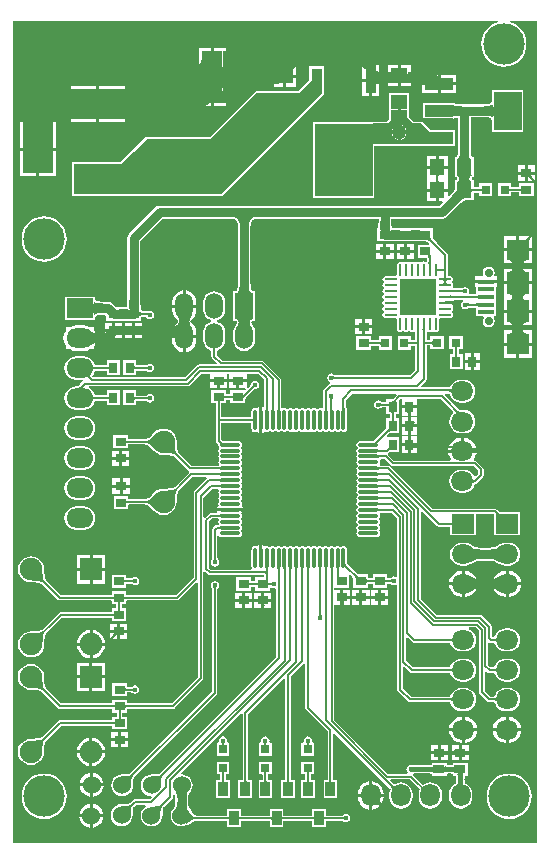
<source format=gtl>
%FSTAX23Y23*%
%MOIN*%
%SFA1B1*%

%IPPOS*%
%ADD12C,0.006000*%
%ADD13C,0.007900*%
%ADD16R,0.031500X0.037400*%
%ADD17R,0.123200X0.123200*%
%ADD18O,0.009800X0.041300*%
%ADD19O,0.041300X0.009800*%
%ADD20O,0.011800X0.066900*%
%ADD21O,0.066900X0.011800*%
%ADD22R,0.053100X0.015700*%
%ADD23R,0.074800X0.070900*%
%ADD24R,0.074800X0.074800*%
%ADD25R,0.050000X0.055000*%
%ADD26R,0.031500X0.031500*%
%ADD27R,0.037400X0.031500*%
%ADD28R,0.031500X0.031500*%
%ADD29R,0.033500X0.047200*%
%ADD30R,0.037400X0.082700*%
%ADD31R,0.192900X0.244100*%
%ADD32R,0.094500X0.039400*%
%ADD33R,0.094500X0.129900*%
%ADD34R,0.070900X0.173200*%
%ADD35R,0.055000X0.050000*%
%ADD36C,0.060000*%
%ADD37O,0.065000X0.075000*%
%ADD38C,0.075000*%
%ADD39O,0.075000X0.065000*%
%ADD40C,0.027600*%
%ADD41R,0.160000X0.100000*%
%ADD42R,0.100000X0.160000*%
%ADD43R,0.075000X0.065000*%
%ADD44R,0.060000X0.086000*%
%ADD45O,0.060000X0.086000*%
%ADD46R,0.075000X0.075000*%
%ADD47O,0.090000X0.065000*%
%ADD48R,0.090000X0.065000*%
%ADD49C,0.138000*%
%ADD50C,0.015700*%
%ADD51C,0.030000*%
%ADD52C,0.010000*%
%ADD53C,0.015000*%
%ADD54C,0.100000*%
%ADD55C,0.019700*%
%ADD56C,0.050000*%
%LNpcb_bug-1*%
%LPD*%
G36*
X0406Y02327D02*
X02314D01*
Y05069*
X03929*
X03929Y05064*
X03921Y05061*
X03908Y05054*
X03897Y05045*
X03887Y05034*
X0388Y05021*
X03876Y05007*
X03874Y04992*
X03876Y04977*
X0388Y04963*
X03887Y0495*
X03897Y04939*
X03908Y04929*
X03921Y04922*
X03935Y04918*
X0395Y04916*
X03965Y04918*
X03979Y04922*
X03992Y04929*
X04003Y04939*
X04013Y0495*
X04019Y04963*
X04024Y04977*
X04025Y04992*
X04024Y05007*
X04019Y05021*
X04013Y05034*
X04003Y05045*
X03992Y05054*
X03979Y05061*
X0397Y05064*
X03971Y05069*
X0406*
Y02327*
G37*
%LNpcb_bug-2*%
%LPC*%
G36*
X03639Y04923D02*
X03606D01*
Y04893*
X03629*
Y0491*
X03629Y04908*
X0363Y04905*
X03631Y04903*
X03633Y04901*
X03636Y04899*
X03639Y04898*
Y04923*
G37*
G36*
X03534Y04922D02*
X03524D01*
Y0491*
X03524*
X03524Y04908*
X03525Y04905*
X03527Y04903*
X03529Y04901*
X03532Y04899*
X03534Y04898*
Y04922*
G37*
G36*
X03596Y04923D02*
X03564D01*
Y04898*
X03566Y04899*
X03569Y04901*
X03571Y04903*
X03573Y04905*
X03574Y04908*
X03574Y0491*
Y04893*
X03596*
Y04923*
G37*
G36*
X03257Y04919D02*
X03228Y0489D01*
X03257*
Y04919*
G37*
G36*
X03024Y04978D02*
X02983D01*
Y04886*
X03012*
X03013Y04968*
X03024*
Y04978*
G37*
G36*
X02973D02*
X02933D01*
Y0492*
X02934Y04921*
X0294Y04932*
X02943Y04941*
X02944Y04949*
X02943Y04956*
X02969Y04886*
X02973*
Y04978*
G37*
G36*
X03524Y0491D02*
X03511D01*
Y04875*
X03524*
Y0491*
G37*
G36*
X03477Y0492D02*
Y04875D01*
X03501*
Y0491*
X03487*
X03477Y0492*
G37*
G36*
X02973Y04876D02*
X02972D01*
X02973Y04873*
Y04876*
G37*
G36*
X03791Y0489D02*
X03739D01*
Y04865*
X03744*
Y04871*
X03746Y04869*
X03748Y04868*
X03751Y04867*
X03753Y04866*
X03756Y04865*
X03781*
Y04866*
X03781Y04865*
X03781Y04865*
X03791*
Y0489*
G37*
G36*
X03729D02*
X03676D01*
Y04865*
X03729*
Y0489*
G37*
G36*
X03596Y04883D02*
X03574D01*
Y04863*
X03574Y04863*
X03573Y04864*
X03571Y04864*
X03569Y04865*
X03564Y04865*
Y04853*
X03596*
Y04883*
G37*
G36*
X03214Y04876D02*
X03198Y0486D01*
X03182*
Y0485*
X03214*
Y04876*
G37*
G36*
X03791Y04855D02*
X03781D01*
X03781Y04854*
X03781Y04854*
Y04855*
X03756*
X03753Y04854*
X03751Y04853*
X03748Y04852*
X03746Y04851*
X03744Y04849*
Y04855*
X03739*
Y0483*
X03791*
Y04855*
G37*
G36*
X03629Y04883D02*
X03606D01*
Y04853*
X03639*
Y04864*
X0363Y04864*
X03629Y04863*
X03629Y04863*
Y04883*
G37*
G36*
X03257Y0488D02*
X03224D01*
Y0485*
X03257*
Y0488*
G37*
G36*
X03729Y04855D02*
X03676D01*
Y0483*
X03729*
Y04855*
G37*
G36*
X03524Y04865D02*
X03511D01*
Y04819*
X03534*
Y04863*
X03532Y04862*
X03529Y0486*
X03527Y04858*
X03525Y04856*
X03524Y04853*
X03524Y0485*
Y04865*
G37*
G36*
X03501D02*
X03477D01*
Y04819*
X03501*
Y04865*
G37*
G36*
X02686Y04851D02*
X02601D01*
Y04796*
X02686*
Y04851*
G37*
G36*
X02591D02*
X02506D01*
Y04796*
X02591*
Y04851*
G37*
G36*
X03012Y04876D02*
X02983D01*
Y04845*
X03002Y04795*
X02999Y048*
X02995Y04802*
X0299Y04803*
X02984Y04802*
X02983Y04802*
Y04785*
X03024*
Y04795*
X03011*
X03012Y04876*
G37*
G36*
X04015Y0484D02*
X03909D01*
Y048*
X03909Y048*
X03908Y04798*
X03908Y04797*
X03907Y04796*
X03906Y04795*
X03905Y04794*
X03902Y04793*
X03899Y04792*
X03895Y04791*
X0389Y04791*
X03885Y04791*
X03885Y04791*
X03811*
X03811Y04791*
X038Y04791*
X03792Y04792*
X03789Y04792*
X03787Y04792*
X03787*
Y04795*
X03782*
X03781Y04795*
X0378Y04795*
X03779*
X03779*
X03779*
X0368*
Y04744*
X03779*
X03779*
X03779*
X0378*
X03781Y04743*
X03782Y04744*
X03787*
Y04746*
X03787*
X03789Y04747*
X03793Y04747*
X03797Y04744*
Y04639*
X03796Y04639*
X03796Y04628*
X03796Y04624*
X03795Y04621*
X03794Y04618*
X03794Y04616*
X03793Y04615*
X03793Y04615*
X03792Y04615*
X03792Y04614*
X03787*
Y04609*
X03787Y04608*
X03787Y04608*
X03787Y04607*
X03787Y04607*
Y04555*
X03787Y04555*
X03787Y04554*
X03787Y04554*
X03787Y04553*
Y04547*
X03792*
X03792Y04547*
X03794Y04543*
X03792Y04539*
X03792Y04539*
X03787*
Y04533*
X03787Y04532*
X03787Y04532*
X03787Y04531*
X03787Y04531*
Y04524*
X03787Y04524*
X03787Y04523*
X03787Y04523*
X03787Y04522*
Y04509*
X03785Y04505*
X03782Y04501*
X03773Y04491*
X03768Y04485*
X03764Y04486*
X03763Y04487*
Y045*
X03733*
Y04468*
X03744*
X03746Y04463*
X03735Y04453*
X02803*
X02794Y04451*
X02787Y04447*
X02701Y0436*
X02696Y04353*
X02694Y04345*
Y04138*
X02694Y04138*
X02694Y04123*
X02693Y04116*
X02693Y04114*
X02678Y04114*
X02671Y04114*
X02669Y04114*
X02669Y04114*
X02668Y04114*
X02668Y04114*
X02667Y04114*
X02658*
X02644Y04127*
X02638Y04131*
X02629Y04133*
X02612*
X02612Y04133*
X02606Y04133*
X02602Y04134*
X02598Y04134*
X02594Y04135*
X02592Y04136*
X0259Y04137*
X02589Y04138*
X02589Y04139*
X02588Y0414*
X02588Y04142*
X02588Y04143*
Y0415*
X02486*
Y04073*
X02588*
Y04081*
X02588Y04081*
X02588Y04083*
X02589Y04084*
X02589Y04085*
X0259Y04086*
X02592Y04087*
X02594Y04088*
X02598Y04089*
X02602Y0409*
X02606Y0409*
X02612Y0409*
X02612Y0409*
X0262*
X02624Y04086*
Y0407*
X02667*
X02668Y0407*
X02668*
X02668*
X02687Y0407*
X02694Y0407*
X02695Y0407*
X02696*
X02697Y0407*
X02697Y0407*
X02698Y0407*
X02741*
Y04081*
X02743Y04081*
X02756Y04082*
X02757Y04082*
X0276Y04079*
X02764Y04076*
X0277Y04075*
X02775Y04076*
X0278Y04079*
X02783Y04083*
X02784Y04089*
X02783Y04094*
X0278Y04099*
X02775Y04102*
X0277Y04103*
X02766Y04102*
X02764*
X02763Y04102*
X02763Y04102*
X02762Y04102*
X02762*
X0276Y04101*
X0276*
X02756Y04102*
X02747Y04102*
X02743Y04103*
X02743Y04103*
X02741Y04108*
X02741Y04108*
Y04114*
X02739*
X02737Y04132*
Y04138*
X02737Y04138*
Y04336*
X02811Y0441*
X03039*
X03039*
X03044Y0441*
X03048Y04409*
X03052Y04408*
X03055Y04406*
X03057Y04404*
X03059Y04402*
X0306Y04399*
X03062Y04396*
X03062Y04391*
X03063Y04386*
X03063Y04386*
Y04192*
X03063Y04191*
X03062Y04186*
X03062Y04181*
X03061Y04177*
X03061Y04174*
X0306Y04172*
X03059Y0417*
X03058Y04169*
X03057Y04168*
X03056Y04168*
X03054Y04168*
X03053Y04167*
X03048*
Y04162*
X03048Y04161*
X03048Y04161*
X03048Y04161*
X03048Y0416*
Y04077*
X03048Y04076*
X03048Y04076*
X03048Y04075*
X03048Y04075*
Y04069*
X03053*
X03054Y04069*
X03056Y04069*
X03057Y04068*
X03058Y04068*
X03059Y04067*
X0306Y04065*
X0306Y04064*
X03059Y04062*
X03058Y04059*
X03057Y04057*
X03056Y04054*
X03054Y04052*
X03054Y04051*
X03053Y0405*
X03049Y04041*
X03048Y04031*
Y04005*
X03049Y03996*
X03053Y03987*
X03058Y0398*
X03066Y03974*
X03075Y0397*
X03084Y03969*
X03093Y0397*
X03102Y03974*
X0311Y0398*
X03116Y03987*
X03119Y03996*
X0312Y04005*
Y04031*
X03119Y04041*
X03116Y0405*
X03115Y04051*
X03114Y04052*
X03113Y04054*
X03111Y04057*
X0311Y04059*
X03109Y04062*
X03108Y04064*
X03109Y04065*
X0311Y04067*
X03111Y04068*
X03112Y04068*
X03113Y04069*
X03115Y04069*
X03115Y04069*
X0312*
Y04075*
X0312Y04075*
X0312Y04076*
X0312Y04076*
X0312Y04077*
Y0416*
X0312Y04161*
X0312Y04161*
X0312Y04161*
X0312Y04162*
Y04167*
X03115*
X03115Y04168*
X03113Y04168*
X03112Y04168*
X03111Y04169*
X0311Y0417*
X03109Y04172*
X03108Y04174*
X03107Y04177*
X03106Y04181*
X03106Y04186*
X03106Y04191*
X03105Y04192*
Y04386*
X03106Y04386*
X03106Y04391*
X03107Y04396*
X03108Y04399*
X03109Y04402*
X03111Y04404*
X03114Y04406*
X03116Y04408*
X0312Y04409*
X03124Y0441*
X03129Y0441*
X0313*
X03532*
Y04402*
X03532Y04402*
X03531Y04386*
X03531Y0438*
X0353Y04378*
X03528*
Y04372*
X03528Y04371*
X03528Y0437*
Y04334*
X03571*
X03572Y04334*
X03572*
X03592Y04334*
X036Y04334*
X03601Y04334*
X03601Y04334*
X03602Y04334*
X03602Y04334*
X03603Y04334*
X03639*
X0364Y04334*
X0364*
X03659Y04334*
X03666Y04334*
X03667Y04334*
X03668Y04334*
X03668Y04334*
X03669Y04334*
X0367Y04334*
X03689*
X0369Y04334*
X03692Y04333*
X03694Y04332*
X03697Y04331*
X03699Y04329*
X03701Y04327*
X037Y04322*
X03663*
Y04279*
X03692*
X03692Y04278*
Y04277*
X03692Y04276*
Y04268*
X03689Y04266*
X03689Y04266*
X03687Y04266*
X03683Y04267*
X03678Y04266*
X03676Y04264*
X03673Y04264*
X03669Y04264*
X03667Y04266*
X03663Y04267*
X03659Y04266*
X03656Y04264*
X03653Y04264*
X0365Y04264*
X03647Y04266*
X03643Y04267*
X03639Y04266*
X03637Y04264*
X03633Y04264*
X0363Y04264*
X03628Y04266*
X03623Y04267*
X03619Y04266*
X03617Y04264*
X03614Y04264*
X0361Y04264*
X03608Y04266*
X03604Y04267*
X036Y04266*
X03596Y04263*
X03593Y0426*
X03593Y04256*
Y04224*
X03593Y04224*
X03588Y04219*
X03588Y0422*
X03557*
X03552Y04219*
X03549Y04216*
X03546Y04213*
X03545Y04208*
X03546Y04204*
X03549Y042*
Y04197*
X03546Y04193*
X03545Y04189*
X03546Y04184*
X03549Y04181*
Y04177*
X03546Y04173*
X03545Y04169*
X03546Y04165*
X03549Y04161*
Y04157*
X03546Y04154*
X03545Y04149*
X03546Y04145*
X03549Y04141*
Y04137*
X03546Y04134*
X03545Y0413*
X03546Y04125*
X03549Y04122*
Y04118*
X03546Y04114*
X03545Y0411*
X03546Y04106*
X03549Y04102*
Y04098*
X03546Y04095*
X03545Y0409*
X03546Y04086*
X03549Y04082*
X03552Y0408*
X03557Y04079*
X03588*
X03588Y04079*
X03593Y04075*
X03593Y04075*
Y04043*
X03593Y04039*
X03596Y04035*
X036Y04033*
X03604Y04032*
X03608Y04033*
X0361Y04034*
X03614Y04035*
X03617Y04034*
X03619Y04033*
X03623Y04032*
X03628Y04033*
X0363Y04034*
X03633Y04035*
X03637Y04034*
X03639Y04033*
X03643Y04032*
X03647Y04033*
X03648Y04033*
X0365Y04033*
X0365Y04033*
X03654Y04031*
Y04004*
X0364*
X03639Y04004*
X03639*
Y04017*
X03596*
Y03973*
X03639*
Y03985*
X03639*
X0364Y03986*
X03654*
Y03905*
X03637Y03889*
X03388*
X03388Y03889*
X03387*
X03387*
X03387Y03889*
X03386*
X03386Y03889*
X03386*
X03386Y03889*
X03386*
X03386Y03889*
X03385Y0389*
X03384Y0389*
X03381Y03893*
X03375Y03894*
X0337Y03893*
X03365Y0389*
X03362Y03885*
X03361Y0388*
X03362Y03874*
X03365Y0387*
X0337Y03866*
X0337*
Y03861*
X03369Y03861*
X03366Y03859*
X0335Y03843*
X03348Y0384*
X03347Y03836*
Y0378*
X03344Y03777*
X03344Y03777*
X03342*
X03341Y03777*
X03337Y03778*
X03332Y03777*
X0333Y03776*
X03327Y03775*
X03323Y03776*
X03322Y03777*
X03317Y03778*
X03312Y03777*
X03308Y03775*
X03306*
X03302Y03777*
X03297Y03778*
X03293Y03777*
X03289Y03775*
X03286*
X03282Y03777*
X03278Y03778*
X03273Y03777*
X03271Y03776*
X03268Y03775*
X03264Y03776*
X03262Y03777*
X03258Y03778*
X03253Y03777*
X03249Y03775*
X03247*
X03243Y03777*
X03238Y03778*
X03233Y03777*
X03232Y03776*
X03228Y03775*
X03225Y03776*
X03223Y03777*
X03218Y03778*
X03214Y03777*
X03213Y03777*
X03212*
X03211Y03777*
X03208Y0378*
Y03872*
X03207Y03875*
X03205Y03878*
X03151Y03933*
X03148Y03935*
X03144Y03936*
X03012*
X02993Y03954*
Y03969*
X02994Y03969*
Y0397*
X03002Y03974*
X0301Y0398*
X03016Y03987*
X03019Y03996*
X0302Y04005*
Y04031*
X03019Y04041*
X03016Y0405*
X0301Y04057*
X03002Y04063*
X02995Y04066*
Y04071*
X03002Y04074*
X0301Y0408*
X03016Y04087*
X03019Y04096*
X0302Y04105*
Y04131*
X03019Y04141*
X03016Y0415*
X0301Y04157*
X03002Y04163*
X02993Y04166*
X02984Y04168*
X02975Y04166*
X02966Y04163*
X02958Y04157*
X02953Y0415*
X02949Y04141*
X02948Y04131*
Y04105*
X02949Y04096*
X02953Y04087*
X02958Y0408*
X02966Y04074*
X02973Y04071*
Y04066*
X02966Y04063*
X02958Y04057*
X02953Y0405*
X02949Y04041*
X02948Y04031*
Y04005*
X02949Y03996*
X02953Y03987*
X02958Y0398*
X02966Y03974*
X02975Y0397*
Y03969*
X02975Y03969*
Y0395*
X02976Y03947*
X02978Y03944*
X02993Y03928*
X02991Y03924*
X02933*
X0293Y03923*
X02927Y03921*
X02887Y03881*
X02581*
X02578Y03885*
X02583Y03892*
X02587Y03902*
X02587Y03902*
X02588*
X02588Y03903*
X02625*
X02626Y03902*
X02626*
Y03888*
X0267*
Y03937*
X02626*
Y03921*
X02626*
X02625Y03921*
X02588*
X02588Y03921*
X02587*
X02587Y03922*
X02583Y03931*
X02577Y03939*
X02569Y03945*
X02559Y03949*
X02549Y03951*
X02524*
X02514Y03949*
X02505Y03945*
X02497Y03939*
X02491Y03931*
X02487Y03922*
X02485Y03912*
X02487Y03902*
X02491Y03892*
X02497Y03884*
X02505Y03878*
X02514Y03874*
X02524Y03873*
X02546*
X02547Y03868*
X02545Y03867*
X02532Y03853*
X02531Y03853*
X02531Y03852*
X0253Y03852*
X0253Y03852*
X02529Y03851*
X02529Y03851*
X02528Y03851*
X02528Y03851*
X02528Y03851*
X02528*
X02527*
X02527Y03851*
X02524*
X02514Y03849*
X02505Y03845*
X02497Y03839*
X02491Y03831*
X02487Y03822*
X02485Y03812*
X02487Y03802*
X02491Y03792*
X02497Y03784*
X02505Y03778*
X02514Y03774*
X02524Y03773*
X02549*
X02559Y03774*
X02569Y03778*
X02577Y03784*
X02583Y03792*
X02587Y03802*
X02587Y03802*
X02588*
X02588Y03803*
X02625*
X02626Y03802*
X02626*
Y03788*
X0267*
Y03837*
X02626*
Y03821*
X02626*
X02625Y03821*
X02588*
X02588Y03821*
X02587*
X02587Y03822*
X02583Y03831*
X02577Y03839*
X02569Y03845*
X02567Y03846*
X02568Y03851*
X02896*
X02899Y03852*
X02902Y03854*
X02942Y03893*
X0297*
Y03875*
X02971*
Y03878*
X02972Y03878*
X02972Y03877*
X02973Y03877*
X02973Y03877*
X02974Y03876*
X02975Y03876*
X02975Y03876*
X02976Y03876*
X02976*
X02976*
X02977Y03876*
X02978Y03876*
X02979Y03876*
X02979Y03877*
X0298Y03877*
X0298Y03878*
X0298Y03878*
X0298Y03879*
Y03875*
X02999*
X03017*
Y03876*
X03017Y03876*
X03017Y03875*
X03028*
Y03893*
X03034*
Y03875*
X03044*
X03045Y03876*
X03045Y03876*
Y03875*
X03063*
X03092*
Y03893*
X0313*
X0315Y03874*
Y03784*
X03149Y03783*
X03145Y03781*
X03145Y03781*
Y03769*
X03145Y03769*
X03145*
Y03739*
Y03696*
X03146Y03696*
X03151Y037*
X03152Y03701*
X03155Y037*
X03159Y03699*
X03164Y037*
X03166Y03701*
X03169Y03702*
X03173Y03701*
X03174Y037*
X03179Y03699*
X03184Y037*
X03185Y03701*
X03189Y03702*
X03193Y03701*
X03194Y037*
X03199Y03699*
X03203Y037*
X03205Y03701*
X03209Y03702*
X03212Y03701*
X03214Y037*
X03218Y03699*
X03223Y037*
X03225Y03701*
X03228Y03702*
X03232Y03701*
X03233Y037*
X03238Y03699*
X03243Y037*
X03247Y03703*
X03249*
X03253Y037*
X03258Y03699*
X03262Y037*
X03264Y03701*
X03268Y03702*
X03271Y03701*
X03273Y037*
X03278Y03699*
X03282Y037*
X03286Y03703*
X03289*
X03293Y037*
X03297Y03699*
X03302Y037*
X03306Y03703*
X03308*
X03312Y037*
X03317Y03699*
X03322Y037*
X03323Y03701*
X03327Y03702*
X0333Y03701*
X03332Y037*
X03337Y03699*
X03341Y037*
X03345Y03703*
X03348*
X03352Y037*
X03356Y03699*
X03361Y037*
X03362Y03701*
X03366Y03702*
X0337Y03701*
X03371Y037*
X03376Y03699*
X03381Y037*
X03382Y03701*
X03386Y03702*
X03389Y03701*
X03391Y037*
X03396Y03699*
X034Y037*
X03402Y03701*
X03405Y03702*
X03409Y03701*
X03411Y037*
X03415Y03699*
X0342Y037*
X03424Y03703*
X03427Y03706*
X03427Y03711*
Y03766*
X03427Y03768*
X03427Y03769*
X03427Y0377*
X03427Y03771*
X03426Y03771*
Y03771*
Y03772*
Y03772*
Y03772*
X03426Y03772*
X03426Y03772*
X03426Y03772*
X03426Y03773*
X03426Y03777*
Y03779*
X03425Y03779*
Y03806*
X03446Y03826*
X0359*
X03592Y03821*
X0358Y0381*
X03579Y03809*
X03579Y03809*
X03578Y03808*
X03577Y03808*
X03577Y03808*
X03576Y03807*
X03576Y03807*
X03576Y03807*
X03576Y03807*
X03575*
X03575*
X03574Y03807*
X03558*
Y038*
X03558*
X03557Y03799*
X03544*
X03543Y038*
X03543*
X03543*
X03542*
X03542Y038*
X03542*
X03542Y038*
X03542Y038*
X03542*
X03542Y038*
X03541Y038*
X0354Y03801*
X03537Y03803*
X03531Y03804*
X03526Y03803*
X03521Y038*
X03518Y03796*
X03517Y0379*
X03518Y03785*
X03521Y0378*
X03526Y03777*
X03531Y03776*
X03537Y03777*
X0354Y0378*
X03541Y0378*
X03542Y0378*
X03542Y0378*
X03542Y0378*
X03542*
X03542Y03781*
X03542*
X03542Y03781*
X03543*
X03543Y03781*
X03543*
X03544Y03781*
X03557*
X03558Y03781*
X03558*
Y03757*
X0357*
X0357Y03757*
Y03744*
X0357Y03744*
X03558*
Y03711*
X03557Y03711*
X03557Y0371*
X03556Y03709*
X03555Y03708*
X03555Y03707*
X03554Y03707*
X03554Y03707*
X03519Y03671*
X03518Y03671*
X03517Y0367*
X03516Y0367*
X03516Y03669*
X03515Y03669*
X03515Y03668*
X03515Y03668*
X03514Y03668*
X03514*
X03514*
X03514Y03668*
X0347*
X03466Y03667*
X03462Y03665*
X03459Y03661*
X03458Y03656*
X03459Y03651*
X03462Y03647*
Y03645*
X03459Y03641*
X03458Y03636*
X03459Y03632*
X0346Y0363*
X03461Y03626*
X0346Y03623*
X03459Y03621*
X03458Y03617*
X03459Y03612*
X0346Y0361*
X03461Y03607*
X0346Y03603*
X03459Y03602*
X03458Y03597*
X03459Y03592*
X03462Y03588*
Y03586*
X03459Y03582*
X03458Y03577*
X03459Y03573*
X0346Y03571*
X03461Y03567*
X0346Y03564*
X03459Y03562*
X03458Y03558*
X03459Y03553*
X03462Y03549*
Y03546*
X03459Y03543*
X03458Y03538*
X03459Y03533*
X03462Y03529*
Y03527*
X03459Y03523*
X03458Y03518*
X03459Y03514*
X0346Y03512*
X03461Y03508*
X0346Y03505*
X03459Y03503*
X03458Y03499*
X03459Y03494*
X03462Y0349*
Y03487*
X03459Y03483*
X03458Y03479*
X03459Y03474*
X0346Y03473*
X03461Y03469*
X0346Y03465*
X03459Y03464*
X03458Y03459*
X03459Y03455*
X03462Y03451*
Y03448*
X03459Y03444*
X03458Y03439*
X03459Y03435*
X03462Y03431*
Y03428*
X03459Y03424*
X03458Y0342*
X03459Y03415*
X0346Y03414*
X03461Y0341*
X0346Y03406*
X03459Y03405*
X03458Y034*
X03459Y03395*
X03462Y03392*
Y03389*
X03459Y03385*
X03458Y0338*
X03459Y03376*
X0346Y03374*
X03461Y03371*
X0346Y03367*
X03459Y03365*
X03458Y03361*
X03459Y03356*
X03462Y03352*
X03466Y0335*
X0347Y03349*
X03526*
X0353Y0335*
X03534Y03352*
X03537Y03356*
X03538Y03361*
X03537Y03365*
X03536Y03367*
X03535Y03371*
X03536Y03374*
X03537Y03376*
X03538Y0338*
X03537Y03385*
X03534Y03389*
Y03392*
X03537Y03395*
X03538Y034*
X03537Y03405*
X03536Y03406*
X03535Y0341*
X03536Y03414*
X03537Y03415*
X03538Y0342*
X03537Y03424*
X03536Y03425*
X03536Y03427*
X03537Y03427*
X03539Y0343*
X03576*
X03594Y03412*
Y03217*
X03589Y03214*
X03587Y03215*
X03582Y03217*
X03577Y03215*
X03573Y03213*
X03572Y03213*
X03572Y03212*
X03571Y03212*
X03571Y03212*
X03571Y03212*
X03571*
X03571Y03212*
X03571*
X03571Y03212*
X0357*
X0357*
X03569Y03212*
X03562*
X03561Y03212*
Y03224*
X03512*
Y03211*
X03512*
X03511Y03211*
X03498*
X03498Y03211*
Y03224*
X03465*
X03465Y03224*
X03464Y03224*
X03463Y03225*
X03462Y03226*
X03461Y03227*
X03461Y03227*
X03461Y03227*
X0343Y03257*
X0343Y03258*
X03429Y03259*
X03429Y0326*
X03428Y0326*
X03428Y03261*
X03428Y03261*
X03428Y03261*
X03428Y03262*
Y03262*
X03427Y03262*
Y03306*
X03427Y0331*
X03424Y03314*
X0342Y03317*
X03415Y03318*
X03411Y03317*
X03407Y03314*
X03404*
X034Y03317*
X03396Y03318*
X03391Y03317*
X03387Y03314*
X03385*
X03381Y03317*
X03376Y03318*
X03371Y03317*
X03367Y03314*
X03365*
X03361Y03317*
X03356Y03318*
X03352Y03317*
X03348Y03314*
X03345*
X03341Y03317*
X03337Y03318*
X03332Y03317*
X03328Y03314*
X03325*
X03322Y03317*
X03317Y03318*
X03312Y03317*
X03308Y03314*
X03306*
X03302Y03317*
X03297Y03318*
X03293Y03317*
X03289Y03314*
X03286*
X03282Y03317*
X03278Y03318*
X03273Y03317*
X03269Y03314*
X03266*
X03262Y03317*
X03258Y03318*
X03253Y03317*
X03249Y03314*
X03247*
X03243Y03317*
X03238Y03318*
X03233Y03317*
X0323Y03314*
X03227*
X03223Y03317*
X03218Y03318*
X03214Y03317*
X0321Y03314*
X03207*
X03203Y03317*
X03199Y03318*
X03194Y03317*
X0319Y03314*
X03188*
X03184Y03317*
X03179Y03318*
X03174Y03317*
X0317Y03314*
X03168*
X03164Y03317*
X03159Y03318*
X03155Y03317*
X03152Y03315*
X03151Y03317*
X03146Y03321*
X03145Y03321*
Y03309*
X03145Y03308*
X03145*
Y03278*
X03135*
Y03308*
X03134*
X03135Y03309*
Y03321*
X03134Y03321*
X03128Y03317*
X03127Y03315*
X03125Y03317*
X0312Y03318*
X03115Y03317*
X03111Y03314*
X03109Y0331*
X03108Y03306*
Y03251*
X03109Y03246*
X03109Y03245*
X03107Y0324*
X02973*
X02966Y03246*
Y03401*
X02976Y03411*
X02996*
X02999Y03408*
X02999Y03407*
X02999Y03405*
X02999Y03405*
X02998Y034*
X02999Y03395*
X02999Y03395*
X02999Y03393*
X02999Y03393*
X02996Y0339*
X02995*
X02991Y03389*
X02988Y03387*
X0298Y03378*
X02978Y03375*
X02977Y03372*
Y03277*
X02977Y03277*
Y03276*
Y03276*
Y03276*
X02977Y03275*
Y03275*
X02976Y03275*
Y03275*
X02976Y03275*
X02976Y03275*
X02976Y03274*
X02976Y03274*
X02973Y0327*
X02972Y03264*
X02973Y03259*
X02976Y03254*
X02981Y03251*
X02986Y0325*
X02992Y03251*
X02996Y03254*
X02999Y03259*
X03Y03264*
X02999Y0327*
X02997Y03274*
X02996Y03274*
X02996Y03275*
X02996Y03275*
X02996Y03275*
Y03275*
X02996Y03275*
Y03275*
X02996Y03276*
Y03276*
X02996Y03276*
Y03277*
X02995Y03277*
Y03352*
X03Y03353*
X03001Y03352*
X03005Y0335*
X0301Y03349*
X03065*
X0307Y0335*
X03073Y03352*
X03076Y03356*
X03077Y03361*
X03076Y03365*
X03073Y03369*
Y03372*
X03076Y03376*
X03077Y0338*
X03076Y03385*
X03073Y03389*
Y03392*
X03076Y03395*
X03077Y034*
X03076Y03405*
X03073Y03409*
Y03411*
X03076Y03415*
X03077Y0342*
X03076Y03424*
X03075Y03427*
X03076Y03428*
X0308Y03433*
X0308Y03434*
X03037*
X03008*
Y03434*
X03007Y03434*
X02995*
X02995Y03434*
X02993Y03431*
X02993Y03429*
X02972*
X02969Y03428*
X02966Y03426*
X02953Y03413*
X02948Y03415*
Y0348*
X02977Y03509*
X02996*
X02999Y03506*
X02999Y03505*
X02999Y03504*
X02999Y03503*
X02998Y03499*
X02999Y03494*
X03001Y0349*
Y03487*
X02999Y03483*
X02998Y03479*
X02999Y03474*
X03001Y0347*
Y03468*
X02999Y03464*
X02998Y03459*
X02999Y03455*
X03Y03452*
X02998Y03451*
X02995Y03446*
X02995Y03444*
X03007*
X03008Y03445*
Y03444*
X03037*
X0308*
X0308Y03446*
X03076Y03451*
X03075Y03452*
X03076Y03455*
X03077Y03459*
X03076Y03464*
X03073Y03468*
Y0347*
X03076Y03474*
X03077Y03479*
X03076Y03483*
X03073Y03487*
Y0349*
X03076Y03494*
X03077Y03499*
X03076Y03503*
X03073Y03507*
Y0351*
X03076Y03514*
X03077Y03518*
X03076Y03523*
X03073Y03527*
Y03529*
X03076Y03533*
X03077Y03538*
X03076Y03543*
X03073Y03546*
Y03549*
X03076Y03553*
X03077Y03558*
X03076Y03562*
X03073Y03566*
Y03569*
X03076Y03573*
X03077Y03577*
X03076Y03582*
X03073Y03586*
Y03588*
X03076Y03592*
X03077Y03597*
X03076Y03602*
X03073Y03606*
Y03608*
X03076Y03612*
X03077Y03617*
X03076Y03621*
X03073Y03625*
Y03628*
X03076Y03632*
X03077Y03636*
X03076Y03641*
X03073Y03645*
Y03647*
X03076Y03651*
X03077Y03656*
X03076Y03661*
X03073Y03665*
X0307Y03667*
X03065Y03668*
X03014*
X03014Y03669*
X03012Y0367*
X03011Y03671*
X0301Y03671*
X03008Y03674*
Y0373*
X03107*
X03108Y03729*
Y03711*
X03109Y03706*
X03111Y03703*
X03115Y037*
X0312Y03699*
X03125Y037*
X03127Y03701*
X03128Y037*
X03134Y03696*
X03135Y03696*
Y03739*
Y03769*
X03134*
X03135Y03769*
Y03781*
X03134Y03781*
X03128Y03778*
X03127Y03776*
X03125Y03777*
X0312Y03778*
X03115Y03777*
X03111Y03775*
X03109Y03771*
X03108Y03766*
Y03748*
X03107Y03748*
X03008*
Y03793*
X03008Y03793*
Y03794*
X03024*
Y03806*
X03024Y03806*
X03038*
X03038Y03806*
Y03794*
X03088*
Y03808*
X03088Y03809*
Y03809*
Y03809*
X03088Y0381*
X03088Y0381*
X03088Y0381*
X03089Y03811*
X03089Y03811*
X03089Y03812*
X0309Y03812*
X03091Y03813*
X03091Y03814*
X03117Y0384*
X03118Y03841*
X03118Y03841*
X03119Y03841*
X03119Y03841*
X03119Y03841*
X03119Y03841*
X03119Y03841*
X03119*
X0312*
X0312*
X0312*
X03121Y03842*
X03125Y03843*
X0313Y03846*
X03133Y0385*
X03134Y03856*
X03133Y03861*
X0313Y03866*
X03125Y03869*
X0312Y0387*
X03115Y03869*
X0311Y03866*
X03107Y03861*
X03106Y03857*
X03106Y03856*
Y03856*
Y03855*
Y03855*
X03106Y03855*
Y03855*
X03105Y03855*
X03105Y03855*
X03105Y03855*
X03105Y03854*
X03105Y03854*
X03104Y03853*
X03097Y03846*
X03092Y03848*
Y03848*
Y03848*
Y03865*
X03068*
Y03845*
X03087*
X03089Y03841*
X03089Y0384*
Y0384*
X03087Y03837*
X03038*
Y03825*
X03038Y03824*
X03024*
X03024Y03825*
Y03837*
X02974*
Y03794*
X02989*
Y03793*
X0299Y03793*
Y0374*
Y0367*
X0299Y03666*
X02992Y03663*
X02996Y0366*
X02996Y03659*
X02997Y03658*
X02998Y03657*
Y03657*
X02998Y03657*
X02998Y03656*
X02999Y03651*
X03001Y03647*
Y03645*
X02999Y03641*
X02998Y03636*
X02999Y03632*
X03001Y03628*
Y03625*
X02999Y03621*
X02998Y03617*
X02999Y03612*
X03001Y03608*
Y03606*
X02999Y03602*
X02998Y03597*
X02999Y03592*
X02999Y03592*
X02999Y0359*
X02999Y0359*
X02996Y03586*
X02908*
X02866Y03629*
X02865Y0363*
X02864Y03631*
X02864Y03632*
X02863Y03634*
X02862Y03637*
X02861Y0364*
X02861Y03644*
X0286Y03659*
Y03665*
X0286Y03666*
X0286*
X02858Y03677*
X02854Y03688*
X02847Y03697*
X02838Y03704*
X02827Y03708*
X02816Y0371*
X02804Y03708*
X02794Y03704*
X02785Y03697*
X02785*
X02785Y03697*
X02776Y03688*
X02769Y03682*
X02766Y0368*
X02763Y03678*
X0276Y03677*
X02758Y03676*
X02757Y03675*
X02755Y03675*
X02755Y03675*
X02698*
X02697Y03675*
X02697*
Y03687*
X02648*
Y03644*
X02697*
Y03656*
X02697*
X02698Y03657*
X02755*
X02755Y03656*
X02757Y03656*
X02758Y03656*
X0276Y03655*
X02763Y03654*
X02766Y03652*
X02769Y03649*
X0278Y03639*
X02784Y03635*
X02785Y03635*
X02785Y03635*
X02794Y03628*
X02804Y03623*
X02816Y03622*
X02816Y03622*
X02828Y03622*
X02837Y03621*
X02841Y0362*
X02845Y0362*
X02847Y03619*
X02849Y03618*
X02851Y03617*
X02852Y03616*
X02853Y03616*
X02898Y03571*
X029Y03569*
X02901Y03566*
Y03564*
X029Y03563*
X02853Y03515*
X02852Y03515*
X02851Y03514*
X02849Y03514*
X02847Y03513*
X02845Y03512*
X02841Y03511*
X02838Y03511*
X02822Y0351*
X02816Y0351*
X02816Y0351*
X02804Y03508*
X02794Y03504*
X02785Y03497*
X02785*
X02785Y03497*
X02776Y03488*
X02769Y03482*
X02766Y0348*
X02763Y03478*
X0276Y03477*
X02758Y03476*
X02757Y03475*
X02755Y03475*
X02755Y03475*
X02699*
X02698Y03475*
X02698*
Y03485*
X02649*
Y03441*
X02698*
Y03456*
X02698*
X02699Y03457*
X02755*
X02755Y03456*
X02757Y03456*
X02758Y03456*
X0276Y03455*
X02763Y03454*
X02766Y03452*
X02769Y03449*
X0278Y03439*
X02784Y03435*
X02785Y03435*
X02785Y03435*
X02794Y03428*
X02804Y03423*
X02816Y03422*
X02827Y03423*
X02838Y03428*
X02847Y03435*
X02854Y03444*
X02858Y03454*
X0286Y03466*
Y03466*
X0286Y03466*
X0286Y03478*
X02861Y03487*
X02861Y03491*
X02862Y03495*
X02863Y03497*
X02864Y03499*
X02864Y03501*
X02865Y03502*
X02866Y03503*
X02911Y03548*
X02957*
X02958Y03547*
X02959Y03543*
X02918Y03503*
X02916Y035*
X02916Y03496*
Y03213*
X02857Y03155*
X02692*
X02691Y03155*
Y03168*
X02642*
Y03155*
X02642*
X02641Y03155*
X02472*
X02424Y03204*
X02423Y03205*
X02422Y03206*
X02422Y03207*
X02421Y03209*
X0242Y03212*
X02419Y03215*
X02419Y03219*
X02418Y03234*
Y0324*
X02418Y03241*
X02416Y03252*
X02412Y03263*
X02405Y03272*
X02396Y03279*
X02385Y03283*
X02374Y03285*
X02363Y03283*
X02352Y03279*
X02343Y03272*
X02336Y03263*
X02331Y03252*
X0233Y03241*
X02331Y03229*
X02336Y03219*
X02343Y0321*
X02352Y03203*
X02363Y03198*
X02374Y03197*
X02374Y03197*
X02386Y03197*
X02396Y03196*
X02399Y03195*
X02403Y03195*
X02405Y03194*
X02407Y03193*
X02409Y03192*
X0241Y03191*
X02411Y03191*
X02462Y03139*
X02465Y03137*
X02469Y03137*
X02641*
X02642Y03136*
X02642*
Y03124*
X02657*
Y03124*
X02657Y03123*
Y03112*
X02657Y03111*
Y03111*
X02642*
Y03099*
X02642*
X02641Y03098*
X02472*
X02469Y03098*
X02466Y03096*
X02411Y0304*
X0241Y0304*
X02409Y03039*
X02407Y03039*
X02405Y03038*
X02403Y03037*
X02399Y03036*
X02396Y03036*
X0238Y03035*
X02374*
X02374Y03035*
X02374*
X02363Y03033*
X02352Y03029*
X02343Y03022*
X02336Y03013*
X02331Y03002*
X0233Y02991*
X02331Y02979*
X02336Y02969*
X02343Y0296*
X02352Y02953*
X02363Y02948*
X02374Y02947*
X02385Y02948*
X02396Y02953*
X02405Y0296*
X02412Y02969*
X02416Y02979*
X02418Y02991*
X02418Y02991*
X02418Y03003*
X02419Y03012*
X02419Y03016*
X0242Y0302*
X02421Y03022*
X02422Y03024*
X02422Y03026*
X02423Y03027*
X02424Y03027*
X02476Y0308*
X02641*
X02642Y0308*
X02642*
Y03067*
X02691*
Y03111*
X02676*
Y03111*
X02676Y03112*
Y03123*
X02676Y03124*
Y03124*
X02691*
Y03136*
X02692Y03137*
X02861*
X02865Y03137*
X02868Y03139*
X02925Y03197*
X0293Y03195*
Y02881*
X02843Y02794*
X02695*
X02694Y02794*
X02694*
Y02806*
X02645*
Y02794*
X02644Y02794*
X02475*
X02423Y02846*
X02423Y02846*
X02422Y02847*
X02421Y02849*
X0242Y02851*
X0242Y02854*
X02419Y02857*
X02418Y02861*
X02417Y02876*
Y02882*
X02417Y02882*
X02416Y02894*
X02411Y02904*
X02405Y02913*
X02395Y0292*
X02385Y02925*
X02373Y02926*
X02362Y02925*
X02352Y0292*
X02342Y02913*
X02335Y02904*
X02331Y02894*
X0233Y02882*
X02331Y02871*
X02335Y0286*
X02342Y02851*
X02352Y02844*
X02362Y0284*
X02373Y02838*
X02374*
X02374Y02838*
X02386Y02838*
X02395Y02837*
X02399Y02837*
X02402Y02836*
X02405Y02835*
X02407Y02835*
X02408Y02834*
X0241Y02833*
X0241Y02833*
X02465Y02778*
X02468Y02776*
X02471Y02776*
X02644*
X02645Y02775*
Y02763*
X0266*
Y02763*
X0266Y02762*
Y02751*
X0266Y0275*
X02645*
Y02738*
X02644Y02738*
X0247*
X02466Y02737*
X02463Y02735*
X0241Y02682*
X0241Y02682*
X02408Y02681*
X02407Y0268*
X02405Y02679*
X02402Y02678*
X02399Y02678*
X02395Y02677*
X0238Y02676*
X02374*
X02374Y02676*
X02373*
X02362Y02675*
X02352Y0267*
X02342Y02663*
X02335Y02654*
X02331Y02644*
X0233Y02632*
X02331Y02621*
X02335Y0261*
X02342Y02601*
X02352Y02594*
X02362Y0259*
X02373Y02588*
X02385Y0259*
X02395Y02594*
X02405Y02601*
X02411Y0261*
X02416Y02621*
X02417Y02632*
Y02632*
X02417Y02633*
X02418Y02644*
X02418Y02654*
X02419Y02658*
X0242Y02661*
X0242Y02664*
X02421Y02666*
X02422Y02667*
X02423Y02668*
X02423Y02669*
X02473Y02719*
X02644*
X02645Y02719*
Y02707*
X02694*
Y0275*
X02679*
X02678Y02751*
Y02762*
X02679Y02763*
Y02763*
X02694*
Y02775*
X02694*
X02695Y02776*
X02846*
X0285Y02776*
X02853Y02778*
X02945Y02871*
X02947Y02874*
X02948Y02877*
Y03232*
X02953Y03234*
X02962Y03224*
X02965Y03222*
X02969Y03222*
X03145*
X0315Y03221*
X0315Y0322*
Y03214*
X0315Y03214*
X03121*
Y03201*
X03121*
X0312Y03201*
X03107*
X03106Y03201*
X03106*
Y03214*
X03057*
Y0317*
X03106*
Y03182*
X03106*
X03107Y03183*
X0312*
X03121Y03182*
X03121*
Y0317*
X03171*
Y03177*
X03171Y03178*
X03176Y0318*
X03177Y03179*
X03182Y03178*
X03185Y03179*
X0319Y03175*
Y02948*
X02804Y02562*
X02804Y02562*
X02803Y02561*
X02802Y02561*
X028Y0256*
X02798Y02559*
X02796Y02559*
X02793Y02558*
X02781Y02558*
X02776Y02557*
X02776Y02557*
X02767Y02556*
X02758Y02552*
X0275Y02547*
X02745Y02539*
X02741Y0253*
X0274Y02521*
X02741Y02512*
X02745Y02503*
X0275Y02495*
X02758Y0249*
X02767Y02486*
X02775Y02485*
X02778Y0248*
X02771Y02474*
X02719*
X02715Y02473*
X02712Y02471*
X02704Y02463*
X02703Y02462*
X02702Y02462*
X02701Y02461*
X027Y0246*
X02698Y0246*
X02695Y02459*
X02692Y02459*
X02681Y02458*
X02676Y02458*
X02675Y02458*
X02666Y02457*
X02657Y02453*
X0265Y02447*
X02644Y0244*
X02641Y02431*
X02639Y02421*
X02641Y02412*
X02644Y02403*
X0265Y02396*
X02657Y0239*
X02666Y02386*
X02676Y02385*
X02685Y02386*
X02694Y0239*
X02701Y02396*
X02707Y02403*
X02711Y02412*
X02712Y02421*
X02712Y02422*
Y02427*
X02712Y02431*
X02713Y02438*
X02713Y02441*
X02714Y02444*
X02715Y02446*
X02715Y02447*
X02716Y02448*
X02717Y02449*
X02717Y0245*
X02722Y02455*
X02754*
X02756Y0245*
X02749Y02446*
X02744Y02438*
X0274Y02429*
X02739Y0242*
X0274Y02411*
X02744Y02402*
X02749Y02394*
X02757Y02389*
X02766Y02385*
X02775Y02384*
X02784Y02385*
X02793Y02389*
X02801Y02394*
X02807Y02402*
X0281Y02411*
X02811Y0242*
X02812Y0242*
Y02425*
X02812Y02429*
X02812Y02437*
X02813Y0244*
X02813Y02442*
X02814Y02444*
X02815Y02446*
X02815Y02447*
X02816Y02448*
X02816Y02448*
X02844Y02476*
X02846Y02478*
X02846Y02482*
Y02489*
X02851Y02491*
X02853Y0249*
X02853Y02489*
X02854Y02487*
X02854Y02485*
X02855Y0248*
Y02477*
X02855Y02477*
Y02465*
X02855Y02465*
X02854Y02459*
X02854Y02456*
X02854Y02454*
X02853Y02452*
X02853Y02451*
X02852Y02449*
X02852Y02448*
X02851Y02448*
X0285Y02447*
X0285Y02446*
X02849Y02446*
X02844Y02438*
X0284Y02429*
X02839Y0242*
X0284Y02411*
X02844Y02402*
X02849Y02394*
X02857Y02389*
X02866Y02385*
X02875Y02384*
X02884Y02385*
X02891Y02388*
X02892Y02388*
X02897Y0239*
X02913Y02398*
X02918Y02401*
X0292Y02401*
X02921Y02401*
X02921Y02401*
X02922Y02402*
X03027*
X03028Y02401*
Y02381*
X03074*
Y02401*
X03074Y02402*
X03169*
X0317Y02401*
X0317*
Y02381*
X03215*
Y02401*
X03215*
X03216Y02402*
X0331*
X03311Y02401*
Y02381*
X03357*
Y02401*
X03357*
X03357Y02402*
X0341*
X03411Y02401*
X03411*
X03411Y02401*
X03412*
X03412Y02401*
X03412*
X03412Y02401*
X03412*
X03412Y02401*
X03412Y02401*
X03413Y02401*
X03414Y024*
X03417Y02398*
X03423Y02397*
X03428Y02398*
X03433Y02401*
X03436Y02405*
X03437Y02411*
X03436Y02416*
X03433Y02421*
X03428Y02424*
X03423Y02425*
X03417Y02424*
X03414Y02422*
X03413Y02421*
X03412Y02421*
X03412Y02421*
X03412*
X03412Y02421*
X03412Y02421*
X03412*
X03412Y0242*
X03411*
X03411*
X03411*
X0341Y0242*
X03357*
X03357Y0242*
X03357*
Y02441*
X03311*
Y0242*
X0331Y0242*
X03216*
X03215Y0242*
X03215*
Y02441*
X0317*
Y0242*
X0317*
X03169Y0242*
X03074*
X03074Y0242*
Y02441*
X03028*
Y0242*
X03027Y0242*
X02924*
X02924*
X02924*
X02923Y0242*
X02922Y02421*
X0292Y02421*
X02919Y02421*
X02918Y02422*
X02916Y02424*
X02915Y02425*
X02913Y02427*
X02909Y02433*
X02908Y02437*
X02907Y02437*
X02907Y02438*
X02902Y02444*
X02902Y02445*
X02901Y02446*
X029Y02447*
X029Y02448*
X02899Y02449*
X02899Y02451*
X02898Y02453*
X02898Y02455*
X02898Y0246*
X02898Y02463*
X02897Y02464*
Y02477*
X02898Y02477*
X02898Y02483*
X02898Y02485*
X02898Y02487*
X02899Y02489*
X02899Y02491*
X029Y02492*
X02901Y02493*
X02901Y02494*
X02902Y02495*
X02902Y02496*
X02908Y02503*
X02911Y02512*
X02912Y02521*
X02911Y0253*
X02908Y02539*
X02902Y02547*
X02894Y02552*
X02885Y02556*
X02877Y02557*
X02875Y02562*
X03074Y02761*
X03079Y02759*
Y0254*
X03079Y02539*
Y02539*
X03065*
Y0248*
X03111*
Y02539*
X03098*
Y02539*
X03097Y0254*
Y02758*
X03216Y02877*
X03221Y02875*
Y0254*
X0322Y02539*
Y02539*
X03207*
Y0248*
X03252*
Y02539*
X03239*
Y02539*
X03239Y0254*
Y02883*
X03283Y02927*
X03287Y02926*
X03288Y02925*
Y02779*
X03289Y02775*
X03291Y02772*
X03362Y02701*
Y0254*
X03362Y02539*
Y02539*
X03349*
Y0248*
X03394*
Y02539*
X03381*
Y02539*
X03381Y0254*
Y02694*
X03385Y02696*
X0357Y0251*
X03571Y0251*
X03571Y02509*
X03572Y02508*
X03569Y02502*
X03568Y02492*
Y02482*
X03569Y02472*
X03573Y02463*
X03579Y02455*
X03587Y02448*
X03597Y02445*
X03607Y02443*
X03617Y02445*
X03626Y02448*
X03634Y02455*
X0364Y02463*
X03644Y02472*
X03646Y02482*
Y02492*
X03644Y02502*
X0364Y02511*
X03634Y02519*
X03626Y02526*
X03617Y0253*
X03607Y02531*
X03597Y0253*
X03587Y02526*
X03583Y02524*
X03583Y02524*
X0357Y02536*
X03572Y02541*
X03636*
X03668Y02509*
X03668Y02509*
X03669Y02508*
X03669Y02507*
X03669Y02507*
X03667Y02502*
X03666Y02492*
Y02482*
X03667Y02472*
X03671Y02463*
X03677Y02455*
X03685Y02448*
X03695Y02445*
X03705Y02443*
X03715Y02445*
X03724Y02448*
X03732Y02455*
X03738Y02463*
X03742Y02472*
X03744Y02482*
Y02492*
X03742Y02502*
X03738Y02511*
X03732Y02519*
X03724Y02526*
X03715Y0253*
X03705Y02531*
X03695Y0253*
X03685Y02526*
X03685Y02525*
X0368Y02523*
X0368Y02523*
X03647Y02556*
X03648Y02559*
X03649Y02561*
X037*
X03701Y02561*
X03703*
X03705Y0256*
X03707Y0256*
X03708Y0256*
X03709Y02559*
X03709Y02559*
Y02559*
X0371Y02558*
Y02553*
X03759*
Y02558*
X03759Y02559*
Y02559*
X03759Y02559*
X0376Y0256*
X03762Y0256*
X03763Y0256*
X03765Y02561*
X03768*
X03769Y02561*
X0377*
X03771Y02561*
X03773*
X03776Y0256*
X03777Y0256*
X03779Y0256*
X03779Y02559*
X0378Y02559*
X0378Y02559*
X0378Y02558*
Y02553*
X03788*
X03789Y02553*
X03789Y02553*
X03789Y02552*
X0379Y02552*
X0379Y0255*
X0379Y02549*
X0379Y02546*
X03791Y02544*
X03791Y02543*
Y02539*
X03791Y02538*
X0379Y02535*
X0379Y02532*
X0379Y0253*
X0379Y02528*
X03789Y02527*
X03789Y02527*
X03786Y02526*
X03778Y02519*
X03772Y02511*
X03768Y02502*
X03767Y02492*
Y02482*
X03768Y02472*
X03772Y02463*
X03778Y02455*
X03786Y02448*
X03796Y02445*
X03806Y02443*
X03816Y02445*
X03825Y02448*
X03833Y02455*
X03839Y02463*
X03843Y02472*
X03845Y02482*
Y02492*
X03843Y02502*
X03839Y02511*
X03833Y02519*
X03825Y02526*
X0382Y02528*
X0382Y02528*
X0382Y02529*
X03819Y02531*
X03819Y02536*
X03819Y02539*
Y02539*
Y02539*
X03818Y0254*
Y02543*
X03819Y02544*
X03819Y02546*
X03819Y02549*
X03819Y0255*
X03819Y02552*
X0382Y02552*
X0382Y02553*
X0382Y02553*
X03821Y02553*
X03829*
Y02596*
X0378*
Y02591*
X0378Y0259*
X0378Y0259*
X03779Y0259*
X03779Y02589*
X03777Y02589*
X03776Y02589*
X03773Y02589*
X03771Y02589*
X0377Y02588*
X03769*
X03768Y02589*
X03765Y02589*
X03763Y02589*
X03762Y02589*
X0376Y02589*
X03759Y0259*
X03759Y0259*
Y0259*
X03759Y02591*
Y02596*
X0371*
Y02591*
X03709Y0259*
Y0259*
X03709Y0259*
X03708Y02589*
X03707Y02589*
X03705Y02589*
X03703Y02589*
X03701Y02589*
X037Y02588*
X03641*
X03639Y02589*
X03634Y02588*
X03629Y02585*
X03626Y0258*
X03625Y02575*
X03626Y02569*
X03629Y02565*
X0363Y02564*
X03628Y02559*
X03564*
X03385Y02739*
Y03121*
X03405*
Y03147*
Y03172*
X03385*
Y0318*
X03434*
Y0322*
Y0322*
Y0322*
X03435Y03221*
X03439Y03223*
X03445Y03217*
X03445Y03216*
X03448Y03213*
X03448Y03213*
X03448Y03212*
Y0318*
X03498*
Y03192*
X03498Y03193*
X03511*
X03512Y03192*
X03512*
Y0318*
X03561*
Y03193*
X03562Y03193*
X03569*
X0357Y03193*
X0357*
X03571*
X03571Y03193*
X03571*
X03571Y03193*
X03571*
X03571Y03193*
X03571Y03192*
X03572*
X03572Y03192*
X03573Y03192*
X03577Y03189*
X03582Y03188*
X03587Y03189*
X03589Y0319*
X03594Y03188*
Y0284*
X03595Y02837*
X03597Y02834*
X0363Y028*
X03633Y02798*
X03637Y02797*
X0377*
X03771Y02797*
X03771*
Y02797*
X03775Y02787*
X03782Y02779*
X0379Y02773*
X03799Y02769*
X03809Y02768*
X03819*
X03829Y02769*
X03838Y02773*
X03846Y02779*
X03853Y02787*
X03857Y02797*
X03858Y02807*
X03857Y02817*
X03853Y02826*
X03846Y02834*
X03838Y0284*
X03829Y02844*
X03819Y02845*
X03809*
X03799Y02844*
X0379Y0284*
X03782Y02834*
X03775Y02826*
X03771Y02817*
Y02816*
X03771*
X0377Y02816*
X03641*
X03612Y02844*
Y02916*
X03617Y02918*
X03636Y02898*
X03639Y02896*
X03643Y02895*
X0377*
X03771Y02895*
X03771*
Y02895*
X03775Y02885*
X03782Y02877*
X0379Y02871*
X03799Y02867*
X03809Y02866*
X03819*
X03829Y02867*
X03838Y02871*
X03846Y02877*
X03853Y02885*
X03857Y02895*
X03858Y02905*
X03857Y02915*
X03853Y02924*
X03846Y02932*
X03838Y02938*
X03829Y02942*
X03819Y02943*
X03809*
X03799Y02942*
X0379Y02938*
X03782Y02932*
X03775Y02924*
X03771Y02915*
Y02914*
X03771*
X0377Y02914*
X03647*
X03624Y02936*
Y03013*
X03629Y03015*
X03644Y02999*
X03647Y02997*
X03651Y02996*
X0377*
X03771Y02996*
X03771*
Y02996*
X03775Y02986*
X03782Y02978*
X0379Y02972*
X03799Y02968*
X03809Y02967*
X03819*
X03829Y02968*
X03838Y02972*
X03846Y02978*
X03853Y02986*
X03857Y02996*
X03858Y03006*
X03857Y03016*
X03853Y03025*
X03846Y03033*
X03838Y03039*
X03832Y03042*
X03833Y03047*
X03856*
X03867Y03036*
Y02831*
X03868Y02828*
X0387Y02825*
X03895Y028*
X03898Y02798*
X03901Y02797*
X03916*
X03917Y02797*
X03918*
X03918Y02797*
X03922Y02787*
X03928Y02779*
X03936Y02773*
X03946Y02769*
X03956Y02768*
X03966*
X03976Y02769*
X03985Y02773*
X03993Y02779*
X03999Y02787*
X04003Y02797*
X04004Y02807*
X04003Y02817*
X03999Y02826*
X03993Y02834*
X03985Y0284*
X03976Y02844*
X03966Y02845*
X03956*
X03946Y02844*
X03936Y0284*
X03928Y02834*
X03922Y02826*
X03918Y02817*
X03918Y02816*
X03917*
X03916Y02816*
X03905*
X03886Y02835*
Y02901*
X0389Y02903*
X03895Y02898*
X03898Y02896*
X03902Y02895*
X03916*
X03917Y02895*
X03918*
X03918Y02895*
X03922Y02885*
X03928Y02877*
X03936Y02871*
X03946Y02867*
X03956Y02866*
X03966*
X03976Y02867*
X03985Y02871*
X03993Y02877*
X03999Y02885*
X04003Y02895*
X04004Y02905*
X04003Y02915*
X03999Y02924*
X03993Y02932*
X03985Y02938*
X03976Y02942*
X03966Y02943*
X03956*
X03946Y02942*
X03936Y02938*
X03928Y02932*
X03922Y02924*
X03918Y02915*
X03918Y02914*
X03917*
X03916Y02914*
X03905*
X03898Y02922*
Y02996*
X03903Y02998*
X03904Y02997*
X03907Y02996*
X03916*
X03917Y02996*
X03918*
X03918Y02996*
X03922Y02986*
X03928Y02978*
X03936Y02972*
X03946Y02968*
X03956Y02967*
X03966*
X03976Y02968*
X03985Y02972*
X03993Y02978*
X03999Y02986*
X04003Y02996*
X04004Y03006*
X04003Y03016*
X03999Y03025*
X03993Y03033*
X03985Y03039*
X03976Y03043*
X03966Y03044*
X03956*
X03946Y03043*
X03936Y03039*
X03928Y03033*
X03922Y03025*
X03918Y03016*
X03918Y03015*
X03917*
X03916Y03015*
X03911*
X0391Y03016*
Y03049*
X03909Y03053*
X03907Y03056*
X03876Y03087*
X03873Y03088*
X0387Y03089*
X03726*
X03672Y03142*
Y03433*
X03677Y03434*
X03726Y03386*
X03729Y03384*
X03732Y03383*
X0377*
X0377Y03383*
X03771*
Y03354*
X03858*
Y03424*
X03917*
X03917Y03424*
X03917Y03424*
X03917Y03423*
Y03354*
X04004*
Y03431*
X03939*
X03939Y03431*
X03938Y03431*
X03938*
X03938Y03431*
X03937Y03431*
X03937Y03431*
X03937Y03431*
X03936Y03432*
X03936Y03432*
X03935Y03433*
X03934Y03433*
X03934Y03434*
X03927Y0344*
X03924Y03442*
X03921Y03443*
X03712*
X03571Y03584*
X03568Y03586*
X03564Y03586*
X03539*
X03537Y0359*
X03536Y0359*
X03536Y03592*
X03537Y03592*
X03538Y03597*
X03537Y03602*
X03536Y03602*
X03536Y03604*
X03537Y03604*
X03539Y03607*
X03555*
X03575Y03587*
X03578Y03585*
X03581Y03584*
X03849*
X03864Y0357*
Y03558*
X03856Y0355*
X03851Y03551*
X0385Y03554*
X03844Y03562*
X03836Y03568*
X03826Y03572*
X03816Y03573*
X03806*
X03796Y03572*
X03787Y03568*
X03779Y03562*
X03773Y03554*
X03769Y03544*
X03768Y03534*
X03769Y03524*
X03773Y03515*
X03779Y03507*
X03787Y03501*
X03796Y03497*
X03806Y03495*
X03816*
X03826Y03497*
X03836Y03501*
X03844Y03507*
X0385Y03515*
X03854Y03524*
X03854Y03525*
X03854Y03525*
X03856Y03526*
X03859Y03528*
X03879Y03548*
X03881Y03551*
X03882Y03554*
Y03574*
X03881Y03577*
X03879Y0358*
X03859Y036*
X03856Y03602*
X03853Y03603*
X03851*
X03849Y03608*
X03853Y03614*
X03858Y03624*
X03859Y0363*
X03811*
X03764*
X03765Y03624*
X03769Y03614*
X03774Y03608*
X03771Y03603*
X03585*
X03565Y03623*
X03565Y03623*
X03565Y03624*
X03565Y03629*
X03565Y03629*
X03566Y0363*
X03567Y0363*
X03568Y03631*
X03569Y03631*
X03601*
Y03681*
X03561*
X03559Y03686*
X03565Y03691*
X03565Y03691*
X03568Y03694*
X03568Y03694*
X03569Y03694*
X03601*
Y03744*
X03589*
X03589Y03744*
Y03757*
X03589Y03757*
X03601*
Y03805*
X03604Y03807*
X03609*
Y03787*
X03634*
X0366*
Y03807*
X0374*
X03781Y03767*
X03781Y03762*
X03779Y03761*
X03773Y03753*
X03769Y03743*
X03768Y03733*
X03769Y03723*
X03773Y03714*
X03779Y03706*
X03787Y037*
X03796Y03696*
X03806Y03694*
X03816*
X03826Y03696*
X03836Y037*
X03844Y03706*
X0385Y03714*
X03854Y03723*
X03855Y03733*
X03854Y03743*
X0385Y03753*
X03844Y03761*
X03836Y03767*
X03826Y03771*
X03816Y03772*
X03806*
X03804Y03772*
X03803*
X03803Y03772*
X03803Y03772*
X03802Y03772*
X03801Y03773*
X038Y03774*
X038Y03774*
X03799Y03775*
X03799Y03775*
X03799*
X03752Y03821*
X03755Y03826*
X03765*
X03766Y03826*
X03769Y03824*
X03773Y03815*
X03779Y03807*
X03787Y03801*
X03796Y03797*
X03806Y03795*
X03816*
X03826Y03797*
X03836Y03801*
X03844Y03807*
X0385Y03815*
X03854Y03824*
X03855Y03834*
X03854Y03844*
X0385Y03854*
X03844Y03862*
X03836Y03868*
X03826Y03872*
X03816Y03873*
X03806*
X03796Y03872*
X03787Y03868*
X03779Y03862*
X03773Y03854*
X0377Y03847*
X0377*
X03769Y03847*
X03768Y03847*
X03766*
X03766Y03847*
X03674*
X03672Y03851*
X03689Y03868*
X03691Y03871*
X03692Y03874*
Y03987*
X03705*
X03705Y03986*
X03705*
Y03974*
X03749*
Y04018*
X03705*
Y04005*
X03705*
X03705Y04005*
X03692*
Y04031*
X03695Y04033*
X03695Y04033*
X03697Y04033*
X03698Y04033*
X03702Y04032*
X03706Y04033*
X0371Y04035*
X03714*
X03718Y04033*
X03722Y04032*
X03726Y04033*
X0373Y04035*
X03732Y04039*
X03733Y04043*
Y04075*
X03733Y04075*
X03737Y04079*
X03738Y04079*
X03769*
X03773Y0408*
X03777Y04082*
X03779Y04086*
X0378Y0409*
X03779Y04095*
X03777Y04098*
Y04102*
X03779Y04106*
X0378Y0411*
X03779Y04114*
X03779Y04115*
X0378Y04119*
X03783Y04124*
X03783Y04125*
X03753*
Y04135*
X03783*
X03783Y04135*
Y04136*
X03785Y0414*
X03812*
X03814Y04135*
X0381Y04133*
X03807Y04128*
X03806Y04123*
X03807Y04118*
X0381Y04113*
X03815Y0411*
X0382Y04109*
X03826Y0411*
X03829Y04112*
X03829*
X0383*
X0383Y04112*
X0383*
X0383*
X0383*
X0383Y04112*
X0383*
X03831Y04113*
X03832*
X03833Y04113*
X03856*
X03856Y04113*
X03858*
X03858Y04112*
Y04084*
X03881*
X03884Y04079*
X03881Y04075*
X03879Y04067*
X03881Y04059*
X03885Y04053*
X03892Y04048*
X039Y04047*
X03907Y04048*
X03914Y04053*
X03918Y04059*
X0392Y04067*
X03918Y04075*
X03916Y04079*
X03918Y04084*
X03923*
Y04109*
Y04135*
Y04182*
X03927*
Y04195*
X03917*
X03917Y04194*
Y04194*
Y04195*
X03891*
X03864*
Y04194*
X03864Y04194*
X03864Y04195*
X03854*
Y04182*
X03858*
Y04159*
X03858*
X03857Y04158*
X03837*
X03834Y04163*
X03835Y04167*
X03834Y04172*
X0383Y04177*
X03826Y0418*
X0382Y04181*
X03815Y0418*
X03815*
X03815*
X03815*
X03815*
X03815*
X03812Y04179*
X03811*
X0381Y04179*
X03782*
X0378Y04182*
X0378Y04183*
X03779Y04184*
X0378Y04189*
X03779Y04193*
X03777Y04197*
Y042*
X03779Y04204*
X0378Y04208*
X03779Y04213*
X03777Y04216*
X03773Y04219*
X03769Y0422*
X03763*
X03763Y0422*
Y0424*
Y0429*
X03762Y04293*
X0376Y04296*
X03726Y0433*
X03726Y04331*
X03722Y04334*
X03717Y04341*
X03714Y04344*
X03712Y04346*
X03712Y04347*
Y04378*
X0367*
X03669Y04378*
X03669*
X03669*
X0365Y04377*
X03643Y04378*
X03641Y04378*
X03641Y04378*
X0364Y04378*
X0364Y04378*
X03639Y04378*
X03603*
X03602Y04378*
X03602*
X03583Y04377*
X03576Y04378*
X03575Y04396*
Y04401*
X03575Y04402*
Y0441*
X03744*
X03752Y04412*
X03759Y04416*
X03794Y04451*
X03795*
X03795Y04452*
X03795Y04452*
X03795Y04452*
X03807Y04463*
X03812Y04467*
X03816Y0447*
X03819Y04472*
X03832*
X03833Y04471*
X03833Y04472*
X03834Y04471*
X03834Y04472*
X03849*
Y04495*
X03858Y04496*
X03863*
X03863*
X03868Y04494*
Y04484*
X03911*
Y04528*
X03868*
Y04517*
X03863Y04515*
X03863*
X03858Y04515*
X03849Y04515*
X03849*
Y04531*
X03849Y04531*
X03849Y04532*
X03849Y04532*
X03849Y04533*
Y04539*
X03844*
X03844Y04539*
X03842Y04543*
X03844Y04547*
X03844Y04547*
X03849*
Y04553*
X03849Y04554*
X03849Y04554*
X03849Y04555*
X03849Y04555*
Y04607*
X03849Y04607*
X03849Y04608*
X03849Y04608*
X03849Y04609*
Y04614*
X03844*
X03844Y04615*
X03843Y04615*
X03843Y04615*
X03842Y04616*
X03842Y04618*
X03841Y04621*
X0384Y04624*
X0384Y04633*
X03839Y04638*
X03839Y04639*
Y04748*
X03885*
X03885Y04748*
X0389Y04748*
X03895Y04747*
X03899Y04747*
X03902Y04746*
X03905Y04745*
X03906Y04744*
X03907Y04743*
X03908Y04742*
X03908Y04741*
X03909Y04739*
X03909Y04738*
Y04698*
X04015*
Y0484*
G37*
G36*
X02973Y04797D02*
X02969Y04794D01*
X02959Y04788*
X02955Y04785*
X02973*
Y04797*
G37*
G36*
X03635Y04829D02*
X03568D01*
Y04774*
X03567Y04773*
Y04741*
X0356Y04733*
X03517Y04733*
X03517Y04733*
X03517Y04733*
X03512Y04733*
X03511Y04733*
X03313*
Y04477*
X03518*
Y04653*
X03686*
X03688Y04653*
X03787*
Y04704*
X03705*
Y04706*
X03704Y04707*
X03704Y04708*
X0368Y04731*
X03675Y04733*
X03649*
X03635Y0475*
Y04767*
X03635*
Y04829*
G37*
G36*
X02686Y04786D02*
X02601D01*
Y04731*
X02686*
Y04786*
G37*
G36*
X02591D02*
X02506D01*
Y04731*
X02591*
Y04786*
G37*
G36*
X03351Y04918D02*
X03301D01*
Y04873*
X03264Y04835*
X03125*
X03121Y04833*
X0297Y04683*
X02762*
X0276Y04682*
X02758Y04681*
X02671Y04597*
X0251*
Y04485*
X02673*
X02674Y04484*
X03007*
X03011Y04486*
X03348Y04823*
X03351*
Y04828*
X03351Y04829*
Y04867*
X03351Y04868*
Y04918*
G37*
G36*
X02456Y04731D02*
X02401D01*
Y04646*
X02456*
Y04731*
G37*
G36*
X02391D02*
X02336D01*
Y04646*
X02391*
Y04731*
G37*
G36*
X03763Y04618D02*
X03733D01*
Y04586*
X03763*
Y04618*
G37*
G36*
X03723D02*
X03693D01*
Y04586*
X03723*
Y04618*
G37*
G36*
X04053Y04587D02*
X0403D01*
Y04577*
X0403Y04577*
X04031*
X0403*
Y04566*
X04053*
Y04587*
G37*
G36*
X0402D02*
X03996D01*
Y04566*
X0402*
Y04577*
X04019*
X04019*
X0402Y04577*
Y04587*
G37*
G36*
X02456Y04636D02*
X02401D01*
Y04551*
X02456*
Y04636*
G37*
G36*
X02391D02*
X02336D01*
Y04551*
X02391*
Y04636*
G37*
G36*
X04053Y04556D02*
X0403D01*
Y04535*
X04053*
Y04556*
G37*
G36*
X0402D02*
X03996D01*
Y04535*
X0402*
Y04556*
G37*
G36*
X04049Y04528D02*
X04D01*
Y04515*
X03999Y04515*
X03975*
X03974Y04515*
X03974*
Y04528*
X03931*
Y04484*
X03974*
Y04496*
X03974*
X03975Y04497*
X03999*
X04Y04496*
Y04484*
X04049*
Y04528*
G37*
G36*
X03763Y04576D02*
X03728D01*
X03693*
Y04548*
Y04543*
Y04538*
Y0451*
X03703*
X03703Y04511*
Y04511*
Y0451*
X03728*
X03763*
Y04538*
Y04543*
Y04548*
Y04576*
G37*
G36*
X03723Y045D02*
X03703D01*
Y04499*
Y045*
X03703Y045*
X03693*
Y04468*
X03723*
Y045*
G37*
G36*
X04043Y04352D02*
X04001D01*
Y04322*
X04003Y04323*
X04006Y04324*
X04009Y04326*
X04012Y04328*
X04015Y0433*
X04022Y04336*
X04025Y0434*
X04023Y04341*
X04023Y04341*
X04024Y04341*
X04025Y04341*
X04026Y04341*
X04026Y04342*
X04027Y04342*
X04028Y04343*
X04029Y04344*
X04031Y04346*
X04038Y04343*
X04036Y04342*
X04034Y0434*
X04034Y04339*
X04033Y04338*
X04033Y04337*
X04033Y04336*
X04033Y04336*
X04033Y04335*
X04033Y04335*
X04026Y04339*
X0403Y04336*
X04026Y04332*
X04018Y04322*
X04016Y04319*
X04014Y04316*
X04013Y04313*
X04012Y04311*
X04043*
Y04352*
G37*
G36*
X04001Y04316D02*
Y04311D01*
X04006*
X04001Y04316*
G37*
G36*
X03991Y04352D02*
X03949D01*
Y04311*
X03991*
Y04352*
G37*
G36*
X0365Y04326D02*
X03626D01*
Y04306*
X0365*
Y04326*
G37*
G36*
X03616D02*
X03592D01*
Y04306*
X03602*
X03603Y04306*
X03603Y04307*
Y04306*
X03616*
Y04326*
G37*
G36*
X03582D02*
X03558D01*
Y04306*
X03572*
Y04307*
X03572Y04306*
X03572Y04306*
X03582*
Y04326*
G37*
G36*
X03548D02*
X03524D01*
Y04306*
X03534*
X03535Y04306*
Y04307*
Y04306*
X03548*
Y04326*
G37*
G36*
X03616Y04296D02*
X03603D01*
Y04295*
X03603Y04295*
X03602Y04296*
X03592*
Y04275*
X03616*
Y04296*
G37*
G36*
X03582D02*
X03572D01*
X03572Y04295*
X03572Y04295*
Y04296*
X03558*
Y04275*
X03582*
Y04296*
G37*
G36*
X03548D02*
X03535D01*
Y04295*
Y04295*
X03534Y04296*
X03524*
Y04275*
X03548*
Y04296*
G37*
G36*
X0365D02*
X03626D01*
Y04275*
X0365*
Y04296*
G37*
G36*
X02417Y04417D02*
X02402Y04416D01*
X02388Y04411*
X02375Y04404*
X02364Y04395*
X02354Y04384*
X02347Y04371*
X02343Y04356*
X02342Y04342*
X02343Y04327*
X02347Y04313*
X02354Y043*
X02364Y04288*
X02375Y04279*
X02388Y04272*
X02402Y04268*
X02417Y04266*
X02432Y04268*
X02446Y04272*
X02459Y04279*
X0247Y04288*
X0248Y043*
X02487Y04313*
X02491Y04327*
X02492Y04342*
X02491Y04356*
X02487Y04371*
X0248Y04384*
X0247Y04395*
X02459Y04404*
X02446Y04411*
X02432Y04416*
X02417Y04417*
G37*
G36*
X04043Y04301D02*
X04001D01*
Y04271*
X04026*
X04023Y04271*
X04021Y0427*
X04018Y04268*
X04016Y04266*
X04015Y04263*
X04014Y04261*
X04043*
Y04301*
G37*
G36*
X03991D02*
X03949D01*
Y04261*
X03978*
X03977Y04263*
X03976Y04266*
X03974Y04268*
X03971Y0427*
X03969Y04271*
X03966Y04271*
X03991*
Y04301*
G37*
G36*
X039Y0425D02*
X03892Y04249D01*
X03885Y04245*
X03881Y04238*
X03879Y0423*
X03881Y04223*
X03881Y04222*
X03879Y04218*
X03854*
Y04205*
X03864*
X03864Y04205*
X03864Y04206*
Y04205*
X03891*
X03917*
Y04206*
Y04205*
X03917Y04205*
X03927*
Y04218*
X0392*
X03918Y04222*
X03918Y04223*
X0392Y0423*
X03918Y04238*
X03914Y04245*
X03907Y04249*
X039Y0425*
G37*
G36*
X04043Y04243D02*
X04014D01*
X04015Y04241*
X04016Y04238*
X04018Y04236*
X04021Y04234*
X04023Y04233*
X04026Y04233*
X04001*
Y04201*
X04043*
Y04243*
G37*
G36*
X03978D02*
X03949D01*
Y04201*
X03953*
Y04203*
X03954Y04203*
X03955*
X03956Y04203*
X03957Y04203*
X03957Y04204*
X03958Y04204*
X03958Y04204*
X03959Y04205*
X03959Y04205*
X03959Y04206*
Y04201*
X03991*
Y04233*
X03966*
X03969Y04233*
X03971Y04234*
X03974Y04236*
X03976Y04238*
X03977Y04241*
X03978Y04243*
G37*
G36*
X0289Y04171D02*
Y04123D01*
X02925*
Y04131*
X02924Y04142*
X0292Y04152*
X02914Y0416*
X02905Y04166*
X02896Y0417*
X0289Y04171*
G37*
G36*
X0288D02*
X02875Y0417D01*
X02865Y04166*
X02857Y0416*
X0285Y04152*
X02846Y04142*
X02845Y04131*
Y04123*
X0288*
Y04171*
G37*
G36*
X03996Y04196D02*
D01*
Y04191*
X03949*
Y04148*
Y04106*
X03996*
Y04101*
Y04106*
X04043*
Y04148*
Y04191*
X03996*
Y04196*
G37*
G36*
X0351Y04076D02*
X03487D01*
Y04066*
X03487Y04066*
X03488*
X03487*
Y04055*
X0351*
Y04076*
G37*
G36*
X03477D02*
X03453D01*
Y04055*
X03477*
Y04066*
X03476*
X03476*
X03477Y04066*
Y04076*
G37*
G36*
X04043Y04096D02*
X04001D01*
Y04064*
X04026*
X04023Y04064*
X04021Y04063*
X04018Y04061*
X04016Y04059*
X04015Y04057*
X04014Y04054*
X04043*
Y04096*
G37*
G36*
X03991D02*
X03949D01*
Y04054*
X03978*
X03977Y04057*
X03976Y04059*
X03974Y04061*
X03971Y04063*
X03969Y04064*
X03966Y04064*
X03991*
Y04096*
G37*
G36*
X02745Y04063D02*
X02721D01*
Y04042*
X02734*
Y04052*
X02735Y04052*
X02736Y04052*
X02737Y04052*
X02745Y04052*
Y04063*
G37*
G36*
X02678D02*
X02654D01*
Y04042*
X02667*
Y04052*
X02668*
Y04052*
X02668Y04052*
X02669Y04052*
X0267Y04052*
X02678Y04052*
Y04063*
G37*
G36*
X02711D02*
X02687D01*
Y04052*
X02697Y04052*
Y04052*
X02698*
Y04042*
X02711*
Y04063*
G37*
G36*
X02644D02*
X0262D01*
Y04042*
X02644*
Y04063*
G37*
G36*
X02549Y04055D02*
X02524D01*
X02513Y04053*
X02503Y04049*
X02502Y04048*
X02489*
Y04035*
X02487Y04033*
X02483Y04023*
X02481Y04012*
X02483Y04001*
X02487Y0399*
X02489Y03988*
Y03974*
X02504*
X02513Y0397*
X02524Y03969*
X02549*
X0256Y0397*
X0257Y03974*
X02582*
Y03984*
X02586Y0399*
X02588Y03995*
X02585Y03994*
X02581Y03992*
X02577Y03991*
X02574Y03989*
X0257Y03987*
X02567Y03985*
Y04039*
X0257Y04036*
X02574Y04034*
X02577Y04033*
X02581Y04031*
X02585Y0403*
X02588Y04029*
X02586Y04033*
X02582Y04039*
Y04048*
X02572*
X02571Y04049*
X0256Y04053*
X02549Y04055*
G37*
G36*
X0351Y04045D02*
X03487D01*
Y04024*
X0351*
Y04045*
G37*
G36*
X03477D02*
X03453D01*
Y04024*
X03477*
Y04045*
G37*
G36*
X02925Y04113D02*
X02885D01*
X02845*
Y04105*
X02846Y04095*
X0285Y04085*
X02857Y04077*
X02863Y04072*
X02864Y04068*
X02864Y04067*
X02863Y04066*
X02856Y0406*
X0285Y04053*
X02852Y04053*
X02856Y04054*
X02863Y04055*
X02864Y04056*
X02864Y04057*
X02865Y0406*
X02867Y04064*
X02867Y04068*
X02868Y04069*
Y0407*
X02867Y04074*
X02866Y04077*
X02865Y04081*
X02863Y04084*
X02862Y04086*
X0286Y04089*
X0291*
X02908Y04086*
X02906Y04083*
X02904Y0408*
X02903Y04076*
X02902Y04072*
X02901Y04068*
X02901Y04068*
X02902Y04064*
X02903Y0406*
X02904Y04057*
X02905Y04054*
X02907Y04051*
X02909Y04048*
X02869*
X0286Y04023*
X02884*
X02924*
Y04031*
X02923Y04042*
X02919Y04052*
X02913Y0406*
X02906Y04065*
X02905Y04068*
X02906Y0407*
X02906Y04071*
X02914Y04077*
X0292Y04085*
X02924Y04095*
X02925Y04105*
Y04113*
G37*
G36*
X02711Y04032D02*
X02698D01*
Y04022*
X02697*
Y04021*
X02697Y04021*
X02696Y04021*
X02695Y04022*
X02687Y04022*
Y04011*
X02711*
Y04032*
G37*
G36*
X02734D02*
X02721D01*
Y04011*
X02745*
Y04021*
X02734Y04021*
Y04032*
G37*
G36*
X02667D02*
X02654D01*
Y04011*
X02678*
Y04021*
X02668Y04021*
Y04022*
X02667*
Y04032*
G37*
G36*
X02644D02*
X0262D01*
Y04011*
X02644*
Y04032*
G37*
G36*
X02879Y04013D02*
X02856D01*
X02854Y04007*
X02855Y0401*
X02855Y04012*
X02854Y04013*
X02844*
Y04005*
X02845Y03995*
X02849Y03985*
X02856Y03977*
X02864Y0397*
X02874Y03966*
X02879Y03966*
Y04013*
G37*
G36*
X04043Y04037D02*
X04014D01*
X04015Y04034*
X04016Y04031*
X04018Y04029*
X04021Y04028*
X04023Y04027*
X04026Y04026*
X04001*
Y03996*
X04043*
Y04037*
G37*
G36*
X03978D02*
X03949D01*
Y03996*
X03959*
X03959Y03997*
X03959Y03997*
Y03996*
X03974*
X03976Y03997*
X03979Y03998*
X03982Y03999*
X03984Y04*
X03985Y04002*
Y03996*
X03991*
Y04026*
X03966*
X03969Y04027*
X03971Y04028*
X03974Y04029*
X03976Y04031*
X03977Y04034*
X03978Y04037*
G37*
G36*
X03991Y03986D02*
X03985D01*
Y03981*
X03984Y03982*
X03982Y03983*
X03979Y03984*
X03976Y03985*
X03974Y03986*
X03959*
Y03985*
X03959Y03986*
X03959Y03986*
X03949*
Y03946*
X03991*
Y03986*
G37*
G36*
X03506Y04017D02*
X03457D01*
Y03973*
X03506*
Y03985*
X03507Y03986*
X03532*
X03533Y03985*
Y03973*
X03576*
Y04017*
X03533*
Y04004*
X03532Y04004*
X03507*
X03506Y04004*
Y04017*
G37*
G36*
X02924Y04013D02*
X02889D01*
Y03966*
X02895Y03966*
X02904Y0397*
X02913Y03977*
X02919Y03985*
X02923Y03995*
X02924Y04005*
Y04013*
G37*
G36*
X04043Y03986D02*
X04001D01*
Y03946*
X04043*
Y03986*
G37*
G36*
X03871Y03961D02*
X0385D01*
Y03938*
X03861*
Y03939*
Y03938*
X03861Y03938*
X03871*
Y03961*
G37*
G36*
X0384D02*
X0382D01*
Y03938*
X0384*
Y03961*
G37*
G36*
X03871Y03928D02*
X03861D01*
X03861Y03927*
Y03927*
Y03928*
X0385*
Y03904*
X03871*
Y03928*
G37*
G36*
X03812Y04018D02*
X03768D01*
Y03974*
X03781*
X03781Y03973*
Y03958*
X03781Y03957*
X03769*
Y03908*
X03812*
Y03957*
X038*
X03799Y03958*
Y03973*
X038Y03974*
X03812*
Y04018*
G37*
G36*
X0384Y03928D02*
X0382D01*
Y03904*
X0384*
Y03928*
G37*
G36*
X02725Y03937D02*
X02681D01*
Y03888*
X02725*
Y03903*
X02725*
X02725Y03903*
X02757*
X02758Y03903*
X02758*
X02758*
X02759Y03903*
X02759*
X02759Y03903*
X02759*
X02759Y03902*
X02759*
X02759Y03902*
X0276Y03902*
X02761Y03902*
X02764Y03899*
X0277Y03898*
X02775Y03899*
X0278Y03902*
X02783Y03907*
X02784Y03912*
X02783Y03918*
X0278Y03922*
X02775Y03925*
X0277Y03926*
X02764Y03925*
X02761Y03923*
X0276Y03923*
X02759Y03922*
X02759Y03922*
X02759Y03922*
X02759Y03922*
X02759*
X02759Y03922*
X02759*
X02758*
X02758Y03922*
X02758*
X02757Y03921*
X02725*
X02725Y03922*
X02725*
Y03937*
G37*
G36*
X03058Y03865D02*
X03045D01*
Y03864*
X03045Y03865*
X03044Y03865*
X03034*
Y03845*
X03058*
Y03865*
G37*
G36*
X03028D02*
X03017D01*
X03017Y03865*
X03017Y03864*
Y03865*
X03004*
Y03845*
X03028*
Y03865*
G37*
G36*
X02994D02*
X0297D01*
Y03845*
X02994*
Y03865*
G37*
G36*
X02725Y03837D02*
X02681D01*
Y03788*
X02725*
Y03801*
X02725*
X02725Y03801*
X02757*
X02758Y03801*
X02758*
X02758*
X02759Y03801*
X02759*
X02759Y03801*
X02759*
X02759Y03801*
X02759Y03801*
X02759Y03801*
X0276Y038*
X02761Y038*
X02764Y03798*
X0277Y03796*
X02775Y03798*
X0278Y03801*
X02783Y03805*
X02784Y03811*
X02783Y03816*
X0278Y03821*
X02775Y03824*
X0277Y03825*
X02764Y03824*
X02761Y03821*
X0276Y03821*
X02759Y03821*
X02759*
X02759Y0382*
X02759Y0382*
X02759*
X02759Y0382*
X02759*
X02758Y0382*
X02758*
X02758*
X02757Y0382*
X02725*
X02725Y0382*
X02725*
Y03837*
G37*
G36*
X0366Y03777D02*
X03639D01*
Y03764*
X0364*
X0364Y03763*
X03639Y03763*
Y03753*
X0366*
Y03777*
G37*
G36*
X03629D02*
X03609D01*
Y03753*
X03629*
Y03763*
X03629Y03763*
X03628Y03764*
X03629*
Y03777*
G37*
G36*
X0366Y03748D02*
X03639D01*
Y03738*
X0364Y03737*
X0364*
X03639*
Y03724*
X0366*
Y03748*
G37*
G36*
X03629D02*
X03609D01*
Y03724*
X03629*
Y03737*
X03628*
X03629*
X03629Y03738*
Y03748*
G37*
G36*
X0366Y03714D02*
X03639D01*
Y037*
X0364*
X0364*
X03639Y037*
Y0369*
X0366*
Y03714*
G37*
G36*
X03629D02*
X03609D01*
Y0369*
X03629*
Y037*
X03629Y037*
X03628*
X03629*
Y03714*
G37*
G36*
X02549Y03751D02*
X02524D01*
X02514Y03749*
X02505Y03745*
X02497Y03739*
X02491Y03731*
X02487Y03722*
X02485Y03712*
X02487Y03702*
X02491Y03692*
X02497Y03684*
X02505Y03678*
X02514Y03674*
X02524Y03673*
X02549*
X02559Y03674*
X02569Y03678*
X02577Y03684*
X02583Y03692*
X02587Y03702*
X02588Y03712*
X02587Y03722*
X02583Y03731*
X02577Y03739*
X02569Y03745*
X02559Y03749*
X02549Y03751*
G37*
G36*
X0366Y03685D02*
X03639D01*
Y03675*
X0364Y03674*
X0364Y03674*
X03639*
Y03661*
X0366*
Y03685*
G37*
G36*
X03629D02*
X03609D01*
Y03661*
X03629*
Y03674*
X03628*
X03629Y03674*
X03629Y03675*
Y03685*
G37*
G36*
X0366Y03651D02*
X03655D01*
X03656*
Y03645*
X03655Y03645*
X03654Y03645*
X03653Y03645*
X03652Y03644*
X03652Y03644*
X03651Y03644*
X03651Y03643*
X0365Y03643*
X0365Y03642*
Y03642*
Y03651*
X03639*
Y03627*
X0366*
Y03651*
G37*
G36*
X03816Y03678D02*
Y0364D01*
X03848*
X03846Y03648*
X03846Y03647*
X03847Y03647*
X03847Y03646*
X03848Y03646*
X03848Y03646*
X03849Y03646*
X0385Y03645*
X03851Y03645*
X03852Y03645*
X03853*
X03854Y0364*
X03859*
X03858Y03646*
X03853Y03657*
X03847Y03665*
X03838Y03672*
X03827Y03677*
X03816Y03678*
G37*
G36*
X03806D02*
D01*
X03795Y03677*
X03785Y03672*
X03776Y03665*
X03769Y03657*
X03765Y03646*
X03764Y0364*
X03806*
Y03678*
G37*
G36*
X03629Y03651D02*
X03609D01*
Y03627*
X03629*
Y03651*
G37*
G36*
X02701Y03636D02*
X02677D01*
Y03616*
X02701*
Y03636*
G37*
G36*
X02667D02*
X02644D01*
Y03616*
X02667*
Y03636*
G37*
G36*
X02701Y03606D02*
X02677D01*
Y03595*
X0268*
X02679Y03595*
X02678Y03595*
X02678Y03594*
X02678Y03594*
X02677Y03594*
Y03585*
X02701*
Y03606*
G37*
G36*
X02667D02*
X02644D01*
Y03585*
X02667*
Y03606*
G37*
G36*
X02549Y03651D02*
X02524D01*
X02514Y03649*
X02505Y03645*
X02497Y03639*
X02491Y03631*
X02487Y03622*
X02485Y03612*
X02487Y03602*
X02491Y03592*
X02497Y03584*
X02505Y03578*
X02514Y03574*
X02524Y03573*
X02549*
X02559Y03574*
X02569Y03578*
X02577Y03584*
X02583Y03592*
X02587Y03602*
X02588Y03612*
X02587Y03622*
X02583Y03631*
X02577Y03639*
X02569Y03645*
X02559Y03649*
X02549Y03651*
G37*
G36*
X02702Y03544D02*
X02679D01*
Y03534*
X02679Y03534*
X0268Y03534*
X02679*
Y03523*
X02702*
Y03544*
G37*
G36*
X02669D02*
X02645D01*
Y03523*
X02669*
Y03534*
X02668*
X02668Y03534*
X02669Y03534*
Y03544*
G37*
G36*
X02702Y03513D02*
X02679D01*
Y03492*
X02702*
Y03513*
G37*
G36*
X02669D02*
X02645D01*
Y03492*
X02669*
Y03513*
G37*
G36*
X02549Y03551D02*
X02524D01*
X02514Y03549*
X02505Y03545*
X02497Y03539*
X02491Y03531*
X02487Y03522*
X02485Y03512*
X02487Y03502*
X02491Y03492*
X02497Y03484*
X02505Y03478*
X02514Y03474*
X02524Y03473*
X02549*
X02559Y03474*
X02569Y03478*
X02577Y03484*
X02583Y03492*
X02587Y03502*
X02588Y03512*
X02587Y03522*
X02583Y03531*
X02577Y03539*
X02569Y03545*
X02559Y03549*
X02549Y03551*
G37*
G36*
Y03451D02*
X02524D01*
X02514Y03449*
X02505Y03445*
X02497Y03439*
X02491Y03431*
X02487Y03422*
X02485Y03412*
X02487Y03402*
X02491Y03392*
X02497Y03384*
X02505Y03378*
X02514Y03374*
X02524Y03373*
X02549*
X02559Y03374*
X02569Y03378*
X02577Y03384*
X02583Y03392*
X02587Y03402*
X02588Y03412*
X02587Y03422*
X02583Y03431*
X02577Y03439*
X02569Y03445*
X02559Y03449*
X02549Y03451*
G37*
G36*
X03966Y0333D02*
X03956D01*
X03946Y03329*
X03936Y03325*
X03935Y03324*
X03934Y03323*
X03931Y03321*
X03928Y03319*
X03925Y03318*
X03922Y03316*
X03918Y03315*
X03914Y03314*
X0391Y03314*
X03902Y03313*
X03897Y03313*
X03897Y03312*
X03878*
X03878Y03313*
X03873Y03313*
X03868Y03313*
X03864Y03314*
X0386Y03314*
X03856Y03315*
X03853Y03316*
X0385Y03318*
X03847Y03319*
X03844Y03321*
X03841Y03323*
X0384Y03324*
X03838Y03325*
X03829Y03329*
X03819Y0333*
X03809*
X03799Y03329*
X0379Y03325*
X03782Y03319*
X03775Y0331*
X03771Y03301*
X0377Y03291*
X03771Y03281*
X03775Y03272*
X03782Y03264*
X0379Y03257*
X03799Y03254*
X03809Y03252*
X03819*
X03829Y03254*
X03838Y03257*
X0384Y03259*
X03841Y03259*
X03844Y03261*
X03847Y03263*
X0385Y03264*
X03853Y03266*
X03856Y03267*
X0386Y03268*
X03864Y03269*
X03873Y03269*
X03878Y0327*
X03878Y0327*
X03897*
X03897Y0327*
X03902Y03269*
X03906Y03269*
X0391Y03269*
X03914Y03268*
X03918Y03267*
X03922Y03266*
X03925Y03264*
X03928Y03263*
X03931Y03261*
X03934Y03259*
X03935Y03259*
X03936Y03257*
X03946Y03254*
X03956Y03252*
X03966*
X03976Y03254*
X03985Y03257*
X03993Y03264*
X03999Y03272*
X04003Y03281*
X04004Y03291*
X04003Y03301*
X03999Y0331*
X03993Y03319*
X03985Y03325*
X03976Y03329*
X03966Y0333*
G37*
G36*
X02621Y03288D02*
X02579D01*
Y03246*
X02621*
Y03288*
G37*
G36*
X02569D02*
X02526D01*
Y03246*
X02569*
Y03288*
G37*
G36*
X03819Y03236D02*
Y03198D01*
X03837*
Y0322*
X0384Y03218*
X03843Y03216*
X03847Y03214*
X03851Y03212*
X03855Y03211*
X03858Y0321*
X03856Y03214*
X03849Y03223*
X0384Y0323*
X0383Y03234*
X03819Y03236*
G37*
G36*
X03809D02*
D01*
X03798Y03234*
X03788Y0323*
X03779Y03223*
X03772Y03214*
X03768Y03204*
X03767Y03198*
X03809*
Y03236*
G37*
G36*
X03966D02*
D01*
Y03198*
X04008*
X04007Y03204*
X04003Y03214*
X03996Y03223*
X03987Y0323*
X03977Y03234*
X03966Y03236*
G37*
G36*
X03956D02*
X03944Y03234D01*
X03934Y0323*
X03925Y03223*
X03918Y03214*
X03917Y0321*
X0392Y03211*
X03924Y03212*
X03928Y03214*
X03931Y03216*
X03934Y03218*
X03937Y0322*
Y03198*
X03956*
Y03236*
G37*
G36*
X02621Y03236D02*
X02579D01*
Y03193*
X02621*
Y03236*
G37*
G36*
X02569D02*
X02526D01*
Y03193*
X02569*
Y03236*
G37*
G36*
X02691Y03223D02*
X02642D01*
Y03179*
X02691*
Y03192*
X02692Y03193*
X02708*
X02709Y03192*
X02709*
X02709*
X0271Y03192*
X0271*
X0271Y03192*
X0271*
X0271Y03192*
X0271*
X0271Y03192*
X02711Y03192*
X02712Y03191*
X02715Y03189*
X02721Y03188*
X02726Y03189*
X02731Y03192*
X02734Y03196*
X02735Y03202*
X02734Y03207*
X02731Y03212*
X02726Y03215*
X02721Y03216*
X02715Y03215*
X02712Y03212*
X02711Y03212*
X0271Y03212*
X0271Y03212*
X0271Y03212*
X0271*
X0271Y03211*
X0271Y03211*
X0271*
X02709*
X02709Y03211*
X02709*
X02708Y03211*
X02692*
X02691Y03211*
Y03223*
G37*
G36*
X03956Y03188D02*
X03937D01*
Y03166*
X03934Y03168*
X03931Y0317*
X03928Y03172*
X03924Y03174*
X0392Y03175*
X03917Y03176*
X03918Y03172*
X03925Y03163*
X03934Y03156*
X03944Y03152*
X03956Y0315*
Y03188*
G37*
G36*
X03438Y03172D02*
X03415D01*
Y03152*
X03428*
Y03153*
X03428Y03152*
X03428Y03152*
X03438*
Y03172*
G37*
G36*
X03565D02*
X03541D01*
Y03152*
X03565*
Y03172*
G37*
G36*
X03531D02*
X03508D01*
Y03152*
X03518*
X03518Y03152*
Y03153*
Y03152*
X03531*
Y03172*
G37*
G36*
X03502D02*
X03478D01*
Y03152*
X03491*
Y03153*
X03492Y03152*
X03492Y03152*
X03502*
Y03172*
G37*
G36*
X03468D02*
X03444D01*
Y03152*
X03454*
X03455Y03152*
Y03153*
Y03152*
X03468*
Y03172*
G37*
G36*
X03837Y03188D02*
X03819D01*
Y0315*
X0383Y03152*
X0384Y03156*
X03849Y03163*
X03856Y03172*
X03858Y03176*
X03855Y03175*
X03851Y03174*
X03847Y03172*
X03843Y0317*
X0384Y03168*
X03837Y03166*
Y03188*
G37*
G36*
X04008D02*
X03966D01*
Y0315*
X03977Y03152*
X03987Y03156*
X03996Y03163*
X04003Y03172*
X04007Y03182*
X04008Y03188*
G37*
G36*
X03809D02*
X03767D01*
X03768Y03182*
X03772Y03172*
X03779Y03163*
X03788Y03156*
X03798Y03152*
X03809Y0315*
Y03188*
G37*
G36*
X03175Y03163D02*
X03151D01*
Y03142*
X03175*
Y03163*
G37*
G36*
X03141D02*
X03117D01*
Y03142*
X03127*
X03127Y03142*
Y03143*
Y03142*
X03141*
Y03163*
G37*
G36*
X0311D02*
X03087D01*
Y03142*
X031*
Y03143*
Y03142*
X031Y03142*
X0311*
Y03163*
G37*
G36*
X03077D02*
X03053D01*
Y03142*
X03077*
Y03163*
G37*
G36*
X03531Y03142D02*
X03518D01*
Y03141*
Y03141*
X03518Y03142*
X03508*
Y03121*
X03531*
Y03142*
G37*
G36*
X03502D02*
X03492D01*
X03492Y03141*
X03491Y03141*
Y03142*
X03478*
Y03121*
X03502*
Y03142*
G37*
G36*
X03468D02*
X03455D01*
Y03141*
Y03141*
X03454Y03142*
X03444*
Y03121*
X03468*
Y03142*
G37*
G36*
X03438D02*
X03428D01*
X03428Y03141*
X03428Y03141*
Y03142*
X03415*
Y03131*
X03418*
X03418*
X03417Y03131*
X03417Y03131*
X03416Y0313*
X03416Y0313*
X03416Y03129*
X03416Y03128*
X03416Y03127*
X03415Y03126*
Y03125*
X03415*
Y03121*
X03438*
Y03142*
G37*
G36*
X03141Y03132D02*
X03127D01*
Y03131*
Y03131*
X03127Y03132*
X03117*
Y03111*
X03141*
Y03132*
G37*
G36*
X0311D02*
X031D01*
X031Y03131*
Y03131*
Y03132*
X03087*
Y03111*
X0311*
Y03132*
G37*
G36*
X03565Y03142D02*
X03541D01*
Y03121*
X03565*
Y03142*
G37*
G36*
X03175Y03132D02*
X03151D01*
Y03121*
X03153*
X03153Y03121*
X03152Y03121*
X03152Y03121*
X03151Y0312*
X03151Y0312*
Y0312*
Y03111*
X03175*
Y03132*
G37*
G36*
X03077D02*
X03053D01*
Y03111*
X03077*
Y03132*
G37*
G36*
X02695Y0306D02*
X02671D01*
Y03039*
X02695*
Y0306*
G37*
G36*
X02661D02*
X02638D01*
Y03039*
X02661*
Y0306*
G37*
G36*
X02695Y03029D02*
X02671D01*
Y03008*
X02695*
Y03029*
G37*
G36*
X02661D02*
X02638D01*
Y03008*
X02661*
Y03029*
G37*
G36*
X02579Y03038D02*
Y02996D01*
X02609*
Y03005*
X0261Y03003*
X02611Y03001*
X02612Y02999*
X02613Y02998*
X02615Y02996*
X02616Y02996*
X02621*
X0262Y03003*
X02615Y03015*
X02608Y03025*
X02598Y03032*
X02586Y03037*
X02579Y03038*
G37*
G36*
X02569D02*
X02561Y03037D01*
X0255Y03032*
X0254Y03025*
X02532Y03015*
X02528Y03003*
X02527Y02996*
X02569*
Y03038*
G37*
G36*
X02621Y02986D02*
X02616D01*
X02615Y02985*
X02613Y02984*
X02612Y02982*
X02611Y02981*
X0261Y02979*
X02609Y02977*
Y02986*
X02579*
Y02944*
X02586Y02945*
X02598Y02949*
X02608Y02957*
X02615Y02967*
X0262Y02978*
X02621Y02986*
G37*
G36*
X02569D02*
X02527D01*
X02528Y02978*
X02532Y02967*
X0254Y02957*
X0255Y02949*
X02561Y02945*
X02569Y02944*
Y02986*
G37*
G36*
X02621Y0293D02*
X02578D01*
Y02887*
X02621*
Y0293*
G37*
G36*
X02568D02*
X02526D01*
Y02887*
X02568*
Y0293*
G37*
G36*
X02621Y02877D02*
X02578D01*
Y02835*
X02621*
Y02877*
G37*
G36*
X02568D02*
X02526D01*
Y02835*
X02568*
Y02877*
G37*
G36*
X02694Y02862D02*
X02645D01*
Y02818*
X02694*
Y0283*
X02694*
X02695Y02831*
X02708*
X02708Y0283*
X02709*
X02709Y0283*
X02709*
X02709Y0283*
X0271*
X0271Y0283*
X0271*
X0271Y0283*
X0271Y0283*
X0271Y0283*
X02711Y02829*
X02715Y02827*
X0272Y02826*
X02726Y02827*
X0273Y0283*
X02734Y02834*
X02735Y0284*
X02734Y02845*
X0273Y0285*
X02726Y02853*
X0272Y02854*
X02715Y02853*
X02711Y0285*
X0271Y0285*
X0271Y0285*
X0271Y0285*
X0271*
X0271Y0285*
X0271Y02849*
X02709*
X02709Y02849*
X02709*
X02709*
X02708*
X02708Y02849*
X02695*
X02694Y02849*
X02694*
Y02862*
G37*
G36*
X03819Y02748D02*
Y02711D01*
X03861*
X0386Y02717*
X03856Y02727*
X03849Y02736*
X0384Y02743*
X0383Y02747*
X03819Y02748*
G37*
G36*
X03809D02*
D01*
X03798Y02747*
X03788Y02743*
X03779Y02736*
X03772Y02727*
X03768Y02717*
X03767Y02711*
X03809*
Y02748*
G37*
G36*
X03966D02*
D01*
Y02711*
X04008*
X04007Y02717*
X04003Y02727*
X03996Y02736*
X03987Y02743*
X03977Y02747*
X03966Y02748*
G37*
G36*
X03956D02*
X03944Y02747D01*
X03934Y02743*
X03925Y02736*
X03918Y02727*
X03914Y02717*
X03913Y02711*
X03956*
Y02748*
G37*
G36*
X02698Y02699D02*
X02674D01*
Y02678*
X02698*
Y02699*
G37*
G36*
X02664D02*
X02641D01*
Y02678*
X02664*
Y02699*
G37*
G36*
X03861Y02701D02*
X03819D01*
Y02663*
X0383Y02664*
X0384Y02668*
X03849Y02675*
X03856Y02684*
X0386Y02694*
X03861Y02701*
G37*
G36*
X03956D02*
X03913D01*
X03914Y02694*
X03918Y02684*
X03925Y02675*
X03934Y02668*
X03944Y02664*
X03956Y02663*
Y02701*
G37*
G36*
X04008D02*
X03966D01*
Y02663*
X03977Y02664*
X03987Y02668*
X03996Y02675*
X04003Y02684*
X04007Y02694*
X04008Y02701*
G37*
G36*
X03809D02*
X03767D01*
X03768Y02694*
X03772Y02684*
X03779Y02675*
X03788Y02668*
X03798Y02664*
X03809Y02663*
Y02701*
G37*
G36*
X02698Y02668D02*
X02674D01*
Y02648*
X02698*
Y02668*
G37*
G36*
X02664D02*
X02641D01*
Y02648*
X02664*
Y02668*
G37*
G36*
X02578Y0268D02*
Y02637D01*
X02621*
X0262Y02645*
X02615Y02656*
X02607Y02666*
X02597Y02674*
X02586Y02679*
X02578Y0268*
G37*
G36*
X02568D02*
X02561Y02679D01*
X0255Y02674*
X0254Y02666*
X02532Y02656*
X02527Y02645*
X02526Y02637*
X02568*
Y0268*
G37*
G36*
X03833Y02655D02*
X0381D01*
Y02635*
X03823*
Y0264*
X03823Y02639*
X03823Y02638*
X03824Y02637*
X03825Y02636*
X03826Y02636*
X03827Y02635*
X03828Y02635*
X03829Y02635*
X03831Y02635*
X03833Y02635*
X03833*
Y02655*
G37*
G36*
X03763D02*
X03739D01*
Y02635*
X03753*
Y0264*
X03753Y02639*
X03753Y02638*
X03754Y02637*
X03754Y02636*
X03755Y02636*
X03756Y02635*
X03758Y02635*
X03759Y02635*
X03761Y02635*
X03763Y02635*
X03763*
Y02655*
G37*
G36*
X038D02*
X03776D01*
Y02635*
X03776*
X03778Y02635*
X0378Y02635*
X03781Y02635*
X03782Y02635*
X03784Y02636*
X03784Y02636*
X03785Y02637*
X03786Y02638*
X03786Y02639*
X03786Y0264*
Y02635*
X038*
Y02655*
G37*
G36*
X03729D02*
X03706D01*
Y02635*
X03729*
Y02655*
G37*
G36*
X03833Y02625D02*
X03833D01*
X03831*
X03829Y02624*
X03828Y02624*
X03827Y02624*
X03826Y02623*
X03825Y02623*
X03824Y02622*
X03823Y02621*
X03823Y02621*
X03823Y0262*
Y02625*
X0381*
Y02604*
X03833*
Y02625*
G37*
G36*
X038D02*
X03786D01*
Y0262*
X03786Y02621*
X03786Y02621*
X03785Y02622*
X03784Y02623*
X03784Y02623*
X03782Y02624*
X03781Y02624*
X0378Y02624*
X03778Y02625*
X03776*
X03776*
Y02604*
X038*
Y02625*
G37*
G36*
X03763D02*
X03763D01*
X03761*
X03759Y02624*
X03758Y02624*
X03756Y02624*
X03755Y02623*
X03754Y02623*
X03754Y02622*
X03753Y02621*
X03753Y02621*
X03753Y0262*
Y02625*
X03739*
Y02604*
X03763*
Y02625*
G37*
G36*
X03296Y02684D02*
X03291Y02683D01*
X03286Y0268*
X03283Y02676*
X03282Y0267*
X03282Y02668*
X03279Y02663*
X03275*
Y0262*
X03318*
Y02663*
X03313*
X0331Y02668*
X0331Y0267*
X03309Y02676*
X03306Y0268*
X03301Y02683*
X03296Y02684*
G37*
G36*
X03154Y02684D02*
X03149Y02683D01*
X03144Y0268*
X03141Y02675*
X0314Y0267*
X03141Y02668*
X03137Y02663*
X03133*
Y0262*
X03177*
Y02663*
X03172*
X03168Y02668*
X03169Y0267*
X03167Y02675*
X03164Y0268*
X0316Y02683*
X03154Y02684*
G37*
G36*
X03013Y02684D02*
X03008Y02683D01*
X03003Y0268*
X03Y02676*
X02999Y0267*
X03Y02668*
X02996Y02663*
X02992*
Y0262*
X03035*
Y02663*
X03031*
X03027Y02668*
X03027Y0267*
X03026Y02676*
X03023Y0268*
X03019Y02683*
X03013Y02684*
G37*
G36*
X03729Y02625D02*
X03706D01*
Y02604*
X03729*
Y02625*
G37*
G36*
X02621Y02627D02*
X02578D01*
Y02585*
X02586Y02586*
X02597Y02591*
X02607Y02598*
X02615Y02608*
X0262Y0262*
X02621Y02627*
G37*
G36*
X02568D02*
X02526D01*
X02527Y0262*
X02532Y02608*
X0254Y02598*
X0255Y02591*
X02561Y02586*
X02568Y02585*
Y02627*
G37*
G36*
X02581Y02563D02*
Y02528D01*
X02616*
X02615Y02533*
X02611Y02543*
X02605Y02552*
X02596Y02558*
X02587Y02562*
X02581Y02563*
G37*
G36*
X02571D02*
X02566Y02562D01*
X02556Y02558*
X02548Y02552*
X02541Y02543*
X02537Y02533*
X02536Y02528*
X02571*
Y02563*
G37*
G36*
X03511Y02534D02*
Y02492D01*
X03549*
X03547Y02503*
X03543Y02513*
X03536Y02522*
X03527Y02529*
X03517Y02533*
X03511Y02534*
G37*
G36*
X03501D02*
X03495Y02533D01*
X03484Y02529*
X03475Y02522*
X03469Y02513*
X03464Y02503*
X03463Y02492*
X03501*
Y02534*
G37*
G36*
X02986Y03201D02*
X02981Y032D01*
X02976Y03197*
X02973Y03192*
X02972Y03187*
X02973Y03181*
X02976Y03178*
X02976Y03177*
X02976Y03176*
X02976Y03176*
X02976Y03176*
Y03176*
X02977Y03176*
Y03176*
X02977Y03176*
Y03175*
Y03175*
Y03175*
X02977Y03174*
Y02834*
X02705Y02562*
X02705Y02562*
X02704Y02561*
X02703Y02561*
X02701Y0256*
X02699Y02559*
X02697Y02559*
X02694Y02558*
X02682Y02558*
X02677Y02557*
X02677Y02557*
X02668Y02556*
X02659Y02552*
X02651Y02547*
X02646Y02539*
X02642Y0253*
X02641Y02521*
X02642Y02512*
X02646Y02503*
X02651Y02495*
X02659Y0249*
X02668Y02486*
X02677Y02485*
X02686Y02486*
X02695Y0249*
X02703Y02495*
X02709Y02503*
X02712Y02512*
X02713Y02521*
X02714Y02521*
Y02526*
X02714Y0253*
X02714Y02538*
X02715Y02541*
X02715Y02543*
X02716Y02545*
X02717Y02547*
X02717Y02548*
X02718Y02549*
X02718Y02549*
X02993Y02824*
X02995Y02827*
X02995Y0283*
Y03174*
X02996Y03175*
Y03175*
X02996Y03175*
Y03176*
X02996Y03176*
Y03176*
X02996Y03176*
Y03176*
X02996Y03176*
X02996Y03176*
X02996Y03177*
X02997Y03178*
X02999Y03181*
X03Y03187*
X02999Y03192*
X02996Y03197*
X02992Y032*
X02986Y03201*
G37*
G36*
X02616Y02518D02*
X02581D01*
Y02483*
X02587Y02484*
X02596Y02488*
X02605Y02494*
X02611Y02503*
X02615Y02513*
X02616Y02518*
G37*
G36*
X02571D02*
X02536D01*
X02537Y02513*
X02541Y02503*
X02548Y02494*
X02556Y02488*
X02566Y02484*
X02571Y02483*
Y02518*
G37*
G36*
X03318Y026D02*
X03275D01*
Y02557*
X03287*
X03287Y02556*
Y0254*
X03287Y02539*
X03274*
Y0248*
X0332*
Y02539*
X03306*
X03306Y0254*
Y02556*
X03306Y02557*
X03318*
Y026*
G37*
G36*
X03177D02*
X03133D01*
Y02557*
X03145*
X03146Y02556*
Y0254*
X03145Y02539*
X03133*
Y0248*
X03178*
Y02539*
X03164*
X03164Y0254*
Y02556*
X03164Y02557*
X03177*
Y026*
G37*
G36*
X03035D02*
X02992D01*
Y02557*
X03004*
X03004Y02556*
Y0254*
X03004Y02539*
X02991*
Y0248*
X03037*
Y02539*
X03023*
X03023Y0254*
Y02556*
X03023Y02557*
X03035*
Y026*
G37*
G36*
X03549Y02482D02*
X03511D01*
Y0244*
X03517Y02441*
X03527Y02445*
X03536Y02452*
X03543Y02461*
X03547Y02471*
X03549Y02482*
G37*
G36*
X03501D02*
X03463D01*
X03464Y02471*
X03469Y02461*
X03475Y02452*
X03484Y02445*
X03495Y02441*
X03501Y0244*
Y02482*
G37*
G36*
X0258Y0246D02*
Y02425D01*
X02615*
X02614Y0243*
X0261Y0244*
X02604Y02449*
X02595Y02455*
X02586Y02459*
X0258Y0246*
G37*
G36*
X0257D02*
X02565Y02459D01*
X02555Y02455*
X02547Y02449*
X0254Y0244*
X02536Y0243*
X02535Y02425*
X0257*
Y0246*
G37*
G36*
X03967Y0256D02*
X03952Y02558D01*
X03938Y02554*
X03925Y02547*
X03914Y02538*
X03905Y02526*
X03898Y02513*
X03893Y02499*
X03892Y02484*
X03893Y0247*
X03898Y02456*
X03905Y02443*
X03914Y02431*
X03925Y02422*
X03938Y02415*
X03952Y0241*
X03967Y02409*
X03982Y0241*
X03996Y02415*
X04009Y02422*
X0402Y02431*
X0403Y02443*
X04037Y02456*
X04041Y0247*
X04043Y02484*
X04041Y02499*
X04037Y02513*
X0403Y02526*
X0402Y02538*
X04009Y02547*
X03996Y02554*
X03982Y02558*
X03967Y0256*
G37*
G36*
X02417D02*
X02402Y02558D01*
X02388Y02554*
X02375Y02547*
X02364Y02538*
X02354Y02526*
X02347Y02513*
X02343Y02499*
X02342Y02484*
X02343Y0247*
X02347Y02456*
X02354Y02443*
X02364Y02431*
X02375Y02422*
X02388Y02415*
X02402Y0241*
X02417Y02409*
X02432Y0241*
X02446Y02415*
X02459Y02422*
X0247Y02431*
X0248Y02443*
X02487Y02456*
X02491Y0247*
X02492Y02484*
X02491Y02499*
X02487Y02513*
X0248Y02526*
X0247Y02538*
X02459Y02547*
X02446Y02554*
X02432Y02558*
X02417Y0256*
G37*
G36*
X02615Y02415D02*
X0258D01*
Y0238*
X02586Y02381*
X02595Y02385*
X02604Y02391*
X0261Y024*
X02614Y0241*
X02615Y02415*
G37*
G36*
X0257D02*
X02535D01*
X02536Y0241*
X0254Y024*
X02547Y02391*
X02555Y02385*
X02565Y02381*
X0257Y0238*
Y02415*
G37*
%LNpcb_bug-3*%
%LPD*%
G36*
X03781Y04788D02*
X03782Y04787D01*
X03784Y04787*
X03786Y04786*
X03788Y04785*
X03792Y04785*
X038Y04785*
X03811Y04784*
Y04754*
X03805*
X03788Y04753*
X03786Y04753*
X03784Y04752*
X03782Y04751*
X03781Y04751*
X03781Y0475*
Y04789*
X03781Y04788*
G37*
G36*
X03915Y04739D02*
X03915Y04742D01*
X03914Y04745*
X03912Y04747*
X0391Y04749*
X03908Y04751*
X03904Y04752*
X039Y04753*
X03896Y04754*
X03891Y04754*
X03885Y04754*
Y04784*
X03891Y04784*
X03896Y04785*
X039Y04786*
X03904Y04787*
X03908Y04788*
X0391Y0479*
X03912Y04792*
X03914Y04794*
X03915Y04796*
X03915Y04799*
Y04739*
G37*
G36*
X03833Y04633D02*
X03834Y04623D01*
X03835Y04619*
X03835Y04616*
X03836Y04613*
X03838Y04611*
X03839Y0461*
X03841Y04609*
X03843Y04608*
X03793*
X03795Y04609*
X03797Y0461*
X03798Y04611*
X03799Y04613*
X038Y04616*
X03801Y04619*
X03802Y04623*
X03803Y04628*
X03803Y04638*
X03833*
X03833Y04633*
G37*
G36*
Y04557D02*
X03833Y04554D01*
X03843*
X03841Y04553*
X03839Y04552*
X03838Y04551*
X03836Y04549*
X03835Y04546*
X03835Y04543*
X03835Y0454*
X03836Y04537*
X03838Y04535*
X03839Y04534*
X03841Y04533*
X03843Y04532*
X03833*
X03833Y04524*
X03803*
X03803Y04529*
X03803Y04532*
X03793*
X03795Y04533*
X03797Y04534*
X03798Y04535*
X03799Y04537*
X038Y0454*
X03801Y04543*
X038Y04546*
X03799Y04549*
X03798Y04551*
X03797Y04552*
X03795Y04553*
X03793Y04554*
X03803*
X03803Y04562*
X03833*
X03833Y04557*
G37*
G36*
X03874Y04499D02*
X03874Y045D01*
X03873Y045*
X03873Y04501*
X03873Y04501*
X03872Y04501*
X03872Y04502*
X03871Y04502*
X0387Y04502*
X03869Y04502*
X03868*
Y04508*
X03869Y04508*
X0387*
X03871Y04508*
X03872Y04509*
X03872Y04509*
X03873Y04509*
X03873Y0451*
X03873Y0451*
X03874Y04511*
X03874Y04511*
Y04499*
G37*
G36*
X0383Y04514D02*
X03832Y04513D01*
X03835Y04512*
X03838Y04511*
X03841Y0451*
X03843Y0451*
Y04511*
X03843Y04511*
X03843Y0451*
X03843Y0451*
X03844Y04509*
X03848Y04509*
X03858Y04508*
X03863Y04508*
Y04502*
X03858Y04502*
X03844Y04501*
X03843Y04501*
X03843Y045*
X03843Y045*
X03843Y04499*
Y04501*
X03841Y045*
X03838Y04499*
X03835Y04498*
X03832Y04497*
X0383Y04496*
X03829Y04494*
Y04516*
X0383Y04514*
G37*
G36*
X03833Y04478D02*
X03831Y0448D01*
X03828Y04481*
X03825*
X03821Y0448*
X03817Y04478*
X03813Y04475*
X03808Y04472*
X03803Y04468*
X03791Y04456*
X03772Y0448*
X03778Y04486*
X03787Y04497*
X0379Y04502*
X03793Y04506*
X03795Y0451*
X03795Y04514*
Y04517*
X03795Y0452*
X03793Y04523*
X03833Y04478*
G37*
G36*
X03129Y04416D02*
X03123Y04416D01*
X03118Y04415*
X03114Y04414*
X0311Y04412*
X03107Y04409*
X03104Y04406*
X03102Y04402*
X031Y04397*
X03099Y04392*
X03099Y04386*
X03069*
X03069Y04392*
X03068Y04397*
X03066Y04402*
X03064Y04406*
X03062Y04409*
X03058Y04412*
X03054Y04414*
X0305Y04415*
X03045Y04416*
X03039Y04416*
X03084Y04446*
X03129Y04416*
G37*
G36*
X03568Y04396D02*
X03569Y04376D01*
X0357Y04374*
X0357Y04373*
X03571Y04372*
X03572Y04371*
X03535*
X03535Y04372*
X03536Y04373*
X03536Y04374*
X03537Y04376*
X03537Y04379*
X03538Y04386*
X03538Y04401*
X03568*
Y04396*
G37*
G36*
X03669Y04371D02*
X0367D01*
Y04341*
X03669*
Y0434*
X03668Y0434*
X03668Y0434*
X03666Y0434*
X03659Y04341*
X0364Y0434*
Y04341*
X03639*
Y04371*
X0364*
Y04371*
X0364Y04371*
X03641Y04371*
X03642Y04371*
X0365Y04371*
X03669Y04371*
Y04371*
G37*
G36*
X03602Y0434D02*
X03602Y0434D01*
X03601Y0434*
X036Y0434*
X03591Y04341*
X03572Y0434*
Y04371*
X03572Y04371*
X03573Y04371*
X03574Y04371*
X03583Y04371*
X03602Y04371*
Y0434*
G37*
G36*
X03702Y04354D02*
X03703Y04351D01*
X03704Y04349*
X03705Y04346*
X03705Y04346*
X03706Y04346*
X03706Y04345*
X03707Y04343*
X03709Y0434*
X03711Y04337*
X03717Y0433*
X03721Y04326*
X03717Y04322*
X03713Y04326*
X03703Y04334*
X037Y04336*
X03697Y04338*
X03694Y04339*
X03692Y0434*
X0369Y04341*
X03687Y04341*
X03702Y04356*
X03702Y04354*
G37*
G36*
X03706Y04285D02*
X03706Y04285D01*
Y04285*
X03706Y04284*
X03706Y04282*
Y04277*
X03698*
Y04279*
X03698Y0428*
X03698Y04281*
X03698Y04282*
X03697Y04283*
X03697Y04284*
X03696Y04284*
X03696Y04285*
X03695Y04285*
X03694Y04285*
X03706Y04285*
G37*
G36*
X03706Y04265D02*
X03707Y04258D01*
X03707Y04257*
X03698*
X03698Y04258*
Y04258*
X03698Y04259*
X03698Y0426*
X03698Y04263*
Y04266*
X03706*
Y04265*
G37*
G36*
X03727Y04245D02*
X03727Y04245D01*
X03727Y04244*
X03728Y04244*
X03728Y04244*
X03729Y04243*
X0373Y04243*
X03731Y04243*
X03732Y04243*
X03733*
Y04237*
X03732*
X03731Y04237*
X0373Y04237*
X03729Y04236*
X03728Y04236*
X03728Y04236*
X03727Y04235*
X03727Y04235*
X03727Y04234*
X03727Y04234*
Y04246*
X03727Y04245*
G37*
G36*
X03756Y04218D02*
X03757Y04217D01*
X03757Y04216*
X03757Y04215*
X03757Y04215*
X03757Y04214*
X03758Y04214*
X03758Y04213*
X03759Y04213*
X03759Y04213*
X03747*
X03748Y04213*
X03748Y04213*
X03749Y04214*
X03749Y04214*
X0375Y04215*
X0375Y04215*
X0375Y04216*
X0375Y04217*
X0375Y04218*
Y04219*
X03756*
X03756Y04218*
G37*
G36*
X03759Y04204D02*
X03758Y04203D01*
X03758Y04203*
X03757Y04203*
X03757Y04202*
X03757Y04201*
X03757Y04201*
X03757Y042*
X03756Y04199*
Y04199*
Y04198*
X03757Y04197*
X03757Y04196*
X03757Y04196*
X03757Y04195*
X03757Y04194*
X03758Y04194*
X03758Y04194*
X03759Y04194*
X03759Y04193*
X03747*
X03748Y04194*
X03748Y04194*
X03749Y04194*
X03749Y04194*
X0375Y04195*
X0375Y04196*
X0375Y04196*
X0375Y04197*
X0375Y04198*
Y04199*
Y04199*
X0375Y042*
X0375Y04201*
X0375Y04201*
X0375Y04202*
X03749Y04203*
X03749Y04203*
X03748Y04203*
X03748Y04204*
X03747*
X03759*
X03759*
G37*
G36*
X03771Y04173D02*
X03772Y04173D01*
X03772Y04173*
X03774Y04173*
X03777Y04173*
X0378*
Y04165*
X03778*
X03771Y04165*
X03771Y04164*
Y04174*
X03771Y04173*
G37*
G36*
X03813Y04163D02*
X03813Y04163D01*
X03813Y04164*
X03812Y04164*
X03812Y04164*
X03812Y04165*
X03811Y04165*
X0381Y04165*
X0381Y04165*
X03809Y04165*
X03808*
X03811Y04173*
X03812*
X03815Y04173*
X03816Y04173*
X03816Y04173*
X03817Y04173*
X03817Y04174*
X03813Y04163*
G37*
G36*
X03099Y04186D02*
X031Y0418D01*
X031Y04176*
X03101Y04172*
X03103Y04169*
X03104Y04166*
X03106Y04164*
X03109Y04162*
X03111Y04162*
X03114Y04161*
X03054*
X03057Y04162*
X0306Y04162*
X03062Y04164*
X03064Y04166*
X03065Y04169*
X03067Y04172*
X03068Y04176*
X03068Y0418*
X03069Y04186*
X03069Y04191*
X03099*
X03099Y04186*
G37*
G36*
X03772Y04154D02*
X03772Y04153D01*
X03773Y04153*
X03773Y04153*
X03774Y04153*
X03775Y04153*
X03777Y04152*
X03778*
X03779*
Y04146*
X03778Y04146*
X03775Y04146*
X03774Y04146*
X03773Y04146*
X03773Y04146*
X03772Y04145*
X03772Y04145*
X03771Y04145*
Y04154*
X03772Y04154*
G37*
G36*
X03864Y04143D02*
X03864Y04144D01*
X03864Y04144*
X03864Y04145*
X03863Y04145*
X03863Y04146*
X03862Y04146*
X03861Y04146*
X03861Y04146*
X03859Y04146*
X03858Y04146*
Y04152*
X03859*
X03861Y04152*
X03861Y04153*
X03862Y04153*
X03863Y04153*
X03863Y04153*
X03864Y04154*
X03864Y04154*
X03864Y04155*
X03864Y04155*
Y04143*
G37*
G36*
X03826Y04128D02*
X03827Y04128D01*
X03827Y04128*
X03828Y04128*
X03828Y04127*
X03829Y04127*
X0383Y04127*
X0383*
X03832Y04127*
Y04119*
X03831*
X0383Y04119*
X03829Y04119*
X03828Y04119*
X03828Y04119*
X03827Y04118*
X03827Y04118*
X03826Y04118*
X03826Y04117*
Y04129*
X03826Y04128*
G37*
G36*
X03864Y04115D02*
X03864Y04116D01*
X03864Y04117*
X03864Y04117*
X03863Y04118*
X03862Y04118*
X03861Y04118*
X0386Y04119*
X03859Y04119*
X03858Y04119*
X03856*
Y04127*
X03858*
X03859Y04127*
X0386Y04127*
X03861Y04128*
X03862Y04128*
X03863Y04128*
X03864Y04129*
X03864Y04129*
X03864Y0413*
X03864Y04131*
Y04115*
G37*
G36*
X02731Y04132D02*
X02732Y04112D01*
X02733Y0411*
X02733Y04109*
X02734Y04108*
X02734Y04108*
X02697*
Y04107*
X02698*
Y04077*
X02697*
Y04076*
X02697Y04076*
X02696Y04077*
X02695Y04077*
X02687Y04077*
X02668Y04076*
Y04077*
X02667*
Y04107*
X02668*
Y04108*
X02668Y04107*
X02669Y04107*
X0267Y04107*
X02678Y04107*
X02697Y04108*
X02698Y04108*
X02699Y04109*
X02699Y0411*
X027Y04112*
X027Y04115*
X02701Y04122*
X02701Y04138*
X02731*
Y04132*
G37*
G36*
X02728Y04101D02*
X0273Y041D01*
X02733Y04099*
X02736Y04098*
X02739Y04097*
X02742Y04096*
X02746Y04096*
X02755Y04095*
X0276Y04095*
X02761*
X02763Y04095*
X02764Y04095*
X02765Y04096*
X02766Y04096*
X02767Y04096*
X02762Y04086*
X02762Y04087*
X02762Y04087*
X02761Y04088*
X02761Y04088*
X02761Y04088*
X0276Y04088*
X02759Y04089*
X02759Y04089*
X02758Y04089*
X02755Y04089*
X02742Y04088*
X02739Y04087*
X02736Y04086*
X02733Y04085*
X0273Y04084*
X02728Y04083*
X02726Y04081*
Y04103*
X02728Y04101*
G37*
G36*
X02582Y04139D02*
X02583Y04136D01*
X02584Y04134*
X02586Y04132*
X02589Y0413*
X02592Y04129*
X02596Y04128*
X02601Y04127*
X02606Y04127*
X02612Y04127*
Y04097*
X02606Y04097*
X02601Y04096*
X02596Y04095*
X02592Y04094*
X02589Y04093*
X02586Y04091*
X02584Y04089*
X02583Y04087*
X02582Y04085*
X02582Y04082*
Y04142*
X02582Y04139*
G37*
G36*
X03099Y04082D02*
X031Y04075D01*
X03114*
X03111Y04075*
X03109Y04074*
X03106Y04073*
X03104Y04071*
X03103Y04068*
X03101Y04065*
Y04065*
X03102Y04064*
X03103Y0406*
X03104Y04057*
X03105Y04054*
X03107Y04051*
X03109Y04048*
X03099*
X03099Y04045*
X03069*
Y04048*
X03059*
X03061Y04051*
X03063Y04054*
X03064Y04057*
X03065Y0406*
X03067Y04064*
X03067Y04065*
Y04065*
X03065Y04068*
X03064Y04071*
X03062Y04073*
X0306Y04074*
X03057Y04075*
X03054Y04075*
X03068*
X03069Y04082*
X03069Y04087*
X03099*
X03099Y04082*
G37*
G36*
X03687Y04041D02*
X03687Y0404D01*
X03686Y04039*
X03686Y04039*
X03686Y04038*
X03686Y04037*
X03686Y04035*
Y04034*
Y04033*
X0368*
Y04034*
X03679Y04037*
X03679Y04038*
X03679Y04039*
X03679Y04039*
X03679Y0404*
X03678Y04041*
X03678Y04041*
X03687*
X03687Y04041*
G37*
G36*
X03667D02*
X03667Y0404D01*
X03667Y04039*
X03666Y04039*
X03666Y04038*
X03666Y04037*
X03666Y04035*
X03666Y04034*
Y04033*
X0366*
Y04034*
X0366Y04037*
X03659Y04038*
X03659Y04039*
X03659Y04039*
X03659Y0404*
X03659Y04041*
X03658Y04041*
X03667*
X03667Y04041*
G37*
G36*
X03712Y0399D02*
X03711Y0399D01*
X03711Y03991*
X03711Y03991*
X03711Y03992*
X0371Y03992*
X03709Y03992*
X03709Y03993*
X03708Y03993*
X03707Y03993*
X03706*
Y03999*
X03707*
X03708Y03999*
X03709Y03999*
X03709Y03999*
X0371Y04*
X03711Y04*
X03711Y04*
X03711Y04001*
X03711Y04001*
X03712Y04002*
Y0399*
G37*
G36*
X03633Y04D02*
X03633Y04D01*
X03634Y03999*
X03634Y03999*
X03635Y03999*
X03635Y03998*
X03636Y03998*
X03637Y03998*
X03638Y03998*
X03639Y03998*
Y03992*
X03638*
X03637Y03992*
X03636Y03992*
X03635Y03991*
X03635Y03991*
X03634Y03991*
X03634Y0399*
X03633Y0399*
X03633Y03989*
X03633Y03989*
Y04001*
X03633Y04*
G37*
G36*
X02989Y03976D02*
X02989Y03976D01*
X02989Y03976*
X02988Y03975*
X02988Y03974*
X02988Y03974*
X02987Y03973*
X02987Y03972*
Y03971*
X02987Y0397*
X02981*
Y03971*
X02981Y03972*
X02981Y03973*
X02981Y03974*
X0298Y03974*
X0298Y03975*
X0298Y03976*
X02979Y03976*
X02979Y03976*
X02978*
X0299*
X02989*
G37*
G36*
X02581Y03917D02*
X02581Y03917D01*
X02582Y03916*
X02582Y03916*
X02583Y03915*
X02583Y03915*
X02584Y03915*
X02585Y03915*
X02586Y03915*
X02588*
Y03909*
X02586Y03909*
X02585Y03909*
X02584Y03908*
X02583Y03908*
X02583Y03908*
X02582Y03908*
X02582Y03907*
X02581Y03907*
X02581Y03906*
X02581Y03906*
Y03918*
X02581Y03917*
G37*
G36*
X02632Y03906D02*
Y03906D01*
X02632Y03907*
X02632Y03907*
X02631Y03908*
X02631Y03908*
X0263Y03908*
X02629Y03908*
X02628Y03909*
X02627Y03909*
X02626Y03909*
Y03915*
X02627*
X02628Y03915*
X02629Y03915*
X0263Y03915*
X02631Y03915*
X02631Y03916*
X02632Y03916*
X02632Y03917*
X02632Y03917*
Y03918*
Y03906*
G37*
G36*
X0257Y03887D02*
X02569Y03886D01*
X02569Y03886*
X02569Y03885*
X02569Y03885*
X02569Y03884*
X0257Y03883*
X0257Y03883*
X02571Y03882*
X02572Y03881*
X02567Y03878*
X02566Y03879*
X02565Y03879*
X02564Y0388*
X02563Y03881*
X02562Y03881*
X02562Y03881*
X02561Y03881*
X0256*
X0256Y03881*
X02559Y03881*
X0257Y03887*
X0257Y03887*
G37*
G36*
X03382Y03885D02*
X03382Y03884D01*
X03383Y03884*
X03383Y03883*
X03384Y03883*
X03385Y03883*
X03385Y03883*
X03386Y03883*
X03387Y03883*
X03387*
Y03877*
X03387*
X03386Y03876*
X03385Y03876*
X03385Y03876*
X03384Y03876*
X03383Y03876*
X03383Y03875*
X03382Y03875*
X03382Y03875*
X03381Y03874*
Y03885*
X03382Y03885*
G37*
G36*
X0312Y03848D02*
X03119D01*
X03119Y03848*
X03118Y03848*
X03117Y03848*
X03117Y03847*
X03116Y03847*
X03115Y03847*
X03115Y03846*
X03114Y03846*
X03114Y03845*
X03109Y03849*
X0311Y0385*
X0311Y03851*
X03111Y03851*
X03111Y03852*
X03111Y03852*
X03112Y03853*
X03112Y03854*
X03112Y03854*
X03112Y03855*
Y03856*
X0312Y03848*
G37*
G36*
X02544Y03848D02*
X02543Y03847D01*
X02543Y03846*
X02542Y03846*
X02542Y03845*
X02542Y03845*
X02543Y03845*
X02543Y03844*
X02544Y03844*
X02544*
X02527*
X02528*
X02529Y03844*
X0253Y03845*
X02531Y03845*
X02532Y03845*
X02533Y03846*
X02533Y03846*
X02534Y03847*
X02535Y03848*
X02536Y03848*
X02544*
X02544Y03848*
G37*
G36*
X03774Y03829D02*
Y03829D01*
X03774Y0383*
X03774Y03831*
X03773Y03831*
X03773Y03832*
X03772Y03832*
X03771Y03832*
X03769Y03832*
X03768Y03833*
X03766Y03833*
X03767Y03841*
X03768*
X0377Y03841*
X03771Y03841*
X03772Y03841*
X03773Y03841*
X03774Y03842*
X03775Y03842*
X03775Y03843*
X03776Y03844*
X03776Y03844*
X03774Y03829*
G37*
G36*
X03086Y03817D02*
X03085Y03817D01*
X03084Y03816*
X03084Y03815*
X03083Y03814*
X03083Y03813*
X03082Y03812*
X03082Y03811*
X03082Y03811*
X03082Y0381*
Y03809*
Y03826*
Y03825*
X03082Y03825*
X03082Y03824*
X03082Y03824*
X03083Y03824*
X03083Y03824*
X03084Y03824*
X03084Y03825*
X03085Y03825*
X03086Y03826*
Y03817*
G37*
G36*
X03045Y03809D02*
X03045Y0381D01*
X03044Y0381*
X03044Y03811*
X03044Y03811*
X03043Y03812*
X03042Y03812*
X03042Y03812*
X03041Y03812*
X0304Y03812*
X03038*
Y03818*
X0304Y03818*
X03041*
X03042Y03819*
X03042Y03819*
X03043Y03819*
X03044Y03819*
X03044Y0382*
X03044Y0382*
X03045Y03821*
X03045Y03821*
Y03809*
G37*
G36*
X03017Y03821D02*
X03018Y0382D01*
X03018Y0382*
X03018Y03819*
X03019Y03819*
X03019Y03819*
X0302Y03819*
X03021Y03818*
X03022*
X03023Y03818*
Y03812*
X03022*
X03021Y03812*
X0302Y03812*
X03019Y03812*
X03019Y03812*
X03018Y03811*
X03018Y03811*
X03018Y0381*
X03017Y0381*
X03017Y03809*
Y03821*
X03017Y03821*
G37*
G36*
X0338Y03812D02*
X0338Y03811D01*
X03379Y03811*
X03379Y0381*
X03379Y03809*
X03379Y03809*
X03378Y03808*
X03378Y03807*
X03378Y03807*
Y03806*
X03372*
Y03807*
X03372Y03807*
X03372Y03808*
X03372Y03809*
X03372Y03809*
X03371Y0381*
X03371Y03811*
X03371Y03811*
X0337Y03812*
X0337Y03812*
X03381*
X0338Y03812*
G37*
G36*
X02581Y03817D02*
X02581Y03817D01*
X02582Y03816*
X02582Y03816*
X02583Y03815*
X02583Y03815*
X02584Y03815*
X02585Y03815*
X02586Y03815*
X02588*
Y03809*
X02586Y03809*
X02585Y03809*
X02584Y03808*
X02583Y03808*
X02583Y03808*
X02582Y03808*
X02582Y03807*
X02581Y03807*
X02581Y03806*
X02581Y03806*
Y03818*
X02581Y03817*
G37*
G36*
X02632Y03806D02*
Y03806D01*
X02632Y03807*
X02632Y03807*
X02631Y03808*
X02631Y03808*
X0263Y03808*
X02629Y03808*
X02628Y03809*
X02627Y03809*
X02626Y03809*
Y03815*
X02627*
X02628Y03815*
X02629Y03815*
X0263Y03815*
X02631Y03815*
X02631Y03816*
X02632Y03816*
X02632Y03817*
X02632Y03817*
Y03818*
Y03806*
G37*
G36*
X03591Y03804D02*
X03591Y03803D01*
X0359Y03803*
X0359Y03802*
X0359Y03802*
X0359Y03801*
X0359Y03801*
X03591Y03801*
X03591Y038*
X03592*
X03575*
X03576*
X03577Y03801*
X03578Y03801*
X03579Y03801*
X03579Y03802*
X0358Y03802*
X03581Y03803*
X03582Y03803*
X03583Y03804*
X03584Y03805*
X03592*
X03591Y03804*
G37*
G36*
X03004Y038D02*
X03004Y038D01*
X03003Y03799*
X03003Y03799*
X03003Y03798*
X03002Y03798*
X03002Y03797*
X03002Y03796*
X03002Y03795*
Y03794*
X02996*
X02996Y03795*
X02996Y03796*
X02996Y03797*
X02995Y03798*
X02995Y03798*
X02995Y03799*
X02994Y03799*
X02994Y038*
X02993Y038*
X02993*
X03005*
X03004*
G37*
G36*
X03537Y03795D02*
X03538Y03795D01*
X03538Y03794*
X03539Y03794*
X0354Y03794*
X0354Y03794*
X03541Y03793*
X03542Y03793*
X03542Y03793*
X03543*
Y03787*
X03542Y03787*
X03542*
X03541Y03787*
X0354Y03787*
X0354Y03787*
X03539Y03786*
X03538Y03786*
X03538Y03786*
X03537Y03785*
X03537Y03785*
Y03796*
X03537Y03795*
G37*
G36*
X03564Y03784D02*
Y03785D01*
X03564Y03785*
X03563Y03786*
X03563Y03786*
X03562Y03786*
X03562Y03787*
X03561Y03787*
X0356Y03787*
X03559Y03787*
X03558Y03787*
Y03793*
X03559*
X0356Y03793*
X03561Y03793*
X03562Y03794*
X03562Y03794*
X03563Y03794*
X03563Y03795*
X03564Y03795*
X03564Y03796*
Y03796*
Y03784*
G37*
G36*
X03419Y03777D02*
X0342Y03772D01*
X0342Y03771*
X0342Y0377*
X0342Y0377*
X0342Y03769*
X03421Y03769*
X0341*
X0341Y03769*
X0341Y0377*
X03411Y0377*
X03411Y03771*
X03411Y03772*
X03411Y03774*
X03411Y03777*
Y03778*
X03419*
Y03777*
G37*
G36*
X03378Y03776D02*
X03378Y03773D01*
X03379Y03772*
X03379Y03771*
X03379Y0377*
X0338Y03769*
X0338Y03769*
X03381Y03769*
X03381Y03769*
X0337Y03769*
X03371Y03769*
X03371Y0377*
X03371Y0377*
X03372Y03771*
X03372Y03772*
X03372Y03773*
X03372Y03775*
X03372Y03776*
Y03777*
X03378Y03778*
Y03776*
G37*
G36*
X03359Y03776D02*
X03359Y03774D01*
X0336Y03773*
X0336Y03773*
X0336Y03772*
X0336Y03771*
X03361Y0377*
X03361Y03769*
X03362Y03769*
X03351*
X03351Y03769*
X03352Y0377*
X03352Y03771*
X03352Y03772*
X03353Y03773*
X03353Y03773*
X03353Y03774*
X03353Y03775*
X03353Y03776*
Y03777*
X03359*
Y03776*
G37*
G36*
X03202D02*
X03202Y03774D01*
X03202Y03773*
X03202Y03773*
X03203Y03772*
X03203Y03771*
X03203Y0377*
X03204Y03769*
X03204Y03769*
X03193*
X03194Y03769*
X03194Y0377*
X03195Y03771*
X03195Y03772*
X03195Y03773*
X03195Y03773*
X03196Y03774*
X03196Y03775*
X03196Y03776*
Y03777*
X03202*
Y03776*
G37*
G36*
X03182D02*
X03182Y03774D01*
X03182Y03773*
X03183Y03773*
X03183Y03772*
X03183Y03771*
X03184Y0377*
X03184Y03769*
X03185Y03769*
X03174*
X03174Y03769*
X03175Y0377*
X03175Y03771*
X03175Y03772*
X03175Y03773*
X03176Y03773*
X03176Y03774*
X03176Y03775*
X03176Y03776*
Y03777*
X03182*
X03182Y03776*
G37*
G36*
X03162D02*
X03163Y03774D01*
X03163Y03773*
X03163Y03773*
X03163Y03772*
X03164Y03771*
X03164Y0377*
X03164Y03769*
X03165Y03769*
X03154*
X03154Y03769*
X03155Y0377*
X03155Y03771*
X03156Y03772*
X03156Y03773*
X03156Y03773*
X03156Y03774*
X03156Y03775*
X03156Y03776*
Y03777*
X03162*
X03162Y03776*
G37*
G36*
X03797Y03768D02*
X03799Y03767D01*
X03799Y03766*
X038Y03766*
X03801Y03766*
X03802Y03765*
X03803Y03765*
X03803*
X03804Y03765*
X03791Y03761*
X03791Y03762*
X03792Y03762*
X03792Y03762*
X03792Y03763*
X03792Y03763*
X03792Y03764*
X03792Y03765*
X03791Y03766*
X0379Y03766*
X03789Y03767*
X03796Y03769*
X03797Y03768*
G37*
G36*
X03585Y03763D02*
X03584Y03763D01*
X03584Y03763*
X03583Y03763*
X03583Y03762*
X03583Y03761*
X03583Y03761*
X03583Y0376*
X03582Y03759*
X03582Y03757*
X03576*
Y03759*
X03576Y0376*
X03576Y03761*
X03576Y03761*
X03576Y03762*
X03575Y03763*
X03575Y03763*
X03574Y03763*
X03574Y03763*
X03573Y03764*
X03585*
X03585Y03763*
G37*
G36*
X03582Y03742D02*
X03583Y03741D01*
X03583Y0374*
X03583Y0374*
X03583Y03739*
X03583Y03738*
X03584Y03738*
X03584Y03738*
X03585Y03737*
X03585*
X03573*
X03574*
X03574Y03738*
X03575Y03738*
X03575Y03738*
X03576Y03739*
X03576Y0374*
X03576Y0374*
X03576Y03741*
X03576Y03742*
Y03744*
X03582*
X03582Y03742*
G37*
G36*
X03114Y03733D02*
X03114Y03733D01*
X03114Y03734*
X03114Y03734*
X03113Y03735*
X03113Y03735*
X03112Y03735*
X03111Y03735*
X0311Y03736*
X03109Y03736*
X03108*
Y03742*
X03109Y03742*
X0311Y03742*
X03111Y03742*
X03112Y03742*
X03113Y03742*
X03113Y03743*
X03114Y03743*
X03114Y03744*
X03114Y03744*
X03114Y03745*
Y03733*
G37*
G36*
X03569Y037D02*
X03569Y03701D01*
X03569Y03701*
X03568*
X03567Y03701*
X03566Y03701*
X03566Y037*
X03565Y037*
X03563Y03699*
X03561Y03696*
X0356Y03703*
X03561Y03704*
X03562Y03706*
X03563Y03707*
X03563Y03708*
X03564Y03709*
X03564Y0371*
X03564Y03711*
X03564Y03711*
X03564Y03712*
X03569Y037*
G37*
G36*
X03531Y03666D02*
X0353Y03665D01*
X03529Y03664*
X03528Y03663*
X03528Y03663*
X03528Y03662*
Y03661*
X03528Y03661*
X03528Y03661*
X03529Y0366*
X03529Y0366*
X03514Y03662*
X03515*
X03515Y03662*
X03516Y03662*
X03517Y03662*
X03518Y03663*
X03519Y03663*
X0352Y03664*
X0352Y03664*
X03521Y03665*
X03522Y03666*
X03531Y03666*
G37*
G36*
X02691Y03671D02*
X02691Y03671D01*
X02691Y0367*
X02692Y0367*
X02692Y0367*
X02693Y03669*
X02694Y03669*
X02695Y03669*
X02696Y03669*
X02697Y03669*
Y03663*
X02696*
X02695Y03663*
X02694Y03663*
X02693Y03662*
X02692Y03662*
X02692Y03662*
X02691Y03661*
X02691Y03661*
X02691Y0366*
X02691Y0366*
Y03672*
X02691Y03671*
G37*
G36*
X03008Y03665D02*
X0301Y03663D01*
X03011Y03663*
X03012Y03662*
X03012Y03662*
X03013Y03662*
X03014*
X03015*
X03015Y03662*
X03004Y03656*
X03004Y03656*
X03005Y03657*
X03005Y03657*
Y03658*
X03005Y03659*
X03004Y03659*
X03004Y0366*
X03003Y03661*
X03002Y03662*
X03001Y03664*
X03007Y03666*
X03008Y03665*
G37*
G36*
X02789Y0364D02*
X02785Y03644D01*
X02773Y03654*
X02769Y03657*
X02766Y03659*
X02763Y03661*
X02761Y03662*
X02758Y03663*
X02756Y03663*
Y03669*
X02758Y03669*
X02761Y0367*
X02763Y03671*
X02766Y03673*
X02769Y03675*
X02773Y03677*
X0278Y03684*
X02789Y03692*
Y0364*
G37*
G36*
X03569Y03637D02*
X03568Y03638D01*
X03568Y03638*
X03568Y03638*
X03567Y03638*
X03566Y03638*
X03566Y03637*
X03565Y03637*
X03564Y03636*
X03563Y03635*
X03562Y03634*
X0356Y0364*
X03561Y03641*
X03562Y03643*
X03563Y03644*
X03563Y03645*
X03564Y03646*
X03564Y03646*
X03564Y03647*
Y03648*
X03564Y03648*
X03569Y03637*
G37*
G36*
X03529Y03641D02*
X03529Y03641D01*
X0353Y03641*
X03531Y0364*
X03532Y0364*
X03533Y0364*
X03534Y0364*
X03535Y03639*
X03535Y03639*
X03536*
Y03633*
X03535*
X03534Y03633*
X03533Y03633*
X03532Y03633*
X03531Y03632*
X0353Y03632*
X03529Y03632*
X03529Y03631*
X03528Y03631*
Y03642*
X03529Y03641*
G37*
G36*
X02853Y03659D02*
X02854Y03643D01*
X02855Y03639*
X02856Y03635*
X02857Y03632*
X02858Y0363*
X02859Y03627*
X0286Y03626*
X02856Y03621*
X02854Y03623*
X02852Y03624*
X02849Y03625*
X02846Y03626*
X02842Y03627*
X02838Y03627*
X02828Y03628*
X02816Y03628*
X02853Y03665*
Y03659*
G37*
G36*
X03529Y03622D02*
X03529Y03621D01*
X0353Y03621*
X03531Y03621*
X03532Y0362*
X03533Y0362*
X03534Y0362*
X03535Y0362*
X03535Y0362*
X03536*
Y03614*
X03535*
X03534Y03613*
X03533Y03613*
X03532Y03613*
X03531Y03613*
X0353Y03612*
X03529Y03612*
X03529Y03612*
X03528Y03611*
Y03622*
X03529Y03622*
G37*
G36*
Y03582D02*
X03529Y03582D01*
X0353Y03581*
X03531Y03581*
X03532Y03581*
X03533Y03581*
X03534Y0358*
X03535Y0358*
X03535Y0358*
X03536*
Y03574*
X03535*
X03534Y03574*
X03533Y03574*
X03532Y03574*
X03531Y03573*
X0353Y03573*
X03529Y03573*
X03529Y03572*
X03528Y03572*
Y03583*
X03529Y03582*
G37*
G36*
X03008Y03572D02*
X03007Y03572D01*
X03006Y03573*
X03005Y03573*
X03004Y03573*
X03004Y03574*
X03003Y03574*
X03002Y03574*
X03001Y03574*
X03Y03574*
X02999*
Y0358*
X03*
X03002Y0358*
X03003Y03581*
X03004Y03581*
X03004Y03581*
X03005Y03581*
X03006Y03582*
X03007Y03582*
X03008Y03583*
Y03572*
G37*
G36*
X03529Y03563D02*
X03529Y03562D01*
X0353Y03562*
X03531Y03561*
X03532Y03561*
X03533Y03561*
X03534Y03561*
X03535Y03561*
X03535*
X03536Y03561*
Y03555*
X03535*
X03534Y03554*
X03533Y03554*
X03532Y03554*
X03531Y03554*
X0353Y03553*
X03529Y03553*
X03529Y03553*
X03528Y03552*
Y03563*
X03529Y03563*
G37*
G36*
X03008Y03552D02*
X03007Y03553D01*
X03006Y03553*
X03005Y03553*
X03004Y03554*
X03004Y03554*
X03003Y03554*
X03002Y03554*
X03001Y03554*
X03Y03555*
X02999*
Y03561*
X03Y03561*
X03002Y03561*
X03003Y03561*
X03004Y03561*
X03004Y03561*
X03005Y03562*
X03006Y03562*
X03007Y03563*
X03008Y03563*
Y03552*
G37*
G36*
X03529Y03543D02*
X03529Y03542D01*
X0353Y03542*
X03531Y03542*
X03532Y03542*
X03533Y03541*
X03534Y03541*
X03535Y03541*
X03535Y03541*
X03536*
Y03535*
X03535Y03535*
X03534Y03535*
X03533Y03535*
X03532Y03534*
X03531Y03534*
X0353Y03534*
X03529Y03533*
X03529Y03533*
X03528Y03532*
Y03543*
X03529Y03543*
G37*
G36*
X03008Y03532D02*
X03007Y03533D01*
X03006Y03533*
X03005Y03534*
X03004Y03534*
X03004Y03534*
X03003Y03535*
X03002Y03535*
X03001Y03535*
X03*
X02999Y03535*
Y03541*
X03*
X03002Y03541*
X03003Y03541*
X03004Y03542*
X03004Y03542*
X03005Y03542*
X03006Y03542*
X03007Y03543*
X03008Y03543*
Y03532*
G37*
G36*
X03848Y03538D02*
X03849Y03538D01*
X03849Y03538*
X03849Y03538*
X03849Y03537*
X0385Y03537*
X03851Y03537*
X03852Y03537*
X03853*
Y03531*
X03852*
X0385Y03531*
X03849Y03531*
X03849Y03531*
X03849Y03531*
X03849Y03531*
X03848Y0353*
X03848Y0353*
Y03538*
X03848Y03538*
G37*
G36*
X03529Y03523D02*
X03529Y03523D01*
X0353Y03522*
X03531Y03522*
X03532Y03522*
X03533Y03522*
X03534Y03521*
X03535Y03521*
X03535Y03521*
X03536*
Y03515*
X03535Y03515*
X03534Y03515*
X03533Y03515*
X03532Y03515*
X03531Y03514*
X0353Y03514*
X03529Y03514*
X03529Y03513*
X03528Y03513*
Y03524*
X03529Y03523*
G37*
G36*
X03008Y03513D02*
X03007Y03513D01*
X03006Y03514*
X03005Y03514*
X03004Y03514*
X03004Y03515*
X03003Y03515*
X03002Y03515*
X03001Y03515*
X03*
X02999Y03515*
Y03521*
X03*
X03002Y03521*
X03003Y03522*
X03004Y03522*
X03004Y03522*
X03005Y03522*
X03006Y03523*
X03007Y03523*
X03008Y03524*
Y03513*
G37*
G36*
X03529Y03504D02*
X03529Y03503D01*
X0353Y03503*
X03531Y03502*
X03532Y03502*
X03533Y03502*
X03534Y03502*
X03535Y03502*
X03535Y03502*
X03536*
Y03496*
X03535*
X03534Y03495*
X03533Y03495*
X03532Y03495*
X03531Y03495*
X0353Y03494*
X03529Y03494*
X03529Y03494*
X03528Y03493*
Y03504*
X03529Y03504*
G37*
G36*
Y03484D02*
X03529Y03483D01*
X0353Y03483*
X03531Y03483*
X03532Y03482*
X03533Y03482*
X03534Y03482*
X03535Y03482*
X03535Y03482*
X03536*
Y03476*
X03535*
X03534Y03476*
X03533Y03475*
X03532Y03475*
X03531Y03475*
X0353Y03475*
X03529Y03474*
X03529Y03474*
X03528Y03473*
Y03484*
X03529Y03484*
G37*
G36*
X0286Y03506D02*
X02859Y03504D01*
X02858Y03502*
X02857Y03499*
X02856Y03496*
X02855Y03492*
X02854Y03488*
X02854Y03478*
X02853Y03466*
X02816Y03503*
X02822Y03503*
X02838Y03504*
X02842Y03505*
X02846Y03506*
X02849Y03507*
X02852Y03508*
X02854Y03509*
X02856Y0351*
X0286Y03506*
G37*
G36*
X02692Y03471D02*
X02692Y03471D01*
X02693Y0347*
X02693Y0347*
X02694Y0347*
X02694Y03469*
X02695Y03469*
X02696Y03469*
X02697Y03469*
X02698Y03469*
Y03463*
X02697*
X02696Y03463*
X02695Y03463*
X02694Y03462*
X02694Y03462*
X02693Y03462*
X02693Y03461*
X02692Y03461*
X02692Y0346*
Y0346*
Y03472*
Y03471*
G37*
G36*
X03529Y03464D02*
X03529Y03464D01*
X0353Y03463*
X03531Y03463*
X03532Y03463*
X03533Y03463*
X03534Y03462*
X03535Y03462*
X03535Y03462*
X03536*
Y03456*
X03535*
X03534Y03456*
X03533Y03456*
X03532Y03456*
X03531Y03455*
X0353Y03455*
X03529Y03455*
X03529Y03454*
X03528Y03454*
Y03465*
X03529Y03464*
G37*
G36*
X02789Y0344D02*
X02785Y03444D01*
X02773Y03454*
X02769Y03457*
X02766Y03459*
X02763Y03461*
X02761Y03462*
X02758Y03463*
X02756Y03463*
Y03469*
X02758Y03469*
X02761Y0347*
X02763Y03471*
X02766Y03473*
X02769Y03475*
X02773Y03477*
X0278Y03484*
X02789Y03492*
Y0344*
G37*
G36*
X03529Y03444D02*
X03529Y03444D01*
X0353Y03444*
X03531Y03443*
X03532Y03443*
X03533Y03443*
X03534Y03443*
X03535Y03443*
X03535*
X03536Y03442*
Y03436*
X03535*
X03534Y03436*
X03533Y03436*
X03532Y03436*
X03531Y03436*
X0353Y03435*
X03529Y03435*
X03529Y03434*
X03528Y03434*
Y03445*
X03529Y03444*
G37*
G36*
X03931Y03428D02*
X03932Y03427D01*
X03932Y03426*
X03933Y03426*
X03934Y03425*
X03935Y03425*
X03936Y03425*
X03937Y03424*
X03938Y03424*
X03938*
X03923Y03424*
Y03425*
Y03425*
X03923Y03426*
X03923Y03426*
X03923Y03427*
X03923Y03427*
X03922Y03428*
X03922Y03428*
X03922Y03428*
X03921Y03429*
X0393*
X03931Y03428*
G37*
G36*
X03008Y03414D02*
X03007Y03415D01*
X03006Y03415*
X03005Y03416*
X03004Y03416*
X03004Y03416*
X03003Y03416*
X03002Y03417*
X03001Y03417*
X03Y03417*
X02999*
Y03423*
X03Y03423*
X03002Y03423*
X03003Y03423*
X03004Y03423*
X03004Y03424*
X03005Y03424*
X03006Y03424*
X03007Y03425*
X03008Y03425*
Y03414*
G37*
G36*
X03777Y03386D02*
X03777Y03387D01*
X03776Y03387*
X03776Y03388*
X03776Y03388*
X03775Y03388*
X03775Y03389*
X03774Y03389*
X03773Y03389*
X03772Y03389*
X03771*
Y03395*
X03772*
X03773Y03395*
X03774Y03395*
X03775Y03396*
X03775Y03396*
X03776Y03396*
X03776Y03397*
X03776Y03397*
X03777Y03397*
X03777Y03398*
Y03386*
G37*
G36*
X03008Y03375D02*
X03007Y03375D01*
X03006Y03376*
X03005Y03376*
X03004Y03377*
X03004Y03377*
X03003Y03377*
X03002Y03377*
X03001Y03377*
X03*
X02999Y03377*
Y03383*
X03*
X03002Y03384*
X03003Y03384*
X03004Y03384*
X03004Y03384*
X03005Y03385*
X03006Y03385*
X03007Y03385*
X03008Y03386*
Y03375*
G37*
G36*
X02989Y03276D02*
Y03275D01*
X02989Y03274*
X0299Y03274*
X0299Y03273*
X0299Y03272*
X0299Y03272*
X02991Y03271*
X02991Y03271*
X02992Y0327*
X02981*
X02981Y03271*
X02982Y03271*
X02982Y03272*
X02982Y03272*
X02983Y03273*
X02983Y03274*
X02983Y03274*
X02983Y03275*
X02983Y03276*
Y03276*
X02989*
X02989Y03276*
G37*
G36*
X03421Y03261D02*
X03421Y03261D01*
X03421Y0326*
X03422Y03259*
X03422Y03258*
X03422Y03257*
X03423Y03256*
X03424Y03255*
X03425Y03255*
X03425Y03254*
X03425Y03245*
X03424Y03246*
X03423Y03247*
X03423Y03248*
X03422Y03248*
X03421Y03248*
X03421*
X0342Y03248*
X0342Y03248*
X0342Y03247*
X0342Y03247*
X03421Y03262*
Y03261*
G37*
G36*
X03401Y03247D02*
X034Y03247D01*
X034Y03246*
X034Y03245*
X03399Y03244*
X03399Y03243*
X03399Y03242*
X03399Y03242*
X03399Y03241*
Y0324*
X03393*
X03393Y03241*
X03392Y03242*
X03392Y03243*
X03392Y03244*
X03392Y03245*
X03391Y03246*
X03391Y03247*
X03391Y03247*
X0339Y03248*
X03401*
X03401Y03247*
G37*
G36*
X03381D02*
X03381Y03247D01*
X0338Y03246*
X0338Y03245*
X0338Y03244*
X03379Y03243*
X03379Y03242*
X03379Y03242*
X03379Y03241*
Y0324*
X03373*
Y03241*
X03373Y03242*
X03373Y03243*
X03372Y03244*
X03372Y03245*
X03372Y03246*
X03371Y03247*
X03371Y03247*
X0337Y03248*
X03381*
X03381Y03247*
G37*
G36*
X03361D02*
X03361Y03247D01*
X0336Y03246*
X0336Y03245*
X0336Y03244*
X0336Y03243*
X03359Y03242*
X03359Y03242*
X03359Y03241*
Y0324*
X03353*
Y03241*
X03353Y03242*
X03353Y03243*
X03353Y03244*
X03352Y03245*
X03352Y03246*
X03352Y03247*
X03351Y03247*
X03351Y03248*
X03362*
X03361Y03247*
G37*
G36*
X03302D02*
X03302Y03247D01*
X03301Y03246*
X03301Y03245*
X03301Y03244*
X03301Y03243*
X033Y03242*
X033Y03242*
Y03241*
X033Y0324*
X03294*
Y03241*
X03294Y03242*
X03294Y03243*
X03294Y03244*
X03293Y03245*
X03293Y03246*
X03293Y03247*
X03292Y03247*
X03292Y03248*
X03303*
X03302Y03247*
G37*
G36*
X03282D02*
X03282Y03247D01*
X03282Y03246*
X03281Y03245*
X03281Y03244*
X03281Y03243*
X03281Y03242*
X03281Y03242*
X03281Y03241*
Y0324*
X03275*
X03274Y03241*
X03274Y03242*
X03274Y03243*
X03274Y03244*
X03274Y03245*
X03273Y03246*
X03273Y03247*
X03273Y03247*
X03272Y03248*
X03283*
X03282Y03247*
G37*
G36*
X03263D02*
X03262Y03247D01*
X03262Y03246*
X03262Y03245*
X03261Y03244*
X03261Y03243*
X03261Y03242*
X03261Y03242*
X03261Y03241*
Y0324*
X03255*
X03255Y03241*
X03255Y03242*
X03254Y03243*
X03254Y03244*
X03254Y03245*
X03254Y03246*
X03253Y03247*
X03253Y03247*
X03252Y03248*
X03263*
X03263Y03247*
G37*
G36*
X03243D02*
X03243Y03247D01*
X03242Y03246*
X03242Y03245*
X03242Y03244*
X03242Y03243*
X03241Y03242*
X03241Y03242*
X03241Y03241*
Y0324*
X03235*
Y03241*
X03235Y03242*
X03235Y03243*
X03235Y03244*
X03234Y03245*
X03234Y03246*
X03234Y03247*
X03233Y03247*
X03233Y03248*
X03244*
X03243Y03247*
G37*
G36*
X03342Y03248D02*
X03341Y03247D01*
X03341Y03246*
X0334Y03245*
X0334Y03244*
X0334Y03243*
X0334Y03242*
X0334Y03242*
X0334Y03241*
Y0324*
X03334*
X03334Y0324*
Y03241*
X03333Y03242*
X03333Y03243*
X03333Y03244*
X03333Y03245*
X03332Y03246*
X03332Y03247*
X03332Y03247*
X03331Y03248*
X03342*
X03342Y03248*
G37*
G36*
X03204Y03248D02*
X03203Y03247D01*
X03203Y03246*
X03203Y03245*
X03203Y03245*
X03203Y03244*
X03202Y03243*
X03202Y03241*
Y0324*
X03196Y03239*
X03196Y0324*
X03196Y03241*
X03196Y03242*
X03196Y03243*
X03195Y03244*
X03195Y03245*
X03195Y03246*
X03194Y03246*
X03194Y03247*
X03193Y03248*
X03204*
X03204Y03248*
G37*
G36*
X03224D02*
X03223Y03247D01*
X03223Y03246*
X03223Y03245*
X03222Y03245*
X03222Y03244*
X03222Y03243*
X03222Y03241*
Y0324*
X03216Y03239*
X03216Y0324*
X03216Y03241*
X03216Y03242*
X03215Y03243*
X03215Y03244*
X03215Y03245*
X03214Y03246*
X03214Y03246*
X03214Y03247*
X03213Y03248*
X03224*
X03224Y03248*
G37*
G36*
X03164Y03247D02*
X03164Y03247D01*
X03164Y03246*
X03163Y03245*
X03163Y03244*
X03163Y03243*
X03163Y03242*
X03162Y03242*
Y03241*
X03162Y0324*
X03157*
X03162Y03231*
X03156Y03222*
Y03223*
X03156Y03224*
X03156Y03225*
X03155Y03226*
X03155Y03226*
X03154Y03227*
X03153Y03227*
X03153Y03228*
X03152Y03228*
X0315*
Y03234*
X03152Y03234*
X03153Y03234*
X03153Y03234*
X03154Y03235*
X03155Y03235*
X03155Y03236*
X03156Y03237*
X03156Y03238*
X03156Y03239*
Y0324*
Y03241*
X03156Y03242*
X03156Y03243*
X03156Y03244*
X03156Y03245*
X03155Y03246*
X03155Y03247*
X03154Y03247*
X03154Y03248*
X03165*
X03164Y03247*
G37*
G36*
X03399Y03222D02*
X03399Y03221D01*
X03399Y0322*
X03399Y0322*
X03399Y03219*
X034Y03218*
X034Y03218*
X03401Y03218*
X03401Y03217*
X03402*
X03391*
X03391*
X03392Y03218*
X03392Y03218*
X03392Y03218*
X03392Y03219*
X03392Y0322*
X03392Y0322*
X03393Y03221*
X03393Y03223*
X03399*
Y03222*
G37*
G36*
X03459Y03221D02*
X03461Y03219D01*
X03461Y03218*
X03462Y03218*
X03463Y03217*
X03464Y03217*
X03465Y03217*
X03465Y03217*
X03466Y03217*
X03455Y03212*
X03455Y03212*
X03455Y03213*
X03455Y03213*
X03455Y03214*
X03455Y03215*
X03454Y03216*
X03454Y03217*
X03453Y03218*
X0345Y0322*
X03457Y03222*
X03459Y03221*
G37*
G36*
X03162Y03212D02*
X03163Y03211D01*
X03163Y0321*
X03163Y03209*
X03163Y03209*
X03163Y03208*
X03164Y03208*
X03164Y03208*
X03164Y03208*
X03153Y03207*
X03154Y03208*
X03154Y03208*
X03155Y03208*
X03155Y03208*
X03156Y03209*
X03156Y0321*
X03156Y0321*
X03156Y03211*
X03156Y03212*
Y03214*
X03162*
X03162Y03212*
G37*
G36*
X03576Y03197D02*
X03576Y03197D01*
X03575Y03198*
X03575Y03198*
X03574Y03198*
X03574Y03199*
X03573Y03199*
X03572Y03199*
X03571Y03199*
X03571Y03199*
X0357*
Y03205*
X03571*
X03571Y03205*
X03572Y03206*
X03573Y03206*
X03574Y03206*
X03574Y03206*
X03575Y03207*
X03575Y03207*
X03576Y03207*
X03576Y03208*
Y03197*
G37*
G36*
X03555Y03208D02*
X03555Y03207D01*
X03555Y03207*
X03556Y03206*
X03556Y03206*
X03557Y03206*
X03558Y03206*
X03559Y03205*
X0356Y03205*
X03561*
Y03199*
X0356*
X03559Y03199*
X03558Y03199*
X03557Y03199*
X03556Y03199*
X03556Y03198*
X03555Y03198*
X03555Y03197*
X03555Y03197*
Y03196*
Y03208*
Y03208*
G37*
G36*
X02411Y03234D02*
X02412Y03218D01*
X02413Y03214*
X02414Y0321*
X02415Y03207*
X02416Y03204*
X02417Y03202*
X02418Y03201*
X02414Y03196*
X02412Y03198*
X0241Y03199*
X02407Y032*
X02404Y03201*
X024Y03202*
X02396Y03202*
X02386Y03203*
X02374Y03203*
X02411Y0324*
Y03234*
G37*
G36*
X03518Y03196D02*
Y03196D01*
X03518Y03197*
X03517Y03197*
X03517Y03198*
X03516Y03198*
X03516Y03198*
X03515Y03199*
X03514Y03199*
X03513Y03199*
X03512*
Y03205*
X03513Y03205*
X03514Y03205*
X03515Y03205*
X03516Y03205*
X03516Y03206*
X03517Y03206*
X03517Y03206*
X03518Y03207*
X03518Y03207*
Y03208*
Y03196*
G37*
G36*
X03492Y03207D02*
X03492Y03207D01*
X03492Y03206*
X03492Y03206*
X03493Y03206*
X03494Y03205*
X03494Y03205*
X03495Y03205*
X03496Y03205*
X03498Y03205*
Y03199*
X03496*
X03495Y03199*
X03494Y03199*
X03494Y03198*
X03493Y03198*
X03492Y03198*
X03492Y03197*
X03492Y03197*
X03492Y03196*
X03491Y03196*
Y03208*
X03492Y03207*
G37*
G36*
X03164Y03197D02*
X03165Y03197D01*
X03165Y03196*
X03165Y03196*
X03166Y03196*
X03167Y03195*
X03167Y03195*
X03168Y03195*
X03169Y03195*
X0317*
X03171*
X03172Y03195*
X03172Y03195*
X03173Y03195*
X03174Y03196*
X03174Y03196*
X03175Y03196*
X03176Y03197*
X03176Y03197*
X03177Y03198*
X03177Y03187*
X03176Y03187*
X03176Y03187*
X03175Y03188*
X03175Y03188*
X03174Y03188*
X03173Y03189*
X03173Y03189*
X03172Y03189*
X03171Y03189*
X0317*
Y03189*
Y03189*
X03169*
X03168Y03189*
X03167Y03189*
X03167Y03188*
X03166Y03188*
X03165Y03188*
X03165Y03187*
X03165Y03187*
X03164Y03187*
Y03186*
Y03198*
Y03197*
G37*
G36*
X03127Y03186D02*
Y03187D01*
X03127Y03187*
X03127Y03187*
X03126Y03188*
X03126Y03188*
X03125Y03188*
X03124Y03189*
X03123Y03189*
X03122Y03189*
X03121*
Y03195*
X03122*
X03123Y03195*
X03124Y03195*
X03125Y03195*
X03126Y03196*
X03126Y03196*
X03127Y03196*
X03127Y03197*
X03127Y03197*
Y03198*
Y03186*
G37*
G36*
X031Y03197D02*
X031Y03197D01*
X03101Y03196*
X03101Y03196*
X03102Y03196*
X03102Y03195*
X03103Y03195*
X03104Y03195*
X03105Y03195*
X03106*
Y03189*
X03105*
X03104Y03189*
X03103Y03189*
X03102Y03188*
X03102Y03188*
X03101Y03188*
X03101Y03187*
X031Y03187*
X031Y03187*
Y03186*
Y03198*
Y03197*
G37*
G36*
X02685Y03151D02*
X02685Y03151D01*
X02685Y0315*
X02686Y0315*
X02686Y0315*
X02687Y03149*
X02688Y03149*
X02689Y03149*
X0269*
X02691Y03149*
Y03143*
X0269*
X02689Y03143*
X02688Y03143*
X02687Y03142*
X02686Y03142*
X02686Y03142*
X02685Y03142*
X02685Y03141*
X02685Y03141*
Y0314*
Y03152*
Y03151*
G37*
G36*
X02648Y0314D02*
Y03141D01*
X02648Y03141*
X02647Y03142*
X02647Y03142*
X02646Y03142*
X02646Y03142*
X02645Y03143*
X02644Y03143*
X02643Y03143*
X02642*
Y03149*
X02643Y03149*
X02644*
X02645Y03149*
X02646Y03149*
X02646Y0315*
X02647Y0315*
X02647Y0315*
X02648Y03151*
X02648Y03151*
Y03152*
Y0314*
G37*
G36*
X02672Y0313D02*
X02671Y0313D01*
X02671Y0313*
X02671Y03129*
X0267Y03129*
X0267Y03128*
X0267Y03127*
X0267Y03127*
X02669Y03125*
Y03124*
X02663*
Y03125*
X02663Y03127*
X02663Y03127*
X02663Y03128*
X02663Y03129*
X02662Y03129*
X02662Y0313*
X02662Y0313*
X02661Y0313*
X0266Y0313*
X02672*
X02672Y0313*
G37*
G36*
X02669Y0311D02*
X0267Y03109D01*
X0267Y03108*
X0267Y03107*
X0267Y03106*
X02671Y03106*
X02671Y03105*
X02671Y03105*
X02672Y03105*
X02672*
X0266*
X02661*
X02662Y03105*
X02662Y03105*
X02662Y03106*
X02663Y03106*
X02663Y03107*
X02663Y03108*
X02663Y03109*
X02663Y0311*
Y03111*
X02669*
Y0311*
G37*
G36*
X0334Y03092D02*
X0334Y03091D01*
X0334Y0309*
X0334Y0309*
X0334Y03089*
X03341Y03088*
X03341Y03088*
X03341Y03087*
X03342Y03087*
X03342Y03086*
X03331*
X03332Y03087*
X03332Y03087*
X03332Y03088*
X03333Y03088*
X03333Y03089*
X03333Y0309*
X03333Y0309*
X03334Y03091*
Y03092*
X03334Y03092*
X0334*
Y03092*
G37*
G36*
X02648Y03083D02*
Y03084D01*
X02648Y03084*
X02647Y03085*
X02647Y03085*
X02646Y03085*
X02646Y03086*
X02645Y03086*
X02644Y03086*
X02643*
X02642Y03086*
Y03092*
X02643*
X02644Y03092*
X02645Y03092*
X02646Y03093*
X02646Y03093*
X02647Y03093*
X02647Y03094*
X02648Y03094*
X02648Y03095*
Y03095*
Y03083*
G37*
G36*
X03924Y03D02*
X03924Y03D01*
X03923Y03001*
X03923Y03001*
X03923Y03001*
X03922Y03002*
X03921Y03002*
X03921Y03002*
X0392Y03002*
X03919Y03003*
X03917*
Y03009*
X03919*
X0392Y03009*
X03921Y03009*
X03921Y03009*
X03922Y03009*
X03923Y0301*
X03923Y0301*
X03923Y0301*
X03924Y03011*
X03924Y03012*
Y03*
G37*
G36*
X03777D02*
Y03D01*
X03777Y03001*
X03777Y03001*
X03776Y03001*
X03776Y03002*
X03775Y03002*
X03774Y03002*
X03773Y03002*
X03772Y03003*
X03771*
Y03009*
X03772*
X03773Y03009*
X03774Y03009*
X03775Y03009*
X03776Y03009*
X03776Y0301*
X03777Y0301*
X03777Y0301*
X03777Y03011*
Y03012*
Y03*
G37*
G36*
X02418Y03031D02*
X02417Y03029D01*
X02416Y03027*
X02415Y03024*
X02414Y03021*
X02413Y03017*
X02412Y03013*
X02412Y03003*
X02411Y02991*
X02374Y03028*
X02381*
X02396Y03029*
X024Y0303*
X02404Y03031*
X02407Y03032*
X0241Y03033*
X02412Y03034*
X02414Y03035*
X02418Y03031*
G37*
G36*
X03924Y02899D02*
X03924Y02899D01*
X03923Y029*
X03923Y029*
X03923Y029*
X03922Y02901*
X03921Y02901*
X03921Y02901*
X0392Y02901*
X03919Y02902*
X03917*
Y02908*
X03919*
X0392Y02908*
X03921Y02908*
X03921Y02908*
X03922Y02908*
X03923Y02909*
X03923Y02909*
X03923Y02909*
X03924Y0291*
X03924Y02911*
Y02899*
G37*
G36*
X03777D02*
Y02899D01*
X03777Y029*
X03777Y029*
X03776Y029*
X03776Y02901*
X03775Y02901*
X03774Y02901*
X03773Y02901*
X03772Y02902*
X03771*
Y02908*
X03772*
X03773Y02908*
X03774Y02908*
X03775Y02908*
X03776Y02908*
X03776Y02909*
X03777Y02909*
X03777Y02909*
X03777Y0291*
Y02911*
Y02899*
G37*
G36*
X02411Y02876D02*
X02412Y0286D01*
X02413Y02856*
X02413Y02852*
X02414Y02849*
X02415Y02846*
X02417Y02844*
X02418Y02842*
X02414Y02838*
X02412Y02839*
X0241Y0284*
X02407Y02842*
X02404Y02842*
X024Y02843*
X02396Y02844*
X02386Y02845*
X02374Y02845*
X02411Y02882*
X02411Y02876*
G37*
G36*
X03924Y02801D02*
X03924Y02801D01*
X03923Y02802*
X03923Y02802*
X03923Y02802*
X03922Y02803*
X03921Y02803*
X03921Y02803*
X0392Y02803*
X03919Y02804*
X03917*
Y0281*
X03919*
X0392Y0281*
X03921Y0281*
X03921Y0281*
X03922Y0281*
X03923Y02811*
X03923Y02811*
X03923Y02811*
X03924Y02812*
X03924Y02813*
Y02801*
G37*
G36*
X03777D02*
Y02801D01*
X03777Y02802*
X03777Y02802*
X03776Y02802*
X03776Y02803*
X03775Y02803*
X03774Y02803*
X03773Y02803*
X03772Y02804*
X03771*
Y0281*
X03772*
X03773Y0281*
X03774Y0281*
X03775Y0281*
X03776Y0281*
X03776Y02811*
X03777Y02811*
X03777Y02811*
X03777Y02812*
Y02813*
Y02801*
G37*
G36*
X02688Y0279D02*
X02688Y0279D01*
X02688Y02789*
X02689Y02789*
X02689Y02788*
X0269Y02788*
X02691Y02788*
X02692Y02788*
X02693Y02788*
X02694Y02788*
Y02782*
X02693*
X02692Y02782*
X02691Y02781*
X0269Y02781*
X02689Y02781*
X02689Y02781*
X02688Y0278*
X02688Y0278*
X02688Y02779*
X02688Y02779*
Y02791*
X02688Y0279*
G37*
G36*
X02651Y02779D02*
X02651Y02779D01*
X02651Y0278*
X0265Y0278*
X0265Y02781*
X02649Y02781*
X02649Y02781*
X02648Y02781*
X02647Y02782*
X02646Y02782*
X02645*
Y02788*
X02646Y02788*
X02647Y02788*
X02648Y02788*
X02649Y02788*
X02649Y02788*
X0265Y02789*
X0265Y02789*
X02651Y0279*
X02651Y0279*
X02651Y02791*
Y02779*
G37*
G36*
X02675Y02769D02*
X02674Y02769D01*
X02674Y02769*
X02673Y02768*
X02673Y02768*
X02673Y02767*
X02673Y02766*
X02672Y02765*
Y02764*
X02672Y02763*
X02666*
Y02764*
X02666Y02765*
X02666Y02766*
X02666Y02767*
X02666Y02768*
X02665Y02768*
X02665Y02769*
X02664Y02769*
X02664Y02769*
X02663*
X02675*
X02675*
G37*
G36*
X02672Y02749D02*
Y02748D01*
X02673Y02747*
X02673Y02746*
X02673Y02746*
X02673Y02745*
X02674Y02745*
X02674Y02744*
X02675Y02744*
X02675Y02744*
X02663*
X02664Y02744*
X02664Y02744*
X02665Y02745*
X02665Y02745*
X02666Y02746*
X02666Y02746*
X02666Y02747*
X02666Y02748*
X02666Y02749*
Y0275*
X02672*
X02672Y02749*
G37*
G36*
X02651Y02722D02*
X02651Y02723D01*
X02651Y02724*
X0265Y02724*
X0265Y02724*
X02649Y02725*
X02649Y02725*
X02648Y02725*
X02647Y02725*
X02646Y02725*
X02645*
Y02731*
X02646Y02732*
X02647*
X02648Y02732*
X02649Y02732*
X02649Y02732*
X0265Y02733*
X0265Y02733*
X02651Y02733*
X02651Y02734*
X02651Y02734*
Y02722*
G37*
G36*
X02418Y02673D02*
X02417Y02671D01*
X02415Y02669*
X02414Y02666*
X02413Y02663*
X02413Y02659*
X02412Y02655*
X02411Y02645*
X02411Y02633*
X02374Y0267*
X0238Y0267*
X02396Y02671*
X024Y02671*
X02404Y02672*
X02407Y02673*
X0241Y02674*
X02412Y02675*
X02414Y02677*
X02418Y02673*
G37*
G36*
X03786Y0256D02*
X03786Y02561D01*
X03785Y02562*
X03785Y02563*
X03784Y02564*
X03782Y02565*
X03781Y02566*
X03779Y02566*
X03776Y02567*
X03774Y02567*
X03771*
Y02582*
X03774Y02582*
X03776Y02582*
X03779Y02583*
X03781Y02583*
X03782Y02584*
X03784Y02585*
X03785Y02586*
X03785Y02587*
X03786Y02588*
X03786Y0259*
Y0256*
G37*
G36*
X03753Y02588D02*
X03753Y02587D01*
X03754Y02586*
X03755Y02585*
X03757Y02584*
X03758Y02583*
X0376Y02583*
X03762Y02582*
X03765Y02582*
X03768Y02582*
Y02567*
X03765*
X03762Y02567*
X0376Y02566*
X03758Y02566*
X03757Y02565*
X03755Y02564*
X03754Y02563*
X03753Y02562*
X03753Y02561*
X03753Y0256*
Y0259*
X03753Y02588*
G37*
G36*
X03716Y0256D02*
X03716Y02561D01*
X03715Y02562*
X03714Y02563*
X03713Y02564*
X03712Y02565*
X0371Y02566*
X03708Y02566*
X03706Y02567*
X03704Y02567*
X03701*
Y02582*
X03704Y02582*
X03706Y02582*
X03708Y02583*
X0371Y02583*
X03712Y02584*
X03713Y02585*
X03714Y02586*
X03715Y02587*
X03716Y02588*
X03716Y0259*
Y0256*
G37*
G36*
X03818Y02559D02*
X03817Y02558D01*
X03816Y02558*
X03815Y02557*
X03814Y02555*
X03813Y02554*
X03813Y02552*
X03812Y02549*
X03812Y02547*
X03812Y02544*
X03797*
X03797Y02547*
X03797Y02549*
X03796Y02552*
X03796Y02554*
X03795Y02555*
X03794Y02557*
X03793Y02558*
X03792Y02558*
X03791Y02559*
X0379Y02559*
X0382*
X03818Y02559*
G37*
G36*
X03374Y02538D02*
X03374Y02537D01*
X03375Y02536*
X03375Y02535*
X03375Y02534*
X03375Y02534*
X03376Y02533*
X03376Y02533*
X03377Y02533*
X03377*
X03365*
X03366*
X03366Y02533*
X03367Y02533*
X03367Y02534*
X03368Y02534*
X03368Y02535*
X03368Y02536*
X03368Y02537*
X03368Y02538*
Y02539*
X03374*
Y02538*
G37*
G36*
X03233D02*
X03233Y02537D01*
X03233Y02536*
X03233Y02535*
X03234Y02534*
X03234Y02534*
X03234Y02533*
X03235Y02533*
X03235Y02533*
X03236*
X03224*
X03224*
X03225Y02533*
X03225Y02533*
X03226Y02534*
X03226Y02534*
X03226Y02535*
X03226Y02536*
X03227Y02537*
X03227Y02538*
Y02539*
X03233*
Y02538*
G37*
G36*
X03091D02*
X03091Y02537D01*
X03091Y02536*
X03092Y02535*
X03092Y02534*
X03092Y02534*
X03093Y02533*
X03093Y02533*
X03094Y02533*
X03094*
X03082*
X03083*
X03083Y02533*
X03084Y02533*
X03084Y02534*
X03084Y02534*
X03085Y02535*
X03085Y02536*
X03085Y02537*
X03085Y02538*
Y02539*
X03091*
X03091Y02538*
G37*
G36*
X02812Y02553D02*
X02811Y02551D01*
X0281Y02549*
X02809Y02547*
X02808Y02545*
X02807Y02542*
X02807Y02538*
X02806Y02531*
X02806Y02526*
Y02521*
X02776Y02551*
X02781Y02551*
X02794Y02552*
X02797Y02552*
X028Y02553*
X02802Y02554*
X02805Y02555*
X02806Y02556*
X02808Y02557*
X02812Y02553*
G37*
G36*
X03812Y02536D02*
X03813Y0253D01*
X03813Y02527*
X03814Y02526*
X03815Y02524*
X03816Y02523*
X03817Y02522*
X03818Y02521*
X03819Y02521*
X0379Y0252*
X03791Y0252*
X03792Y02521*
X03793Y02522*
X03794Y02523*
X03795Y02525*
X03796Y02527*
X03796Y02529*
X03797Y02532*
X03797Y02535*
X03797Y02538*
X03812Y02539*
X03812Y02536*
G37*
G36*
X0358Y02518D02*
X03581Y02517D01*
X03582Y02517*
X03582Y02516*
X03583Y02516*
X03584Y02516*
X03584*
X03585Y02516*
X03585Y02516*
X03586Y02517*
X03578Y02507*
X03579Y02508*
X03579Y02508*
X03579Y02509*
X03579Y02509*
X03578Y0251*
X03578Y02511*
X03578Y02512*
X03577Y02512*
X03576Y02513*
X03575Y02514*
X03579Y02519*
X0358Y02518*
G37*
G36*
X03677Y02517D02*
X03678Y02516D01*
X03679Y02516*
X0368Y02515*
X0368Y02515*
X03681Y02515*
X03681*
X03682Y02515*
X03682Y02515*
X03683Y02516*
X03676Y02506*
X03676Y02506*
X03676Y02507*
Y02508*
Y02508*
X03676Y02509*
X03675Y0251*
X03675Y0251*
X03674Y02511*
X03674Y02512*
X03673Y02513*
X03676Y02518*
X03677Y02517*
G37*
G36*
X02896Y02498D02*
X02895Y02497D01*
X02894Y02495*
X02893Y02493*
X02893Y02491*
X02892Y02489*
X02892Y02486*
X02891Y02483*
X02891Y02477*
X02861*
Y0248*
X02861Y02486*
X0286Y02489*
X0286Y02491*
X02859Y02493*
X02858Y02495*
X02857Y02497*
X02856Y02498*
X02855Y025*
X02897*
X02896Y02498*
G37*
G36*
X02891Y02463D02*
X02891Y0246D01*
X02892Y02454*
X02892Y02452*
X02893Y02449*
X02893Y02447*
X02894Y02445*
X02895Y02444*
X02896Y02442*
X02897Y02441*
X02855Y02442*
X02856Y02443*
X02857Y02445*
X02858Y02447*
X02859Y02448*
X0286Y02451*
X0286Y02453*
X02861Y02456*
X02861Y02458*
X02861Y02465*
X02891Y02463*
G37*
G36*
X02712Y02453D02*
X0271Y02452D01*
X02709Y0245*
X02708Y02448*
X02708Y02445*
X02707Y02442*
X02706Y02439*
X02706Y02431*
X02706Y02427*
Y02422*
X02676Y02451*
X02681Y02452*
X02693Y02452*
X02696Y02453*
X02699Y02454*
X02702Y02454*
X02704Y02455*
X02706Y02456*
X02707Y02457*
X02712Y02453*
G37*
G36*
X02811Y02452D02*
X0281Y0245D01*
X02809Y02448*
X02808Y02446*
X02807Y02444*
X02806Y02441*
X02806Y02437*
X02805Y0243*
X02805Y02425*
Y0242*
X02775Y0245*
X0278Y0245*
X02793Y02451*
X02796Y02451*
X02799Y02452*
X02801Y02453*
X02804Y02454*
X02805Y02455*
X02807Y02456*
X02811Y02452*
G37*
G36*
X03417Y02405D02*
X03417Y02406D01*
X03416Y02406*
X03416Y02407*
X03415Y02407*
X03414Y02407*
X03414Y02408*
X03413Y02408*
X03412Y02408*
X03412*
X03411Y02408*
Y02414*
X03412*
X03412Y02414*
X03413Y02414*
X03414Y02414*
X03414Y02415*
X03415Y02415*
X03416Y02415*
X03416Y02416*
X03417Y02416*
X03417Y02416*
Y02405*
G37*
G36*
X0335Y02416D02*
X03351Y02416D01*
X03351Y02415*
X03351Y02415*
X03352Y02415*
X03353Y02414*
X03353Y02414*
X03354Y02414*
X03355Y02414*
X03357*
Y02408*
X03355Y02408*
X03354Y02408*
X03353Y02408*
X03353Y02407*
X03352Y02407*
X03351Y02407*
X03351Y02406*
X03351Y02406*
X0335Y02405*
Y02405*
Y02417*
Y02416*
G37*
G36*
X03317Y02405D02*
X03317Y02405D01*
X03317Y02406*
X03317Y02406*
X03316Y02407*
X03316Y02407*
X03315Y02407*
X03314Y02408*
X03314Y02408*
X03312Y02408*
X03311Y02408*
Y02414*
X03312*
X03314Y02414*
X03314Y02414*
X03315Y02414*
X03316Y02415*
X03316Y02415*
X03317Y02415*
X03317Y02416*
X03317Y02416*
X03317Y02417*
Y02405*
G37*
G36*
X03209Y02416D02*
X03209Y02416D01*
X03209Y02415*
X0321Y02415*
X0321Y02415*
X03211Y02414*
X03212Y02414*
X03213Y02414*
X03214Y02414*
X03215*
Y02408*
X03214Y02408*
X03213Y02408*
X03212Y02408*
X03211Y02407*
X0321Y02407*
X0321Y02407*
X03209Y02406*
X03209Y02406*
X03209Y02405*
X03209Y02405*
Y02417*
X03209Y02416*
G37*
G36*
X03176Y02405D02*
Y02405D01*
X03176Y02406*
X03175Y02406*
X03175Y02407*
X03174Y02407*
X03174Y02407*
X03173Y02408*
X03172Y02408*
X03171Y02408*
X0317Y02408*
Y02414*
X03171*
X03172Y02414*
X03173Y02414*
X03174Y02414*
X03174Y02415*
X03175Y02415*
X03175Y02415*
X03176Y02416*
X03176Y02416*
Y02417*
Y02405*
G37*
G36*
X03067Y02416D02*
X03068Y02416D01*
X03068Y02415*
X03068Y02415*
X03069Y02415*
X03069Y02414*
X0307Y02414*
X03071Y02414*
X03072Y02414*
X03073*
Y02408*
X03072Y02408*
X03071Y02408*
X0307Y02408*
X03069Y02407*
X03069Y02407*
X03068Y02407*
X03068Y02406*
X03068Y02406*
X03067Y02405*
X03067Y02405*
Y02417*
X03067Y02416*
G37*
G36*
X03034Y02405D02*
X03034Y02405D01*
X03034Y02406*
X03034Y02406*
X03033Y02407*
X03033Y02407*
X03032Y02407*
X03031Y02408*
X0303Y02408*
X03029Y02408*
X03028Y02408*
Y02414*
X03029*
X0303Y02414*
X03031Y02414*
X03032Y02414*
X03033Y02415*
X03033Y02415*
X03034Y02415*
X03034Y02416*
X03034Y02416*
X03034Y02417*
Y02405*
G37*
G36*
X02904Y0243D02*
X02908Y02424D01*
X0291Y02421*
X02912Y02419*
X02914Y02417*
X02916Y02416*
X02918Y02415*
X0292Y02414*
X02922Y02414*
X02921Y02408*
X02919Y02408*
X02918Y02407*
X02916Y02407*
X02911Y02404*
X02894Y02396*
X02889Y02393*
X02902Y02434*
X02904Y0243*
G37*
G36*
X03606Y04773D02*
X03628D01*
Y04747*
X03646Y04727*
X03675*
X03699Y04703*
X03697Y04698*
X03686*
Y04684*
X03734*
Y04674*
X03686*
Y04659*
X03512*
Y04727*
X03517Y04727*
X03562Y04727*
X03574Y04738*
Y04773*
X03596*
Y04798*
X03606*
Y04773*
G37*
G36*
X03345Y04867D02*
Y04829D01*
X03007Y04491*
X02674*
Y04591*
X02762Y04676*
X02973*
X03125Y04829*
X03267*
X03308Y0487*
X03341*
X03345Y04867*
G37*
G36*
X04043Y04551D02*
X04043Y0455D01*
X04042Y0455*
X04043Y04549*
X04043Y04548*
X04043Y04547*
X04044Y04546*
X04045Y04545*
X04048Y04543*
X0404Y04541*
X04039Y04542*
X04037Y04544*
X04036Y04545*
X04035Y04545*
X04035Y04545*
X04034Y04546*
X04033Y04546*
X04032Y04546*
X04032Y04545*
X04043Y04551*
X04043Y04551*
G37*
G36*
X04006Y045D02*
X04006Y04501D01*
X04006Y04501*
X04006Y04502*
X04005Y04502*
X04005Y04502*
X04004Y04502*
X04003Y04503*
X04002Y04503*
X04001Y04503*
X04*
Y04509*
X04001Y04509*
X04002*
X04003Y04509*
X04004Y04509*
X04005Y0451*
X04005Y0451*
X04006Y0451*
X04006Y04511*
X04006Y04511*
X04006Y04512*
Y045*
G37*
G36*
X03968Y04511D02*
X03968Y04511D01*
X03968Y0451*
X03969Y0451*
X03969Y0451*
X0397Y04509*
X03971Y04509*
X03972Y04509*
X03973*
X03974Y04509*
Y04503*
X03973*
X03972Y04503*
X03971Y04503*
X0397Y04502*
X03969Y04502*
X03969Y04502*
X03968Y04502*
X03968Y04501*
X03968Y04501*
X03968Y045*
Y04512*
X03968Y04511*
G37*
G36*
X03733Y04554D02*
X03733Y04553D01*
X03732Y04553*
X03732Y04553*
X03732Y04552*
X03731Y04552*
X03731Y04551*
X03731Y0455*
X03731Y04549*
Y04548*
X03725*
X03725Y04549*
Y0455*
X03725Y04551*
X03724Y04552*
X03724Y04552*
X03724Y04553*
X03723Y04553*
X03723Y04553*
X03722Y04554*
X03722Y04554*
X03734*
X03733Y04554*
G37*
G36*
X03731Y04537D02*
X03731Y04536D01*
X03731Y04535*
X03731Y04535*
X03732Y04534*
X03732Y04533*
X03732Y04533*
X03733Y04533*
X03733Y04533*
X03734Y04532*
X03722*
X03722Y04533*
X03723Y04533*
X03723Y04533*
X03724Y04533*
X03724Y04534*
X03724Y04535*
X03725Y04535*
X03725Y04536*
Y04537*
X03725Y04538*
X03731*
Y04537*
G37*
G36*
X04011Y04163D02*
X04012Y04159D01*
X04026*
X04023Y04158*
X04021Y04157*
X04018Y04156*
X04016Y04154*
X04015Y04151*
X04014Y04149*
X04015Y04146*
X04016Y04143*
X04018Y04141*
X04021Y0414*
X04023Y04139*
X04026Y04139*
X04012*
X04011Y04134*
X04011Y04129*
X03981*
X03981Y04134*
X03981Y04139*
X03966*
X03969Y04139*
X03971Y0414*
X03974Y04141*
X03976Y04143*
X03977Y04146*
X03978Y04149*
X03977Y04151*
X03976Y04154*
X03974Y04156*
X03971Y04157*
X03969Y04158*
X03966Y04159*
X03981*
X03981Y04163*
X03981Y04169*
X04011*
X04011Y04163*
G37*
G36*
X03539Y03989D02*
X03539Y03989D01*
X03539Y0399*
X03538Y0399*
X03538Y03991*
X03537Y03991*
X03537Y03991*
X03536Y03992*
X03535Y03992*
X03534Y03992*
X03533*
Y03998*
X03534Y03998*
X03535Y03998*
X03536Y03998*
X03537Y03998*
X03537Y03999*
X03538Y03999*
X03538Y03999*
X03539Y04*
X03539Y04*
X03539Y04001*
Y03989*
G37*
G36*
X035Y04D02*
X035Y04D01*
X03501Y03999*
X03501Y03999*
X03502Y03999*
X03502Y03998*
X03503Y03998*
X03504Y03998*
X03505Y03998*
X03506Y03998*
Y03992*
X03505*
X03504Y03992*
X03503Y03992*
X03502Y03991*
X03502Y03991*
X03501Y03991*
X03501Y0399*
X035Y0399*
X035Y03989*
X035Y03989*
Y04001*
X035Y04*
G37*
G36*
X03796Y0398D02*
X03795Y0398D01*
X03795Y0398*
X03794Y03979*
X03794Y03979*
X03794Y03978*
X03793Y03977*
X03793Y03976*
Y03975*
X03793Y03974*
X03787*
Y03975*
X03787Y03976*
X03787Y03977*
X03787Y03978*
X03786Y03979*
X03786Y03979*
X03786Y0398*
X03785Y0398*
X03785Y0398*
X03784Y0398*
X03796*
X03796Y0398*
G37*
G36*
X03793Y03956D02*
Y03955D01*
X03793Y03954*
X03794Y03953*
X03794Y03953*
X03794Y03952*
X03795Y03952*
X03795Y03951*
X03796Y03951*
X03796*
X03784*
X03785*
X03785Y03951*
X03786Y03952*
X03786Y03952*
X03786Y03953*
X03787Y03953*
X03787Y03954*
X03787Y03955*
X03787Y03956*
Y03957*
X03793*
X03793Y03956*
G37*
G36*
X02764Y03907D02*
X02764Y03907D01*
X02763Y03908*
X02763Y03908*
X02762Y03908*
X02761Y03909*
X02761Y03909*
X0276Y03909*
X02759Y03909*
X02758Y03909*
X02758*
Y03915*
X02758*
X02759Y03915*
X0276Y03915*
X02761Y03916*
X02761Y03916*
X02762Y03916*
X02763Y03916*
X02763Y03917*
X02764Y03917*
X02764Y03918*
Y03907*
G37*
G36*
X02718Y03918D02*
X02719Y03917D01*
X02719Y03917*
X02719Y03916*
X0272Y03916*
X02721Y03916*
X02721Y03916*
X02722Y03915*
X02723Y03915*
X02725*
Y03909*
X02723*
X02722Y03909*
X02721Y03909*
X02721Y03909*
X0272Y03909*
X02719Y03908*
X02719Y03908*
X02719Y03907*
X02718Y03907*
Y03906*
Y03918*
Y03918*
G37*
G36*
X02764Y03805D02*
X02764Y03806D01*
X02763Y03806*
X02763Y03806*
X02762Y03807*
X02761Y03807*
X02761Y03807*
X0276Y03807*
X02759Y03808*
X02758Y03808*
X02758*
Y03814*
X02758*
X02759Y03814*
X0276Y03814*
X02761Y03814*
X02761Y03814*
X02762Y03815*
X02763Y03815*
X02763Y03815*
X02764Y03816*
X02764Y03816*
Y03805*
G37*
G36*
X02718Y03816D02*
X02719Y03816D01*
X02719Y03815*
X02719Y03815*
X0272Y03814*
X02721Y03814*
X02721Y03814*
X02722Y03814*
X02723Y03814*
X02725*
Y03808*
X02723*
X02722Y03808*
X02721Y03807*
X02721Y03807*
X0272Y03807*
X02719Y03807*
X02719Y03806*
X02719Y03806*
X02718Y03805*
Y03805*
Y03817*
Y03816*
G37*
G36*
X03775Y03642D02*
X03775Y03642D01*
Y03643*
X03775Y03643*
X03774Y03644*
X03774Y03644*
X03773Y03644*
X03773Y03645*
X03772Y03645*
X03771Y03645*
X03769Y03645*
X03772Y03651*
X03773*
X03774Y03651*
X03776Y03651*
X03776Y03651*
X03777Y03652*
X03778Y03652*
X03779Y03652*
X03779Y03653*
X0378Y03653*
X0378Y03654*
X03775Y03642*
G37*
G36*
X03937Y03264D02*
X03934Y03266D01*
X03931Y03268*
X03928Y0327*
X03924Y03272*
X0392Y03273*
X03916Y03274*
X03911Y03275*
X03907Y03276*
X03902Y03276*
X03897Y03276*
Y03306*
X03902Y03306*
X03911Y03307*
X03916Y03308*
X0392Y03309*
X03924Y0331*
X03928Y03312*
X03931Y03314*
X03934Y03316*
X03937Y03318*
Y03264*
G37*
G36*
X0384Y03316D02*
X03843Y03314D01*
X03847Y03312*
X03851Y0331*
X03855Y03309*
X03859Y03308*
X03863Y03307*
X03868Y03307*
X03873Y03306*
X03878Y03306*
Y03276*
X03873Y03276*
X03863Y03275*
X03859Y03274*
X03855Y03273*
X03851Y03272*
X03847Y0327*
X03843Y03268*
X0384Y03266*
X03837Y03264*
Y03318*
X0384Y03316*
G37*
G36*
X02715Y03196D02*
X02715Y03197D01*
X02714Y03197*
X02713Y03198*
X02713Y03198*
X02712Y03198*
X02712Y03198*
X02711Y03199*
X0271Y03199*
X02709Y03199*
X02709*
Y03205*
X02709Y03205*
X0271*
X02711Y03205*
X02712Y03205*
X02712Y03205*
X02713Y03206*
X02713Y03206*
X02714Y03206*
X02715Y03207*
X02715Y03207*
Y03196*
G37*
G36*
X02685Y03207D02*
X02685Y03207D01*
X02685Y03206*
X02686Y03206*
X02686Y03206*
X02687Y03205*
X02688Y03205*
X02689Y03205*
X0269*
X02691Y03205*
Y03199*
X0269*
X02689Y03199*
X02688Y03199*
X02687Y03198*
X02686Y03198*
X02686Y03198*
X02685Y03197*
X02685Y03197*
X02685Y03196*
Y03196*
Y03208*
Y03207*
G37*
G36*
X02659Y03018D02*
X02659Y03019D01*
X02658Y03019*
X02657Y03019*
X02657Y03018*
X02656Y03018*
X02655Y03018*
X02654Y03017*
X02653Y03016*
X02652Y03015*
X02651Y03014*
X02644Y03015*
X02645Y03017*
X02647Y03019*
X02648Y0302*
X02648Y03021*
X02649Y03022*
X02649Y03023*
Y03023*
X02648Y03024*
X02648Y03024*
X02659Y03018*
G37*
G36*
X02715Y02834D02*
X02714Y02835D01*
X02714Y02835*
X02713Y02836*
X02713Y02836*
X02712Y02836*
X02711Y02836*
X02711Y02837*
X0271Y02837*
X02709*
X02708Y02837*
Y02843*
X02709*
X0271Y02843*
X02711Y02843*
X02711Y02843*
X02712Y02843*
X02713Y02844*
X02713Y02844*
X02714Y02844*
X02714Y02845*
X02715Y02845*
Y02834*
G37*
G36*
X02688Y02845D02*
X02688Y02845D01*
X02688Y02844*
X02689Y02844*
X02689Y02844*
X0269Y02843*
X02691Y02843*
X02692Y02843*
X02693Y02843*
X02694*
Y02837*
X02693Y02837*
X02692Y02837*
X02691Y02837*
X0269Y02836*
X02689Y02836*
X02689Y02836*
X02688Y02835*
X02688Y02835*
X02688Y02834*
X02688Y02834*
Y02846*
X02688Y02845*
G37*
G36*
X03301Y02664D02*
X03301Y02664D01*
X033Y02663*
X033Y02663*
X033Y02662*
X03299Y02661*
X03299Y02661*
Y0266*
Y0266*
X03299Y02659*
X033Y02658*
X033Y02658*
X033Y02657*
X03301Y02657*
X03301Y02657*
X03302*
X0329*
X0329*
X03291Y02657*
X03291Y02657*
X03292Y02658*
X03292Y02658*
X03292Y02659*
X03293Y0266*
X03293Y0266*
Y02661*
X03293Y02661*
X03292Y02662*
X03292Y02663*
X03292Y02663*
X03291Y02664*
X03291Y02664*
X0329Y02665*
X03301*
X03301Y02664*
G37*
G36*
X03159Y02664D02*
X03159Y02663D01*
X03159Y02663*
X03158Y02662*
X03158Y02661*
X03158Y02661*
X03158Y0266*
X03158Y0266*
X03158Y02659*
X03158Y02658*
X03158Y02658*
X03159Y02657*
X03159Y02657*
X0316Y02657*
X0316*
X03148*
X03149*
X03149Y02657*
X0315Y02657*
X0315Y02658*
X03151Y02658*
X03151Y02659*
X03151Y0266*
X03151Y0266*
X03151Y02661*
X03151Y02661*
X0315Y02662*
X0315Y02663*
X0315Y02663*
X03149Y02664*
X03149Y02664*
X0316*
X03159Y02664*
G37*
G36*
X03018Y02664D02*
X03018Y02664D01*
X03018Y02663*
X03017Y02662*
X03017Y02662*
X03017Y02661*
X03017Y02661*
Y0266*
X03017Y0266*
X03017Y02659*
X03017Y02658*
X03017Y02658*
X03018Y02657*
X03018Y02657*
X03019Y02657*
X03019*
X03007*
X03008*
X03008Y02657*
X03009Y02657*
X03009Y02658*
X0301Y02658*
X0301Y02659*
X0301Y0266*
Y0266*
Y0266*
X0301Y02661*
X0301Y02662*
X03009Y02662*
X03009Y02663*
X03009Y02664*
X03008Y02664*
X03008Y02665*
X03019*
X03018Y02664*
G37*
G36*
X02991Y03181D02*
X02991Y0318D01*
X0299Y0318*
X0299Y03179*
X0299Y03178*
X0299Y03178*
X02989Y03177*
X02989Y03176*
Y03176*
X02989Y03175*
X02983*
Y03176*
X02983Y03176*
X02983Y03177*
X02983Y03178*
X02983Y03178*
X02982Y03179*
X02982Y0318*
X02982Y0318*
X02981Y03181*
X02981Y03181*
X02992*
X02991Y03181*
G37*
G36*
X02713Y02553D02*
X02712Y02551D01*
X02711Y02549*
X0271Y02547*
X02709Y02545*
X02708Y02542*
X02708Y02538*
X02707Y02531*
X02707Y02526*
Y02521*
X02677Y02551*
X02682Y02551*
X02695Y02552*
X02698Y02552*
X02701Y02553*
X02703Y02554*
X02706Y02555*
X02707Y02556*
X02709Y02557*
X02713Y02553*
G37*
G36*
X03302Y02563D02*
X03301Y02562D01*
X03301Y02562*
X03301Y02562*
X033Y02561*
X033Y02561*
X033Y0256*
X033Y02559*
X033Y02558*
X03299Y02557*
X03293*
Y02558*
X03293Y02559*
X03293Y0256*
X03293Y02561*
X03293Y02561*
X03292Y02562*
X03292Y02562*
X03292Y02562*
X03291Y02563*
X0329*
X03302*
X03302*
G37*
G36*
X033Y02537D02*
X033Y02536D01*
X033Y02536*
X033Y02535*
X033Y02534*
X03301Y02534*
X03301Y02533*
X03301Y02533*
X03302Y02533*
X03302*
X0329*
X03291*
X03292Y02533*
X03292Y02533*
X03292Y02534*
X03293Y02534*
X03293Y02535*
X03293Y02536*
X03293Y02536*
X03293Y02537*
Y02539*
X03299*
X033Y02537*
G37*
G36*
X0316Y02563D02*
X0316Y02562D01*
X03159Y02562*
X03159Y02562*
X03159Y02561*
X03158Y02561*
X03158Y0256*
X03158Y02559*
X03158Y02558*
Y02557*
X03152*
Y02558*
X03152Y02559*
X03152Y0256*
X03151Y02561*
X03151Y02561*
X03151Y02562*
X0315Y02562*
X0315Y02562*
X0315Y02563*
X03149*
X03161*
X0316*
G37*
G36*
X03158Y02537D02*
X03158Y02536D01*
X03158Y02536*
X03158Y02535*
X03159Y02534*
X03159Y02534*
X03159Y02533*
X0316Y02533*
X0316Y02533*
X03161*
X03149*
X0315*
X0315Y02533*
X0315Y02533*
X03151Y02534*
X03151Y02534*
X03151Y02535*
X03152Y02536*
X03152Y02536*
X03152Y02537*
Y02539*
X03158*
Y02537*
G37*
G36*
X03019Y02563D02*
X03018Y02562D01*
X03018Y02562*
X03017Y02562*
X03017Y02561*
X03017Y02561*
X03017Y0256*
X03016Y02559*
Y02558*
X03016Y02557*
X0301*
Y02558*
X0301Y02559*
X0301Y0256*
X0301Y02561*
X0301Y02561*
X03009Y02562*
X03009Y02562*
X03008Y02562*
X03008Y02563*
X03007*
X03019*
X03019*
G37*
G36*
X03016Y02537D02*
Y02536D01*
X03017Y02536*
X03017Y02535*
X03017Y02534*
X03017Y02534*
X03018Y02533*
X03018Y02533*
X03019Y02533*
X03019*
X03007*
X03008*
X03008Y02533*
X03009Y02533*
X03009Y02534*
X0301Y02534*
X0301Y02535*
X0301Y02536*
X0301Y02536*
X0301Y02537*
Y02539*
X03016*
X03016Y02537*
G37*
G36*
X03536Y0247D02*
X03535Y02469D01*
X03535Y02468*
X03535Y02467*
X03536Y02466*
X03536Y02465*
X03537Y02463*
X03538Y02462*
X03539Y0246*
X03541Y02459*
X03535Y02451*
X03533Y02452*
X03532Y02454*
X0353Y02455*
X03529Y02455*
X03528Y02456*
X03527Y02456*
X03526Y02456*
X03525Y02456*
X03524Y02456*
X03524Y02455*
X03536Y02471*
X03536Y0247*
G37*
%LNpcb_bug-4*%
%LPC*%
G36*
X03606Y04722D02*
Y04702D01*
X03625*
X03624Y04707*
X03619Y04715*
X0361Y04721*
X03606Y04722*
G37*
G36*
X03596D02*
X03591Y04721D01*
X03583Y04715*
X03577Y04707*
X03576Y04702*
X03596*
Y04722*
G37*
G36*
X03625Y04692D02*
X03606D01*
Y04673*
X0361Y04674*
X03619Y04679*
X03624Y04688*
X03625Y04692*
G37*
G36*
X03596D02*
X03576D01*
X03577Y04688*
X03583Y04679*
X03591Y04674*
X03596Y04673*
Y04692*
G37*
%LNpcb_bug-5*%
%LPD*%
G54D12*
X03146Y03192D02*
X03182D01*
X02875Y0242D02*
X02884Y02411D01*
X03051*
X03804Y03642D02*
X03898D01*
X03404Y03141D02*
X03412Y03132D01*
X03146Y03137D02*
X03147Y03136D01*
X02674Y0352D02*
X02675Y03518D01*
X03334Y02411D02*
X03423D01*
X0364Y0255D02*
X03703Y02487D01*
X03561Y0255D02*
X0364D01*
X03376Y02735D02*
X03561Y0255D01*
X03703Y02487D02*
X03705D01*
X02677Y02521D02*
X02986Y0283D01*
Y03187*
X02776Y02521D02*
X03199Y02944D01*
Y03278*
X03199Y03278D02*
X03199Y03278D01*
X03278Y02934D02*
Y03278D01*
X0323Y02887D02*
X03278Y02934D01*
X03371Y02509D02*
Y02705D01*
X03297Y02779D02*
X03371Y02705D01*
X03297Y02779D02*
Y03278D01*
X0323Y02509D02*
Y02887D01*
X03088Y02762D02*
X03258Y02932D01*
X03088Y02509D02*
Y02762D01*
X03258Y02932D02*
Y03278D01*
X02775Y02465D02*
X02825Y02515D01*
X02719Y02465D02*
X02775D01*
X02676Y02421D02*
X02719Y02465D01*
X02825Y02515D02*
Y02542D01*
X03219Y02936D02*
Y03278D01*
X02825Y02542D02*
X03219Y02936D01*
X03238Y02938D02*
Y03278D01*
X02837Y02537D02*
X03238Y02938D01*
X03218Y03278D02*
X03219Y03278D01*
X02775Y0242D02*
X02837Y02482D01*
Y02537*
X03376Y02735D02*
Y03278D01*
X03356Y02738D02*
X03607Y02487D01*
X03356Y02738D02*
Y03278D01*
X02846Y02785D02*
X02939Y02877D01*
X02669Y02785D02*
X02846D01*
X02939Y02877D02*
Y03484D01*
X02861Y03146D02*
X02925Y0321D01*
X02666Y03146D02*
X02861D01*
X03192Y02411D02*
X03334D01*
X03051D02*
X03192D01*
X02986Y03264D02*
Y03372D01*
X02995Y0338*
X03037*
X02925Y03496D02*
X02966Y03538D01*
X02925Y0321D02*
Y03496D01*
X02972Y0342D02*
X03037D01*
X02957Y03405D02*
X02972Y0342D01*
X02957Y03242D02*
Y03405D01*
X02969Y03231D02*
X03159D01*
X02957Y03242D02*
X02969Y03231D01*
X03296Y0251D02*
X03297Y02509D01*
X03296Y0251D02*
Y02578D01*
X03155Y0251D02*
X03155Y02509D01*
X03155Y0251D02*
Y02578D01*
X03013Y0251D02*
X03014Y02509D01*
X03013Y0251D02*
Y02578D01*
X03296Y02642D02*
X03296Y02641D01*
X03296Y02642D02*
Y0267D01*
X03154Y02642D02*
X03155Y02641D01*
X03154Y02642D02*
Y0267D01*
X03013Y02641D02*
Y0267D01*
D01*
X03337Y0308D02*
Y03278D01*
X03337D02*
X03337D01*
X03013Y02578D02*
X03014Y02578D01*
X02973Y03518D02*
X03037D01*
X02939Y03484D02*
X02973Y03518D01*
X03081Y03339D02*
Y03433D01*
X03075Y03439D02*
X03081Y03433D01*
X03037Y03439D02*
X03075D01*
X04025Y04561D02*
Y04843D01*
X04008Y0486D02*
X04025Y04843D01*
X03734Y0486D02*
X04008D01*
X03536Y03202D02*
X03537Y03202D01*
X03582*
X0366Y04505D02*
X03728D01*
X03996Y04306D02*
X04054Y04364D01*
Y04532*
X04025Y04561D02*
X04054Y04532D01*
X03914Y03658D02*
Y03933D01*
X03898Y03642D02*
X03914Y03658D01*
X03799Y03648D02*
X03804Y03642D01*
X03914Y03933D02*
Y03991D01*
X03845Y03933D02*
X03914D01*
X03776Y0413D02*
X03914Y03991D01*
X03753Y0413D02*
X03776D01*
X03914Y03991D02*
X03996D01*
X03506Y04301D02*
X03553D01*
X0382Y042D02*
X03891D01*
X03992D02*
X03996Y04196D01*
X03891Y042D02*
X03992D01*
X03728Y04505D02*
Y04581D01*
X02716Y04092D02*
X02767D01*
X0277Y04089*
X02703Y03812D02*
X02705Y03811D01*
X0277*
X02552Y0386D02*
X02896D01*
X02576Y03872D02*
X02891D01*
X02703Y03912D02*
X0277D01*
X02667Y03202D02*
X02721D01*
X02666Y03201D02*
X02667Y03202D01*
X02669Y0284D02*
X0272D01*
X02997Y03873D02*
X02999Y0387D01*
X02965Y03873D02*
X02997D01*
X02938Y03903D02*
X03134D01*
X02933Y03915D02*
X03139D01*
X02896Y0386D02*
X02938Y03903D01*
X02891Y03872D02*
X02933Y03915D01*
X02969Y03439D02*
X03037D01*
X02967Y03438D02*
X02969Y03439D01*
X03571Y0379D02*
X03579Y03782D01*
X03531Y0379D02*
X03571D01*
X03579Y03782D02*
Y03796D01*
X03811Y03733D02*
Y0375D01*
X03744Y03817D02*
X03811Y0375D01*
X036Y03817D02*
X03744D01*
X03579Y03796D02*
X036Y03817D01*
X03643Y03648D02*
X03799D01*
X03634Y03656D02*
X03643Y03648D01*
X03634Y03719D02*
X03649Y03733D01*
X0356Y03636D02*
X03579Y03656D01*
X03498Y03636D02*
X0356D01*
X03558Y03617D02*
X03581Y03594D01*
X03498Y03617D02*
X03558D01*
X03634Y03656D02*
Y03719D01*
X0314Y03278D02*
Y03317D01*
X03133Y03324D02*
X0314Y03317D01*
X03097Y03324D02*
X03133D01*
X03081Y03339D02*
X03097Y03324D01*
X02966Y03538D02*
X03037D01*
X02681Y03666D02*
X02816D01*
X02674Y03658D02*
X02681Y03666D01*
X02904Y03577D02*
X03037D01*
X02816Y03666D02*
X02904Y03577D01*
X02907Y03557D02*
X02908Y03558D01*
X03037*
X03147Y03102D02*
Y03136D01*
X03146Y03137D02*
X03146Y03137D01*
X03412Y03105D02*
Y03132D01*
X03404Y03141D02*
X0341Y03147D01*
X0314Y03739D02*
Y03809D01*
X03853Y03594D02*
X03873Y03574D01*
Y03554D02*
Y03574D01*
X03853Y03534D02*
X03873Y03554D01*
X03811Y03534D02*
X03853D01*
X03581Y03594D02*
X03853D01*
X03708Y03434D02*
X03921D01*
X03564Y03577D02*
X03708Y03434D01*
X03921D02*
X03962Y03392D01*
X03498Y03577D02*
X03564D01*
X03732Y03392D02*
X03814D01*
X03567Y03558D02*
X03732Y03392D01*
X03498Y03558D02*
X03567D01*
X03159Y03231D02*
Y03278D01*
Y03206D02*
Y03231D01*
X02999Y0374D02*
Y03815D01*
Y0367D02*
Y0374D01*
X03Y03739*
X0312*
X02999Y0367D02*
X03013Y03656D01*
X03037*
X03063Y03815D02*
X03079D01*
X0312Y03856*
X02537Y03812D02*
X02647D01*
X02639Y03912D02*
X02643Y03917D01*
X02647Y03912D02*
X02648Y03912D01*
X02537Y03912D02*
X02647D01*
X02623Y02991D02*
X02666Y03034D01*
X02574Y02991D02*
X02623D01*
X02669Y02728D02*
Y02785D01*
X03199Y03739D02*
Y03872D01*
X03008Y03927D02*
X03144D01*
X03179Y03739D02*
Y03875D01*
X03139Y03915D02*
X03179Y03875D01*
X03159Y03739D02*
Y03877D01*
X03134Y03903D02*
X03159Y03877D01*
X02984Y0395D02*
X03008Y03927D01*
X02984Y0395D02*
Y04018D01*
X03144Y03927D02*
X03199Y03872D01*
X03568Y03538D02*
X03663Y03442D01*
X03498Y03538D02*
X03568D01*
X03907Y03006D02*
X03961D01*
X039Y03013D02*
X03907Y03006D01*
X039Y03013D02*
Y03049D01*
X0387Y0308D02*
X039Y03049D01*
X03722Y0308D02*
X0387D01*
X03663Y03139D02*
X03722Y0308D01*
X03663Y03139D02*
Y03442D01*
X0357Y03518D02*
X03651Y03437D01*
X03498Y03518D02*
X0357D01*
X03651Y03134D02*
Y03437D01*
X03902Y02905D02*
X03961D01*
X03888Y02918D02*
X03902Y02905D01*
X03888Y02918D02*
Y03044D01*
X03865Y03068D02*
X03888Y03044D01*
X03717Y03068D02*
X03865D01*
X03651Y03134D02*
X03717Y03068D01*
X03573Y03499D02*
X03639Y03433D01*
X03498Y03499D02*
X03573D01*
X03901Y02807D02*
X03961D01*
X03876Y02831D02*
X03901Y02807D01*
X03876Y02831D02*
Y03039D01*
X0386Y03056D02*
X03876Y03039D01*
X03712Y03056D02*
X0386D01*
X03639Y03129D02*
X03712Y03056D01*
X03639Y03129D02*
Y03433D01*
X03637Y02807D02*
X03816D01*
X03603Y0284D02*
X03637Y02807D01*
X03603Y0284D02*
Y03416D01*
X03651Y03006D02*
X03816D01*
X03627Y03029D02*
X03651Y03006D01*
X03627Y03029D02*
Y03428D01*
X03643Y02905D02*
X03816D01*
X03615Y02932D02*
X03643Y02905D01*
X03615Y02932D02*
Y03423D01*
X03576Y03479D02*
X03627Y03428D01*
X03579Y03459D02*
X03615Y03423D01*
X03498Y03459D02*
X03579D01*
X03498Y03479D02*
X03576D01*
X0358Y03439D02*
X03603Y03416D01*
X03498Y03439D02*
X0358D01*
X03753Y0424D02*
Y0429D01*
Y04208D02*
Y0424D01*
X03753Y0424D02*
X03753Y0424D01*
X03722Y0424D02*
X03753D01*
X03553Y04301D02*
X03621D01*
X03482Y04277D02*
X03505Y04301D01*
X03482Y0405D02*
Y04277D01*
Y03995D02*
X03482Y03995D01*
X03554*
X0379Y03933D02*
X0379Y03933D01*
X0379Y03933D02*
Y03996D01*
X03683Y03996D02*
Y04059D01*
Y03874D02*
Y03996D01*
X03683Y03996*
X03727*
X03663Y03995D02*
Y04059D01*
Y03901D02*
Y03995D01*
X03663Y03995D02*
X03663Y03995D01*
X03617Y03995D02*
X03663D01*
X03641Y0388D02*
X03663Y03901D01*
X03375Y0388D02*
X03641D01*
X03373Y03853D02*
X03661D01*
X03356Y03836D02*
X03373Y03853D01*
X03356Y03739D02*
Y03836D01*
X03375Y03739D02*
X03376Y03739D01*
X03375Y03739D02*
Y03818D01*
X03661Y03853D02*
X03683Y03874D01*
X0252Y03828D02*
X02552Y0386D01*
X0252Y03828D02*
X02537Y03812D01*
Y03912D02*
X02576Y03872D01*
X02647Y03812D02*
X02648Y03812D01*
X02639Y03912D02*
X02648D01*
X02999Y0387D02*
X03063D01*
X03634Y03719D02*
Y03782D01*
X03516Y03656D02*
X03579Y03719D01*
X03498Y03656D02*
X03516D01*
X03579Y03719D02*
Y03782D01*
X03396Y03216D02*
Y03278D01*
Y03216D02*
X0341Y03202D01*
X03415Y0326D02*
X03473Y03202D01*
X03415Y0326D02*
Y03278D01*
X03473Y03202D02*
X03536D01*
X03473Y03147D02*
X03536D01*
X0341D02*
X03473D01*
X03082Y03137D02*
X03146D01*
Y03192D02*
X03159Y03206D01*
X03082Y03192D02*
X03146D01*
X02999Y03815D02*
X03063D01*
X03753Y04189D02*
Y04208D01*
X03687Y04356D02*
X03753Y0429D01*
Y04149D02*
X03886D01*
X03155Y02578D02*
X03155Y02578D01*
X03296Y02578D02*
X03297Y02578D01*
X02674Y0352D02*
Y03603D01*
X02675Y03463D02*
X02678Y03466D01*
X02816*
X02907Y03557*
X03952Y04506D02*
X04025D01*
X03888Y04505D02*
X03889Y04506D01*
X03818Y04505D02*
X03888D01*
X02373Y02882D02*
X02471Y02785D01*
X02669*
X02373Y02632D02*
X0247Y02728D01*
X02669*
X02374Y03241D02*
X02469Y03146D01*
X02666*
X02374Y02991D02*
X02472Y03089D01*
X02666*
Y03146*
G54D13*
X0382Y04123D02*
X03891D01*
X03441Y03837D02*
X03815D01*
X03415Y0381D02*
X03441Y03837D01*
X03415Y03739D02*
Y0381D01*
X03753Y04169D02*
X03818D01*
X0382Y04167*
X03702Y0424D02*
Y04286D01*
X03687Y04301D02*
X03702Y04286D01*
G54D16*
X03579Y03719D03*
X03634D03*
Y03656D03*
X03579D03*
X02648Y03812D03*
X02703D03*
X02648Y03912D03*
X02703D03*
X03634Y03782D03*
X03579D03*
X03845Y03933D03*
X0379D03*
G54D17*
X03663Y04149D03*
G54D18*
X03722Y04059D03*
X03702D03*
X03683D03*
X03663D03*
X03643D03*
X03623D03*
X03604D03*
Y0424D03*
X03623D03*
X03643D03*
X03663D03*
X03683D03*
X03702D03*
X03722D03*
G54D19*
X03572Y0409D03*
Y0411D03*
Y0413D03*
Y04149D03*
Y04169D03*
Y04189D03*
Y04208D03*
X03753D03*
Y04189D03*
Y04169D03*
Y04149D03*
Y0413D03*
Y0411D03*
Y0409D03*
G54D20*
X0312Y03739D03*
X0314D03*
X03159D03*
X03179D03*
X03199D03*
X03218D03*
X03238D03*
X03258D03*
X03278D03*
X03297D03*
X03317D03*
X03337D03*
X03356D03*
X03376D03*
X03396D03*
X03415D03*
Y03278D03*
X03396D03*
X03376D03*
X03356D03*
X03337D03*
X03317D03*
X03297D03*
X03278D03*
X03258D03*
X03238D03*
X03218D03*
X03199D03*
X03179D03*
X03159D03*
X0314D03*
X0312D03*
G54D21*
X03498Y03656D03*
Y03636D03*
Y03617D03*
Y03597D03*
Y03577D03*
Y03558D03*
Y03538D03*
Y03518D03*
Y03499D03*
Y03479D03*
Y03459D03*
Y03439D03*
Y0342D03*
Y034D03*
Y0338D03*
Y03361D03*
X03037D03*
Y0338D03*
Y034D03*
Y0342D03*
Y03439D03*
Y03459D03*
Y03479D03*
Y03499D03*
Y03518D03*
Y03538D03*
Y03558D03*
Y03577D03*
Y03597D03*
Y03617D03*
Y03636D03*
Y03656D03*
G54D22*
X03891Y04174D03*
Y04149D03*
Y04123D03*
Y042D03*
Y04097D03*
G54D23*
X03996Y04306D03*
Y03991D03*
G54D24*
X03996Y04196D03*
Y04101D03*
G54D25*
X03728Y04581D03*
X03818D03*
X03728Y04505D03*
X03818D03*
G54D26*
X03889Y04506D03*
X03952D03*
X0379Y03996D03*
X03727D03*
X03554Y03995D03*
X03617D03*
G54D27*
X04025Y04506D03*
Y04561D03*
X03146Y03192D03*
Y03137D03*
X03082Y03192D03*
Y03137D03*
X03063Y03815D03*
Y0387D03*
X02999Y03815D03*
Y0387D03*
X03805Y0263D03*
Y02575D03*
X03734Y0263D03*
Y02575D03*
X0341Y03202D03*
Y03147D03*
X03536D03*
Y03202D03*
X03473Y03147D03*
Y03202D03*
X02672Y03666D03*
Y03611D03*
X02674Y03463D03*
Y03518D03*
X03553Y04301D03*
Y04356D03*
X03621Y04301D03*
Y04356D03*
X03687Y04301D03*
Y04356D03*
X03482Y0405D03*
Y03995D03*
X02669Y02673D03*
Y02728D03*
Y0284D03*
Y02785D03*
X02666Y03034D03*
Y03089D03*
Y03201D03*
Y03146D03*
X02716Y04037D03*
Y04092D03*
X02649Y04037D03*
Y04092D03*
G54D28*
X03296Y02641D03*
Y02578D03*
X03155Y02641D03*
Y02578D03*
X03013Y02641D03*
Y02578D03*
G54D29*
X03334Y02411D03*
X03297Y02509D03*
X03371Y02509D03*
X03192Y02411D03*
X03155Y02509D03*
X0323Y02509D03*
X03051Y02411D03*
X03014Y02509D03*
X03088Y02509D03*
G54D30*
X03506Y0487D03*
X03326D03*
G54D31*
X03416Y04605D03*
G54D32*
X03734Y0486D03*
Y04769D03*
Y04679D03*
G54D33*
X03962Y04769D03*
G54D34*
X02978Y0459D03*
Y04881D03*
G54D35*
X03601Y04888D03*
Y04798D03*
X03219Y04795D03*
Y04885D03*
G54D36*
X02875Y0242D03*
X02775D03*
X02676Y02421D03*
X02575Y0242D03*
X02576Y02523D03*
X02677Y02521D03*
X02776D03*
X02876D03*
G54D37*
X03806Y02487D03*
X03705D03*
X03607D03*
X03506D03*
G54D38*
X02816Y03466D03*
Y03666D03*
X02373Y02632D03*
X02573D03*
X02373Y02882D03*
X02374Y02991D03*
X02574D03*
X02374Y03241D03*
G54D39*
X03811Y03834D03*
Y03733D03*
Y03635D03*
Y03534D03*
X03961Y03006D03*
Y02905D03*
Y02807D03*
Y02706D03*
X03814Y03006D03*
Y02905D03*
Y02807D03*
Y02706D03*
Y03291D03*
Y03193D03*
X03961Y03291D03*
Y03193D03*
G54D40*
X039Y0423D03*
Y04067D03*
G54D41*
X02596Y04541D03*
Y04791D03*
G54D42*
X02396Y04641D03*
G54D43*
X03814Y03392D03*
X03961D03*
G54D44*
X03084Y04118D03*
G54D45*
X02984Y04118D03*
X02885D03*
X03084Y04018D03*
X02884D03*
X02984D03*
G54D46*
X02573Y02882D03*
X02574Y03241D03*
G54D47*
X02537Y03412D03*
Y03612D03*
Y03812D03*
Y03912D03*
Y04012D03*
Y03712D03*
Y03512D03*
G54D48*
X02537Y04112D03*
G54D49*
X02417Y04342D03*
X0395Y04992D03*
X03967Y02484D03*
X02417D03*
G54D50*
X03423Y02411D03*
X03639Y02575D03*
X03182Y03192D03*
X02986Y03187D03*
Y03264D03*
X03296Y0267D03*
X03154Y0267D03*
X03013Y0267D03*
X03337Y0308D03*
X03582Y03202D03*
X0366Y04505D03*
X03506Y04301D03*
X0382Y042D03*
X0277Y04089D03*
Y03811D03*
Y03912D03*
X02721Y03202D03*
X0272Y0284D03*
X02965Y03873D03*
X02967Y03438D03*
X03531Y0379D03*
X03147Y03102D03*
X03412Y03105D03*
X0314Y03809D03*
X0312Y03856D03*
X03375Y0388D03*
X03375Y03818D03*
X0382Y04167D03*
Y04123D03*
G54D51*
X0355Y04431D02*
X03553Y04428D01*
Y04356D02*
Y04428D01*
X02875Y0242D02*
X02876Y02421D01*
Y02521*
X03516Y0488D02*
X03713D01*
X03961Y03193D02*
X03962D01*
X03814D02*
X03961D01*
X03713Y0488D02*
X03734Y0486D01*
X03506Y0487D02*
X03516Y0488D01*
X02716Y04037D02*
X02866D01*
X02884Y04018*
X03084Y04431D02*
X0355D01*
X02803D02*
X03084D01*
Y04118D02*
Y04431D01*
X02716Y04345D02*
X02803Y04431D01*
X02716Y04092D02*
Y04345D01*
X02884Y04117D02*
X02885Y04118D01*
X02884Y04018D02*
Y04117D01*
X03084Y04018D02*
Y04118D01*
X0355Y04431D02*
X03744D01*
X03818Y04505*
X03621Y04356D02*
X03687D01*
X03553D02*
X03621D01*
X03814Y03291D02*
X03962D01*
X02649Y04037D02*
X02716D01*
X02624Y04012D02*
X02649Y04037D01*
X02537Y04012D02*
X02624D01*
X02649Y04092D02*
X02716D01*
X02629Y04112D02*
X02649Y04092D01*
X02537Y04112D02*
X02629D01*
X03996Y04196D02*
Y04306D01*
Y04101D02*
Y04196D01*
Y03991D02*
Y04101D01*
X03818Y04769D02*
X03962D01*
X03734D02*
X03818D01*
X03818Y04581D02*
Y04769D01*
Y04505D02*
Y04581D01*
X03818Y04769D02*
X03818Y04769D01*
G54D52*
X03559Y02434D02*
X03854D01*
X03506Y02487D02*
X03559Y02434D01*
X03877Y02457D02*
Y0261D01*
X03858Y0263D02*
X03877Y0261D01*
X03805Y0263D02*
X03858D01*
X03854Y02434D02*
X03877Y02457D01*
X03734Y0263D02*
X03805D01*
G54D53*
X03639Y02575D02*
X03734D01*
X03805Y02488D02*
X03806Y02487D01*
X03805Y02488D02*
Y02575D01*
X03734D02*
X03805D01*
G54D54*
X02888Y04791D02*
X02978Y04881D01*
X02596Y04791D02*
X02888D01*
X02425D02*
X02596D01*
X02396Y04762D02*
X02425Y04791D01*
X02396Y04641D02*
Y04762D01*
G54D55*
X0362Y04193D03*
X03663D03*
X03706D03*
X0362Y04149D03*
X03663D03*
X03706D03*
X0362Y04106D03*
X03663D03*
X03706D03*
G54D56*
X03601Y04697D03*
M02*
</source>
